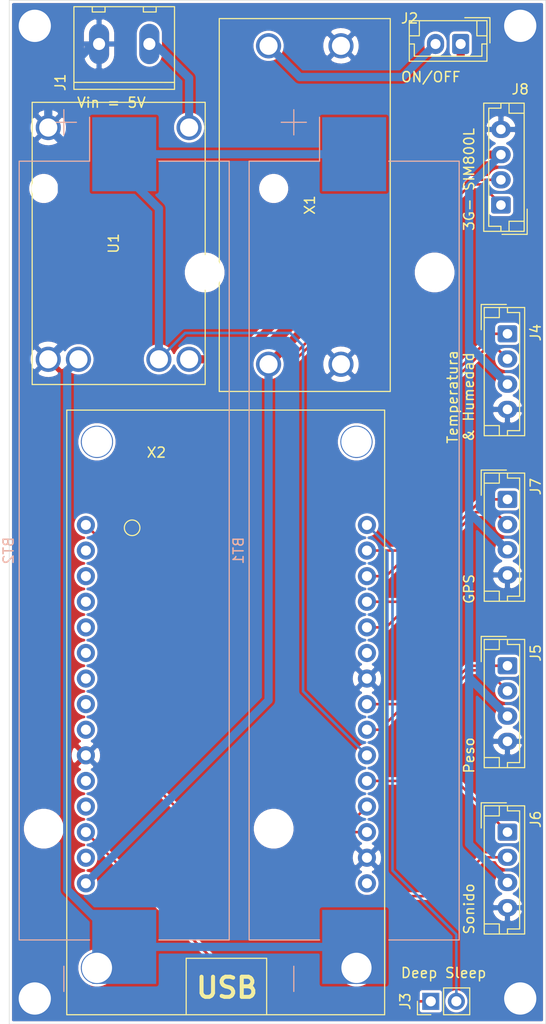
<source format=kicad_pcb>
(kicad_pcb (version 20171130) (host pcbnew "(5.1.10)-1")

  (general
    (thickness 1.6)
    (drawings 12)
    (tracks 120)
    (zones 0)
    (modules 13)
    (nets 33)
  )

  (page A4)
  (layers
    (0 F.Cu signal)
    (31 B.Cu signal)
    (32 B.Adhes user)
    (33 F.Adhes user)
    (34 B.Paste user)
    (35 F.Paste user)
    (36 B.SilkS user)
    (37 F.SilkS user)
    (38 B.Mask user)
    (39 F.Mask user)
    (40 Dwgs.User user)
    (41 Cmts.User user)
    (42 Eco1.User user)
    (43 Eco2.User user)
    (44 Edge.Cuts user)
    (45 Margin user)
    (46 B.CrtYd user)
    (47 F.CrtYd user)
    (48 B.Fab user)
    (49 F.Fab user)
  )

  (setup
    (last_trace_width 0.8128)
    (user_trace_width 0.254)
    (user_trace_width 0.6096)
    (user_trace_width 0.8128)
    (trace_clearance 0.2)
    (zone_clearance 0.254)
    (zone_45_only no)
    (trace_min 0.2)
    (via_size 0.8)
    (via_drill 0.4)
    (via_min_size 0.4)
    (via_min_drill 0.3)
    (uvia_size 0.3)
    (uvia_drill 0.1)
    (uvias_allowed no)
    (uvia_min_size 0.2)
    (uvia_min_drill 0.1)
    (edge_width 0.05)
    (segment_width 0.2)
    (pcb_text_width 0.3)
    (pcb_text_size 1.5 1.5)
    (mod_edge_width 0.12)
    (mod_text_size 1 1)
    (mod_text_width 0.15)
    (pad_size 1.7 1.7)
    (pad_drill 1)
    (pad_to_mask_clearance 0)
    (aux_axis_origin 0 0)
    (visible_elements 7FFFFFFF)
    (pcbplotparams
      (layerselection 0x010fc_ffffffff)
      (usegerberextensions false)
      (usegerberattributes true)
      (usegerberadvancedattributes true)
      (creategerberjobfile true)
      (excludeedgelayer true)
      (linewidth 0.100000)
      (plotframeref false)
      (viasonmask false)
      (mode 1)
      (useauxorigin false)
      (hpglpennumber 1)
      (hpglpenspeed 20)
      (hpglpendiameter 15.000000)
      (psnegative false)
      (psa4output false)
      (plotreference true)
      (plotvalue true)
      (plotinvisibletext false)
      (padsonsilk false)
      (subtractmaskfromsilk false)
      (outputformat 1)
      (mirror false)
      (drillshape 1)
      (scaleselection 1)
      (outputdirectory ""))
  )

  (net 0 "")
  (net 1 "Net-(J2-Pad2)")
  (net 2 "Net-(J2-Pad1)")
  (net 3 "Net-(BT1-Pad2)")
  (net 4 "Net-(BT1-Pad1)")
  (net 5 GND)
  (net 6 /5V)
  (net 7 "Net-(J3-Pad2)")
  (net 8 "Net-(J3-Pad1)")
  (net 9 "Net-(J4-Pad2)")
  (net 10 "Net-(J4-Pad1)")
  (net 11 "Net-(J5-Pad2)")
  (net 12 "Net-(J5-Pad1)")
  (net 13 /A0)
  (net 14 "Net-(J6-Pad1)")
  (net 15 "Net-(X2-Pad25)")
  (net 16 "Net-(X2-Pad16)")
  (net 17 "Net-(X2-Pad14)")
  (net 18 "Net-(X2-Pad12)")
  (net 19 "Net-(X2-Pad11)")
  (net 20 "Net-(X2-Pad9)")
  (net 21 "Net-(X2-Pad8)")
  (net 22 "Net-(X2-Pad7)")
  (net 23 "Net-(X2-Pad6)")
  (net 24 "Net-(X2-Pad5)")
  (net 25 "Net-(X2-Pad4)")
  (net 26 "Net-(X2-Pad3)")
  (net 27 "Net-(X2-Pad2)")
  (net 28 "Net-(J7-Pad2)")
  (net 29 "Net-(J7-Pad1)")
  (net 30 "Net-(J8-Pad2)")
  (net 31 "Net-(J8-Pad1)")
  (net 32 /PFV-5V)

  (net_class Default "This is the default net class."
    (clearance 0.2)
    (trace_width 0.25)
    (via_dia 0.8)
    (via_drill 0.4)
    (uvia_dia 0.3)
    (uvia_drill 0.1)
    (add_net /5V)
    (add_net /A0)
    (add_net /PFV-5V)
    (add_net GND)
    (add_net "Net-(BT1-Pad1)")
    (add_net "Net-(BT1-Pad2)")
    (add_net "Net-(J2-Pad1)")
    (add_net "Net-(J2-Pad2)")
    (add_net "Net-(J3-Pad1)")
    (add_net "Net-(J3-Pad2)")
    (add_net "Net-(J4-Pad1)")
    (add_net "Net-(J4-Pad2)")
    (add_net "Net-(J5-Pad1)")
    (add_net "Net-(J5-Pad2)")
    (add_net "Net-(J6-Pad1)")
    (add_net "Net-(J7-Pad1)")
    (add_net "Net-(J7-Pad2)")
    (add_net "Net-(J8-Pad1)")
    (add_net "Net-(J8-Pad2)")
    (add_net "Net-(X2-Pad11)")
    (add_net "Net-(X2-Pad12)")
    (add_net "Net-(X2-Pad14)")
    (add_net "Net-(X2-Pad16)")
    (add_net "Net-(X2-Pad2)")
    (add_net "Net-(X2-Pad25)")
    (add_net "Net-(X2-Pad3)")
    (add_net "Net-(X2-Pad4)")
    (add_net "Net-(X2-Pad5)")
    (add_net "Net-(X2-Pad6)")
    (add_net "Net-(X2-Pad7)")
    (add_net "Net-(X2-Pad8)")
    (add_net "Net-(X2-Pad9)")
  )

  (module Battery:BatteryHolder_Keystone_1042_1x18650 (layer B.Cu) (tedit 5A033499) (tstamp 61131F0F)
    (at 105.41 128.27 270)
    (descr "Battery holder for 18650 cylindrical cells http://www.keyelco.com/product.cfm/product_id/918")
    (tags "18650 Keystone 1042 Li-ion")
    (path /6103AFE2)
    (attr smd)
    (fp_text reference BT1 (at 0 11.5 90) (layer B.SilkS)
      (effects (font (size 1 1) (thickness 0.15)) (justify mirror))
    )
    (fp_text value Battery_Cell (at 0 -11.3 90) (layer B.Fab)
      (effects (font (size 1 1) (thickness 0.15)) (justify mirror))
    )
    (fp_text user %R (at 0 0 90) (layer B.Fab)
      (effects (font (size 1 1) (thickness 0.15)) (justify mirror))
    )
    (fp_line (start -33.3675 10.33) (end -38.53 5.1675) (layer B.Fab) (width 0.1))
    (fp_line (start -38.64 3.44) (end -43 3.44) (layer B.SilkS) (width 0.12))
    (fp_line (start 43.5 -3.68) (end 43.5 3.68) (layer B.CrtYd) (width 0.05))
    (fp_line (start 39.03 -10.83) (end 39.03 -3.68) (layer B.CrtYd) (width 0.05))
    (fp_line (start -38.64 -10.44) (end -38.64 -3.44) (layer B.SilkS) (width 0.12))
    (fp_line (start 38.64 -10.44) (end -38.64 -10.44) (layer B.SilkS) (width 0.12))
    (fp_line (start 38.64 -3.44) (end 38.64 -10.44) (layer B.SilkS) (width 0.12))
    (fp_line (start -38.64 10.44) (end -38.64 3.44) (layer B.SilkS) (width 0.12))
    (fp_line (start 38.64 10.44) (end -38.64 10.44) (layer B.SilkS) (width 0.12))
    (fp_line (start 38.64 3.44) (end 38.64 10.42) (layer B.SilkS) (width 0.12))
    (fp_line (start -38.53 -10.33) (end 38.53 -10.33) (layer B.Fab) (width 0.1))
    (fp_line (start -38.53 5.1675) (end -38.53 -10.33) (layer B.Fab) (width 0.1))
    (fp_line (start 43.75 6) (end 41.25 6) (layer B.SilkS) (width 0.12))
    (fp_line (start -33.3675 10.33) (end 38.53 10.33) (layer B.Fab) (width 0.1))
    (fp_line (start 38.53 10.33) (end 38.53 -10.33) (layer B.Fab) (width 0.1))
    (fp_line (start -39.03 -10.83) (end 39.03 -10.83) (layer B.CrtYd) (width 0.05))
    (fp_line (start -39.03 10.83) (end 39.03 10.83) (layer B.CrtYd) (width 0.05))
    (fp_line (start 39.03 10.83) (end 39.03 3.68) (layer B.CrtYd) (width 0.05))
    (fp_line (start -39.03 -10.83) (end -39.03 -3.68) (layer B.CrtYd) (width 0.05))
    (fp_line (start -39.03 10.83) (end -39.03 3.68) (layer B.CrtYd) (width 0.05))
    (fp_line (start 39.03 -3.68) (end 43.5 -3.68) (layer B.CrtYd) (width 0.05))
    (fp_line (start 43.5 3.68) (end 39.03 3.68) (layer B.CrtYd) (width 0.05))
    (fp_line (start -43.5 3.68) (end -39.03 3.68) (layer B.CrtYd) (width 0.05))
    (fp_line (start -43.5 -3.68) (end -43.5 3.68) (layer B.CrtYd) (width 0.05))
    (fp_line (start -39.03 -3.68) (end -43.5 -3.68) (layer B.CrtYd) (width 0.05))
    (fp_line (start -43.75 6) (end -41.25 6) (layer B.SilkS) (width 0.12))
    (fp_line (start -42.5 4.75) (end -42.5 7.25) (layer B.SilkS) (width 0.12))
    (pad 1 smd rect (at -39.33 0 270) (size 7.34 6.35) (layers B.Cu B.Paste B.Mask)
      (net 4 "Net-(BT1-Pad1)"))
    (pad 2 smd rect (at 39.33 0 270) (size 7.34 6.35) (layers B.Cu B.Paste B.Mask)
      (net 3 "Net-(BT1-Pad2)"))
    (pad "" np_thru_hole circle (at 27.6 8 270) (size 3.45 3.45) (drill 3.45) (layers *.Cu *.Mask))
    (pad "" np_thru_hole circle (at -27.6 -8 270) (size 3.45 3.45) (drill 3.45) (layers *.Cu *.Mask))
    (pad "" np_thru_hole circle (at -35.93 8 270) (size 2.39 2.39) (drill 2.39) (layers *.Cu *.Mask))
    (model ${KISYS3DMOD}/Battery.3dshapes/BatteryHolder_Keystone_1042_1x18650.wrl
      (at (xyz 0 0 0))
      (scale (xyz 1 1 1))
      (rotate (xyz 0 0 0))
    )
  )

  (module IoWLabsModules:ESP8266_lolin (layer F.Cu) (tedit 60FAE1A6) (tstamp 6113218D)
    (at 78.74 125.73)
    (path /6101E718)
    (fp_text reference X2 (at 7.0104 -7.1882) (layer F.SilkS)
      (effects (font (size 1 1) (thickness 0.15)))
    )
    (fp_text value NodeMCU (at 10.7696 -8.6788) (layer F.Fab)
      (effects (font (size 1 1) (thickness 0.15)))
    )
    (fp_text user USB (at 14.0208 45.9232) (layer F.SilkS)
      (effects (font (size 2 2) (thickness 0.4)))
    )
    (fp_line (start -1.9 -11.4) (end -1.9 48.6) (layer F.SilkS) (width 0.12))
    (fp_line (start -1.9 48.6) (end 29.7 48.6) (layer F.SilkS) (width 0.12))
    (fp_line (start 29.7 48.6) (end 29.7 -11.4) (layer F.SilkS) (width 0.12))
    (fp_line (start -1.9 -11.4) (end 29.7 -11.4) (layer F.SilkS) (width 0.12))
    (fp_circle (center 4.5974 0.2794) (end 4.0132 -0.2286) (layer F.SilkS) (width 0.12))
    (fp_line (start 9.97 48.6) (end 9.97 43) (layer F.SilkS) (width 0.12))
    (fp_line (start 9.97 43) (end 17.97 43) (layer F.SilkS) (width 0.12))
    (fp_line (start 17.97 43) (end 17.97 48.6) (layer F.SilkS) (width 0.12))
    (pad 1 thru_hole circle (at 0 0) (size 1.8 1.8) (drill 1) (layers *.Cu F.Mask)
      (net 13 /A0))
    (pad 2 thru_hole circle (at 0 2.54) (size 1.8 1.8) (drill 1) (layers *.Cu F.Mask)
      (net 27 "Net-(X2-Pad2)"))
    (pad 3 thru_hole circle (at 0 5.08) (size 1.8 1.8) (drill 1) (layers *.Cu F.Mask)
      (net 26 "Net-(X2-Pad3)"))
    (pad 4 thru_hole circle (at 0 7.62) (size 1.8 1.8) (drill 1) (layers *.Cu F.Mask)
      (net 25 "Net-(X2-Pad4)"))
    (pad 5 thru_hole circle (at 0 10.16) (size 1.8 1.8) (drill 1) (layers *.Cu F.Mask)
      (net 24 "Net-(X2-Pad5)"))
    (pad 6 thru_hole circle (at 0 12.7) (size 1.8 1.8) (drill 1) (layers *.Cu F.Mask)
      (net 23 "Net-(X2-Pad6)"))
    (pad 7 thru_hole circle (at 0 15.24) (size 1.8 1.8) (drill 1) (layers *.Cu F.Mask)
      (net 22 "Net-(X2-Pad7)"))
    (pad 8 thru_hole circle (at 0 17.78) (size 1.8 1.8) (drill 1) (layers *.Cu F.Mask)
      (net 21 "Net-(X2-Pad8)"))
    (pad 9 thru_hole circle (at 0 20.32) (size 1.8 1.8) (drill 1) (layers *.Cu F.Mask)
      (net 20 "Net-(X2-Pad9)"))
    (pad 10 thru_hole circle (at 0 22.86) (size 1.8 1.8) (drill 1) (layers *.Cu F.Mask)
      (net 5 GND))
    (pad 11 thru_hole circle (at 0 25.4) (size 1.8 1.8) (drill 1) (layers *.Cu F.Mask)
      (net 19 "Net-(X2-Pad11)"))
    (pad 12 thru_hole circle (at 0 27.94) (size 1.8 1.8) (drill 1) (layers *.Cu F.Mask)
      (net 18 "Net-(X2-Pad12)"))
    (pad 13 thru_hole circle (at 0 30.48) (size 1.8 1.8) (drill 1) (layers *.Cu F.Mask)
      (net 8 "Net-(J3-Pad1)"))
    (pad 14 thru_hole circle (at 0 33.02) (size 1.8 1.8) (drill 1) (layers *.Cu F.Mask)
      (net 17 "Net-(X2-Pad14)"))
    (pad 15 thru_hole circle (at 0 35.56) (size 1.8 1.8) (drill 1) (layers *.Cu F.Mask)
      (net 6 /5V))
    (pad 16 thru_hole circle (at 27.94 35.56) (size 1.8 1.8) (drill 1) (layers *.Cu F.Mask)
      (net 16 "Net-(X2-Pad16)"))
    (pad 17 thru_hole circle (at 27.94 33.02) (size 1.8 1.8) (drill 1) (layers *.Cu F.Mask)
      (net 5 GND))
    (pad 18 thru_hole circle (at 27.94 30.48) (size 1.8 1.8) (drill 1) (layers *.Cu F.Mask)
      (net 30 "Net-(J8-Pad2)"))
    (pad 19 thru_hole circle (at 27.94 27.94) (size 1.8 1.8) (drill 1) (layers *.Cu F.Mask)
      (net 31 "Net-(J8-Pad1)"))
    (pad 20 thru_hole circle (at 27.94 25.4) (size 1.8 1.8) (drill 1) (layers *.Cu F.Mask)
      (net 14 "Net-(J6-Pad1)"))
    (pad 21 thru_hole circle (at 27.94 22.86) (size 1.8 1.8) (drill 1) (layers *.Cu F.Mask)
      (net 4 "Net-(BT1-Pad1)"))
    (pad 22 thru_hole circle (at 27.94 20.32) (size 1.8 1.8) (drill 1) (layers *.Cu F.Mask)
      (net 11 "Net-(J5-Pad2)"))
    (pad 23 thru_hole circle (at 27.94 17.78) (size 1.8 1.8) (drill 1) (layers *.Cu F.Mask)
      (net 12 "Net-(J5-Pad1)"))
    (pad 24 thru_hole circle (at 27.94 15.24) (size 1.8 1.8) (drill 1) (layers *.Cu F.Mask)
      (net 5 GND))
    (pad 25 thru_hole circle (at 27.94 12.7) (size 1.8 1.8) (drill 1) (layers *.Cu F.Mask)
      (net 15 "Net-(X2-Pad25)"))
    (pad 26 thru_hole circle (at 27.94 10.16) (size 1.8 1.8) (drill 1) (layers *.Cu F.Mask)
      (net 28 "Net-(J7-Pad2)"))
    (pad 27 thru_hole circle (at 27.94 7.62) (size 1.8 1.8) (drill 1) (layers *.Cu F.Mask)
      (net 29 "Net-(J7-Pad1)"))
    (pad 28 thru_hole circle (at 27.94 5.08) (size 1.8 1.8) (drill 1) (layers *.Cu F.Mask)
      (net 9 "Net-(J4-Pad2)"))
    (pad 29 thru_hole circle (at 27.94 2.54) (size 1.8 1.8) (drill 1) (layers *.Cu F.Mask)
      (net 10 "Net-(J4-Pad1)"))
    (pad 30 thru_hole circle (at 27.94 0) (size 1.8 1.8) (drill 1) (layers *.Cu F.Mask)
      (net 7 "Net-(J3-Pad2)"))
    (pad 31 thru_hole circle (at 1.1 -8.25) (size 3.2 3.2) (drill 3) (layers *.Cu F.Mask))
    (pad 32 thru_hole circle (at 26.9 -8.25) (size 3.2 3.2) (drill 3) (layers *.Cu F.Mask))
    (pad 33 thru_hole circle (at 1.1 43.95) (size 3.2 3.2) (drill 3) (layers *.Cu F.Mask))
    (pad 34 thru_hole circle (at 26.9 43.95) (size 3.2 3.2) (drill 3) (layers *.Cu F.Mask))
    (model "C:/Users/Wac/Desktop/Trabajo/iow Labs/models/Lolin NodeMCU ESP8266 V3.STEP"
      (offset (xyz 14 -46.8 11))
      (scale (xyz 1 1 1))
      (rotate (xyz -90 0 0))
    )
    (model C:/Users/Wac/Desktop/repo_pega/iowlabs/IowLab_AltiumLib_files/rectangular/female/vertical/2.54mm/DS1023-1x10SF11.stp
      (offset (xyz 28 0 0))
      (scale (xyz 1 1 1))
      (rotate (xyz 0 0 90))
    )
    (model C:/Users/Wac/Desktop/repo_pega/iowlabs/IowLab_AltiumLib_files/rectangular/female/vertical/2.54mm/DS1023-1x10SF11.stp
      (at (xyz 0 0 0))
      (scale (xyz 1 1 1))
      (rotate (xyz 0 0 90))
    )
    (model C:/Users/Wac/Desktop/repo_pega/iowlabs/IowLab_AltiumLib_files/rectangular/female/vertical/2.54mm/DS1023-1x5SF11.stp
      (offset (xyz 0 -25.5 0))
      (scale (xyz 1 1 1))
      (rotate (xyz 0 0 90))
    )
    (model C:/Users/Wac/Desktop/repo_pega/iowlabs/IowLab_AltiumLib_files/rectangular/female/vertical/2.54mm/DS1023-1x5SF11.stp
      (offset (xyz 28 -25.5 0))
      (scale (xyz 1 1 1))
      (rotate (xyz 0 0 90))
    )
  )

  (module Connector_JST:JST_EH_B4B-EH-A_1x04_P2.50mm_Vertical (layer F.Cu) (tedit 5C28142C) (tstamp 611ED5BC)
    (at 120 93.98 90)
    (descr "JST EH series connector, B4B-EH-A (http://www.jst-mfg.com/product/pdf/eng/eEH.pdf), generated with kicad-footprint-generator")
    (tags "connector JST EH vertical")
    (path /61230D59)
    (fp_text reference J8 (at 11.48 1.92 180) (layer F.SilkS)
      (effects (font (size 1 1) (thickness 0.15)))
    )
    (fp_text value Conn_01x04 (at 0 1.92 90) (layer F.Fab)
      (effects (font (size 1 1) (thickness 0.15)))
    )
    (fp_text user %R (at 3.75 1.5 90) (layer F.Fab)
      (effects (font (size 1 1) (thickness 0.15)))
    )
    (fp_line (start -2.5 -1.6) (end -2.5 2.2) (layer F.Fab) (width 0.1))
    (fp_line (start -2.5 2.2) (end 10 2.2) (layer F.Fab) (width 0.1))
    (fp_line (start 10 2.2) (end 10 -1.6) (layer F.Fab) (width 0.1))
    (fp_line (start 10 -1.6) (end -2.5 -1.6) (layer F.Fab) (width 0.1))
    (fp_line (start -3 -2.1) (end -3 2.7) (layer F.CrtYd) (width 0.05))
    (fp_line (start -3 2.7) (end 10.5 2.7) (layer F.CrtYd) (width 0.05))
    (fp_line (start 10.5 2.7) (end 10.5 -2.1) (layer F.CrtYd) (width 0.05))
    (fp_line (start 10.5 -2.1) (end -3 -2.1) (layer F.CrtYd) (width 0.05))
    (fp_line (start -2.61 -1.71) (end -2.61 2.31) (layer F.SilkS) (width 0.12))
    (fp_line (start -2.61 2.31) (end 10.11 2.31) (layer F.SilkS) (width 0.12))
    (fp_line (start 10.11 2.31) (end 10.11 -1.71) (layer F.SilkS) (width 0.12))
    (fp_line (start 10.11 -1.71) (end -2.61 -1.71) (layer F.SilkS) (width 0.12))
    (fp_line (start -2.61 0) (end -2.11 0) (layer F.SilkS) (width 0.12))
    (fp_line (start -2.11 0) (end -2.11 -1.21) (layer F.SilkS) (width 0.12))
    (fp_line (start -2.11 -1.21) (end 9.61 -1.21) (layer F.SilkS) (width 0.12))
    (fp_line (start 9.61 -1.21) (end 9.61 0) (layer F.SilkS) (width 0.12))
    (fp_line (start 9.61 0) (end 10.11 0) (layer F.SilkS) (width 0.12))
    (fp_line (start -2.61 0.81) (end -1.61 0.81) (layer F.SilkS) (width 0.12))
    (fp_line (start -1.61 0.81) (end -1.61 2.31) (layer F.SilkS) (width 0.12))
    (fp_line (start 10.11 0.81) (end 9.11 0.81) (layer F.SilkS) (width 0.12))
    (fp_line (start 9.11 0.81) (end 9.11 2.31) (layer F.SilkS) (width 0.12))
    (fp_line (start -2.91 0.11) (end -2.91 2.61) (layer F.SilkS) (width 0.12))
    (fp_line (start -2.91 2.61) (end -0.41 2.61) (layer F.SilkS) (width 0.12))
    (fp_line (start -2.91 0.11) (end -2.91 2.61) (layer F.Fab) (width 0.1))
    (fp_line (start -2.91 2.61) (end -0.41 2.61) (layer F.Fab) (width 0.1))
    (pad 4 thru_hole oval (at 7.5 0 90) (size 1.7 1.95) (drill 0.95) (layers *.Cu *.Mask)
      (net 5 GND))
    (pad 3 thru_hole oval (at 5 0 90) (size 1.7 1.95) (drill 0.95) (layers *.Cu *.Mask)
      (net 6 /5V))
    (pad 2 thru_hole oval (at 2.5 0 90) (size 1.7 1.95) (drill 0.95) (layers *.Cu *.Mask)
      (net 30 "Net-(J8-Pad2)"))
    (pad 1 thru_hole roundrect (at 0 0 90) (size 1.7 1.95) (drill 0.95) (layers *.Cu *.Mask) (roundrect_rratio 0.147059)
      (net 31 "Net-(J8-Pad1)"))
    (model ${KISYS3DMOD}/Connector_JST.3dshapes/JST_EH_B4B-EH-A_1x04_P2.50mm_Vertical.wrl
      (at (xyz 0 0 0))
      (scale (xyz 1 1 1))
      (rotate (xyz 0 0 0))
    )
  )

  (module Connector_JST:JST_EH_B4B-EH-A_1x04_P2.50mm_Vertical (layer F.Cu) (tedit 5C28142C) (tstamp 611ED59A)
    (at 120.65 123.19 270)
    (descr "JST EH series connector, B4B-EH-A (http://www.jst-mfg.com/product/pdf/eng/eEH.pdf), generated with kicad-footprint-generator")
    (tags "connector JST EH vertical")
    (path /61226B55)
    (fp_text reference J7 (at -1.27 -2.8 90) (layer F.SilkS)
      (effects (font (size 1 1) (thickness 0.15)))
    )
    (fp_text value Conn_01x04 (at 6.35 -2.54 90) (layer F.Fab)
      (effects (font (size 1 1) (thickness 0.15)))
    )
    (fp_text user %R (at 3.75 1.5 90) (layer F.Fab)
      (effects (font (size 1 1) (thickness 0.15)))
    )
    (fp_line (start -2.5 -1.6) (end -2.5 2.2) (layer F.Fab) (width 0.1))
    (fp_line (start -2.5 2.2) (end 10 2.2) (layer F.Fab) (width 0.1))
    (fp_line (start 10 2.2) (end 10 -1.6) (layer F.Fab) (width 0.1))
    (fp_line (start 10 -1.6) (end -2.5 -1.6) (layer F.Fab) (width 0.1))
    (fp_line (start -3 -2.1) (end -3 2.7) (layer F.CrtYd) (width 0.05))
    (fp_line (start -3 2.7) (end 10.5 2.7) (layer F.CrtYd) (width 0.05))
    (fp_line (start 10.5 2.7) (end 10.5 -2.1) (layer F.CrtYd) (width 0.05))
    (fp_line (start 10.5 -2.1) (end -3 -2.1) (layer F.CrtYd) (width 0.05))
    (fp_line (start -2.61 -1.71) (end -2.61 2.31) (layer F.SilkS) (width 0.12))
    (fp_line (start -2.61 2.31) (end 10.11 2.31) (layer F.SilkS) (width 0.12))
    (fp_line (start 10.11 2.31) (end 10.11 -1.71) (layer F.SilkS) (width 0.12))
    (fp_line (start 10.11 -1.71) (end -2.61 -1.71) (layer F.SilkS) (width 0.12))
    (fp_line (start -2.61 0) (end -2.11 0) (layer F.SilkS) (width 0.12))
    (fp_line (start -2.11 0) (end -2.11 -1.21) (layer F.SilkS) (width 0.12))
    (fp_line (start -2.11 -1.21) (end 9.61 -1.21) (layer F.SilkS) (width 0.12))
    (fp_line (start 9.61 -1.21) (end 9.61 0) (layer F.SilkS) (width 0.12))
    (fp_line (start 9.61 0) (end 10.11 0) (layer F.SilkS) (width 0.12))
    (fp_line (start -2.61 0.81) (end -1.61 0.81) (layer F.SilkS) (width 0.12))
    (fp_line (start -1.61 0.81) (end -1.61 2.31) (layer F.SilkS) (width 0.12))
    (fp_line (start 10.11 0.81) (end 9.11 0.81) (layer F.SilkS) (width 0.12))
    (fp_line (start 9.11 0.81) (end 9.11 2.31) (layer F.SilkS) (width 0.12))
    (fp_line (start -2.91 0.11) (end -2.91 2.61) (layer F.SilkS) (width 0.12))
    (fp_line (start -2.91 2.61) (end -0.41 2.61) (layer F.SilkS) (width 0.12))
    (fp_line (start -2.91 0.11) (end -2.91 2.61) (layer F.Fab) (width 0.1))
    (fp_line (start -2.91 2.61) (end -0.41 2.61) (layer F.Fab) (width 0.1))
    (pad 4 thru_hole oval (at 7.5 0 270) (size 1.7 1.95) (drill 0.95) (layers *.Cu *.Mask)
      (net 5 GND))
    (pad 3 thru_hole oval (at 5 0 270) (size 1.7 1.95) (drill 0.95) (layers *.Cu *.Mask)
      (net 6 /5V))
    (pad 2 thru_hole oval (at 2.5 0 270) (size 1.7 1.95) (drill 0.95) (layers *.Cu *.Mask)
      (net 28 "Net-(J7-Pad2)"))
    (pad 1 thru_hole roundrect (at 0 0 270) (size 1.7 1.95) (drill 0.95) (layers *.Cu *.Mask) (roundrect_rratio 0.147059)
      (net 29 "Net-(J7-Pad1)"))
    (model ${KISYS3DMOD}/Connector_JST.3dshapes/JST_EH_B4B-EH-A_1x04_P2.50mm_Vertical.wrl
      (at (xyz 0 0 0))
      (scale (xyz 1 1 1))
      (rotate (xyz 0 0 0))
    )
  )

  (module IoWLabsModules:TP4056 (layer F.Cu) (tedit 6112F4E5) (tstamp 611440E0)
    (at 82 97.79 270)
    (path /6104C801)
    (fp_text reference U1 (at 0 0.5 90) (layer F.SilkS)
      (effects (font (size 1 1) (thickness 0.15)))
    )
    (fp_text value TP4056 (at 0 -0.5 90) (layer F.Fab)
      (effects (font (size 1 1) (thickness 0.15)))
    )
    (fp_line (start -14 -8.6) (end 14 -8.6) (layer F.SilkS) (width 0.12))
    (fp_line (start 14 -8.6) (end 14 8.6) (layer F.SilkS) (width 0.12))
    (fp_line (start 14 8.6) (end -14 8.6) (layer F.SilkS) (width 0.12))
    (fp_line (start -14 8.6) (end -14 -8.6) (layer F.SilkS) (width 0.12))
    (pad 4 thru_hole circle (at 11.5 7 270) (size 2.5 2.5) (drill 1.8) (layers *.Cu *.Mask)
      (net 5 GND))
    (pad 6 thru_hole circle (at 11.5 4 270) (size 2.5 2.5) (drill 1.8) (layers *.Cu *.Mask)
      (net 3 "Net-(BT1-Pad2)"))
    (pad 3 thru_hole circle (at 11.5 -7 270) (size 2.5 2.5) (drill 1.8) (layers *.Cu *.Mask)
      (net 2 "Net-(J2-Pad1)"))
    (pad 5 thru_hole circle (at 11.5 -4 270) (size 2.5 2.5) (drill 1.8) (layers *.Cu *.Mask)
      (net 4 "Net-(BT1-Pad1)"))
    (pad 2 thru_hole circle (at -11.5 7 270) (size 2.5 2.5) (drill 1.8) (layers *.Cu *.Mask)
      (net 5 GND))
    (pad 1 thru_hole circle (at -11.5 -7 270) (size 2.5 2.5) (drill 1.8) (layers *.Cu *.Mask)
      (net 32 /PFV-5V))
    (model "C:/Users/Asus/Documents/GitHub/BeeProyect/3D_modelos/03962A (HW107) Lithium Battery Charging Module.STEP"
      (offset (xyz -13.2 0 -1))
      (scale (xyz 1 1 1))
      (rotate (xyz -90 0 0))
    )
  )

  (module Connector_PinHeader_2.54mm:PinHeader_1x02_P2.54mm_Vertical (layer F.Cu) (tedit 611FC97B) (tstamp 6113CAA2)
    (at 113.03 173 90)
    (descr "Through hole straight pin header, 1x02, 2.54mm pitch, single row")
    (tags "Through hole pin header THT 1x02 2.54mm single row")
    (path /6102A931)
    (fp_text reference J3 (at 0 -2.54 270) (layer F.SilkS)
      (effects (font (size 1 1) (thickness 0.15)))
    )
    (fp_text value Conn_01x02 (at -1.27 1.27 180) (layer F.Fab)
      (effects (font (size 1 1) (thickness 0.15)))
    )
    (fp_line (start 1.8 -1.8) (end -1.8 -1.8) (layer F.CrtYd) (width 0.05))
    (fp_line (start 1.8 4.35) (end 1.8 -1.8) (layer F.CrtYd) (width 0.05))
    (fp_line (start -1.8 4.35) (end 1.8 4.35) (layer F.CrtYd) (width 0.05))
    (fp_line (start -1.8 -1.8) (end -1.8 4.35) (layer F.CrtYd) (width 0.05))
    (fp_line (start -1.33 -1.33) (end 0 -1.33) (layer F.SilkS) (width 0.12))
    (fp_line (start -1.33 0) (end -1.33 -1.33) (layer F.SilkS) (width 0.12))
    (fp_line (start -1.33 1.27) (end 1.33 1.27) (layer F.SilkS) (width 0.12))
    (fp_line (start 1.33 1.27) (end 1.33 3.87) (layer F.SilkS) (width 0.12))
    (fp_line (start -1.33 1.27) (end -1.33 3.87) (layer F.SilkS) (width 0.12))
    (fp_line (start -1.33 3.87) (end 1.33 3.87) (layer F.SilkS) (width 0.12))
    (fp_line (start -1.27 -0.635) (end -0.635 -1.27) (layer F.Fab) (width 0.1))
    (fp_line (start -1.27 3.81) (end -1.27 -0.635) (layer F.Fab) (width 0.1))
    (fp_line (start 1.27 3.81) (end -1.27 3.81) (layer F.Fab) (width 0.1))
    (fp_line (start 1.27 -1.27) (end 1.27 3.81) (layer F.Fab) (width 0.1))
    (fp_line (start -0.635 -1.27) (end 1.27 -1.27) (layer F.Fab) (width 0.1))
    (fp_text user %R (at 0 1.27) (layer F.Fab)
      (effects (font (size 1 1) (thickness 0.15)))
    )
    (pad 2 thru_hole oval (at 0 2.54 90) (size 1.7 1.7) (drill 1) (layers *.Cu *.Mask)
      (net 7 "Net-(J3-Pad2)"))
    (pad 1 thru_hole rect (at 0 0 90) (size 1.7 1.7) (drill 1) (layers *.Cu *.Mask)
      (net 8 "Net-(J3-Pad1)"))
    (model ${KISYS3DMOD}/Connector_PinHeader_2.54mm.3dshapes/PinHeader_1x02_P2.54mm_Vertical.wrl
      (at (xyz 0 0 0))
      (scale (xyz 1 1 1))
      (rotate (xyz 0 0 0))
    )
  )

  (module IoWLabsConnectors:Tb-2x1-5p-TH-V (layer F.Cu) (tedit 60D0342F) (tstamp 61137438)
    (at 82.55 78)
    (path /611A5610)
    (fp_text reference J1 (at -6.35 3.81 90) (layer F.SilkS)
      (effects (font (size 1 1) (thickness 0.15)))
    )
    (fp_text value Conn_01x02 (at 0 3.81) (layer F.Fab)
      (effects (font (size 1 1) (thickness 0.15)))
    )
    (fp_line (start -0.509646 3.808353) (end 5.0038 3.81) (layer F.SilkS) (width 0.12))
    (fp_line (start -5.0038 3.81) (end -0.509646 3.808353) (layer F.SilkS) (width 0.12))
    (fp_line (start 3.175 -3.175) (end 3.175 -3.683) (layer F.SilkS) (width 0.12))
    (fp_line (start 1.905 -3.175) (end 1.905 -3.683) (layer F.SilkS) (width 0.12))
    (fp_line (start -1.905 -3.175) (end -1.905 -3.683) (layer F.SilkS) (width 0.12))
    (fp_line (start -3.175 -3.175) (end -3.175 -3.683) (layer F.SilkS) (width 0.12))
    (fp_line (start 1.905 -3.175) (end 3.175 -3.175) (layer F.SilkS) (width 0.12))
    (fp_line (start -3.175 -3.175) (end -1.905 -3.175) (layer F.SilkS) (width 0.12))
    (fp_line (start -5 -3.7) (end -5 4.5) (layer F.SilkS) (width 0.12))
    (fp_line (start -5 4.5) (end 5 4.5) (layer F.SilkS) (width 0.12))
    (fp_line (start 5 4.5) (end 5 -3.7) (layer F.SilkS) (width 0.12))
    (fp_line (start -5 -3.7) (end 5 -3.7) (layer F.SilkS) (width 0.12))
    (pad 2 thru_hole oval (at 2.5 0) (size 2 4) (drill 1.2) (layers *.Cu *.Mask)
      (net 32 /PFV-5V))
    (pad 1 thru_hole oval (at -2.5 0) (size 2 4) (drill 1.2) (layers *.Cu *.Mask B.Paste)
      (net 5 GND))
    (model "C:/Users/Wac/Desktop/Trabajo/iow Labs/models/Terminal Blocks/DG301-5.0mm/STEP/DG301-5.0-xxP (pitch 5.0mm)/DG301-5.0-02P-12-00AH.STEP"
      (offset (xyz 5 -4.5 0))
      (scale (xyz 1 1 1))
      (rotate (xyz -90 0 180))
    )
  )

  (module IoWLabsModules:MT3608 (layer F.Cu) (tedit 6101AE73) (tstamp 6113215E)
    (at 100.5 93.98 90)
    (path /61166608)
    (fp_text reference X1 (at 0 0.5 90) (layer F.SilkS)
      (effects (font (size 1 1) (thickness 0.15)))
    )
    (fp_text value DC-DC (at 0 -0.5 90) (layer F.Fab)
      (effects (font (size 1 1) (thickness 0.15)))
    )
    (fp_line (start -18.5 8.5) (end -18.5 -8.5) (layer F.SilkS) (width 0.12))
    (fp_line (start -18.5 8.5) (end 18.5 8.5) (layer F.SilkS) (width 0.12))
    (fp_line (start 18.5 -8.5) (end 18.5 8.5) (layer F.SilkS) (width 0.12))
    (fp_line (start -18.5 -8.5) (end 18.5 -8.5) (layer F.SilkS) (width 0.12))
    (pad 2 thru_hole circle (at 15.8 3.6 90) (size 2.5 2.5) (drill 1.8) (layers *.Cu *.Mask)
      (net 5 GND))
    (pad 3 thru_hole circle (at -15.8 3.6 90) (size 2.5 2.5) (drill 1.8) (layers *.Cu *.Mask)
      (net 5 GND))
    (pad 1 thru_hole circle (at 15.8 -3.6 90) (size 2.5 2.5) (drill 1.8) (layers *.Cu *.Mask)
      (net 1 "Net-(J2-Pad2)"))
    (pad 4 thru_hole circle (at -15.8 -3.6 90) (size 2.5 2.5) (drill 1.8) (layers *.Cu *.Mask)
      (net 6 /5V))
    (model "C:/Users/Asus/Documents/GitHub/BeeProyect/3D_modelos/MT3608 Converter.STEP"
      (at (xyz 0 0 0))
      (scale (xyz 1 1 1))
      (rotate (xyz -90 0 0))
    )
  )

  (module Connector_JST:JST_EH_B4B-EH-A_1x04_P2.50mm_Vertical (layer F.Cu) (tedit 5C28142C) (tstamp 61132091)
    (at 120.65 156.21 270)
    (descr "JST EH series connector, B4B-EH-A (http://www.jst-mfg.com/product/pdf/eng/eEH.pdf), generated with kicad-footprint-generator")
    (tags "connector JST EH vertical")
    (path /61086EE0)
    (fp_text reference J6 (at -1.27 -2.8 90) (layer F.SilkS)
      (effects (font (size 1 1) (thickness 0.15)))
    )
    (fp_text value Conn_01x04 (at 6.35 -2.54 90) (layer F.Fab)
      (effects (font (size 1 1) (thickness 0.15)))
    )
    (fp_line (start -2.91 2.61) (end -0.41 2.61) (layer F.Fab) (width 0.1))
    (fp_line (start -2.91 0.11) (end -2.91 2.61) (layer F.Fab) (width 0.1))
    (fp_line (start -2.91 2.61) (end -0.41 2.61) (layer F.SilkS) (width 0.12))
    (fp_line (start -2.91 0.11) (end -2.91 2.61) (layer F.SilkS) (width 0.12))
    (fp_line (start 9.11 0.81) (end 9.11 2.31) (layer F.SilkS) (width 0.12))
    (fp_line (start 10.11 0.81) (end 9.11 0.81) (layer F.SilkS) (width 0.12))
    (fp_line (start -1.61 0.81) (end -1.61 2.31) (layer F.SilkS) (width 0.12))
    (fp_line (start -2.61 0.81) (end -1.61 0.81) (layer F.SilkS) (width 0.12))
    (fp_line (start 9.61 0) (end 10.11 0) (layer F.SilkS) (width 0.12))
    (fp_line (start 9.61 -1.21) (end 9.61 0) (layer F.SilkS) (width 0.12))
    (fp_line (start -2.11 -1.21) (end 9.61 -1.21) (layer F.SilkS) (width 0.12))
    (fp_line (start -2.11 0) (end -2.11 -1.21) (layer F.SilkS) (width 0.12))
    (fp_line (start -2.61 0) (end -2.11 0) (layer F.SilkS) (width 0.12))
    (fp_line (start 10.11 -1.71) (end -2.61 -1.71) (layer F.SilkS) (width 0.12))
    (fp_line (start 10.11 2.31) (end 10.11 -1.71) (layer F.SilkS) (width 0.12))
    (fp_line (start -2.61 2.31) (end 10.11 2.31) (layer F.SilkS) (width 0.12))
    (fp_line (start -2.61 -1.71) (end -2.61 2.31) (layer F.SilkS) (width 0.12))
    (fp_line (start 10.5 -2.1) (end -3 -2.1) (layer F.CrtYd) (width 0.05))
    (fp_line (start 10.5 2.7) (end 10.5 -2.1) (layer F.CrtYd) (width 0.05))
    (fp_line (start -3 2.7) (end 10.5 2.7) (layer F.CrtYd) (width 0.05))
    (fp_line (start -3 -2.1) (end -3 2.7) (layer F.CrtYd) (width 0.05))
    (fp_line (start 10 -1.6) (end -2.5 -1.6) (layer F.Fab) (width 0.1))
    (fp_line (start 10 2.2) (end 10 -1.6) (layer F.Fab) (width 0.1))
    (fp_line (start -2.5 2.2) (end 10 2.2) (layer F.Fab) (width 0.1))
    (fp_line (start -2.5 -1.6) (end -2.5 2.2) (layer F.Fab) (width 0.1))
    (fp_text user %R (at 2.54 -2.54 90) (layer F.Fab)
      (effects (font (size 1 1) (thickness 0.15)))
    )
    (pad 4 thru_hole oval (at 7.5 0 270) (size 1.7 1.95) (drill 0.95) (layers *.Cu *.Mask)
      (net 5 GND))
    (pad 3 thru_hole oval (at 5 0 270) (size 1.7 1.95) (drill 0.95) (layers *.Cu *.Mask)
      (net 6 /5V))
    (pad 2 thru_hole oval (at 2.5 0 270) (size 1.7 1.95) (drill 0.95) (layers *.Cu *.Mask)
      (net 13 /A0))
    (pad 1 thru_hole roundrect (at 0 0 270) (size 1.7 1.95) (drill 0.95) (layers *.Cu *.Mask) (roundrect_rratio 0.147059)
      (net 14 "Net-(J6-Pad1)"))
    (model ${KISYS3DMOD}/Connector_JST.3dshapes/JST_EH_B4B-EH-A_1x04_P2.50mm_Vertical.wrl
      (at (xyz 0 0 0))
      (scale (xyz 1 1 1))
      (rotate (xyz 0 0 0))
    )
  )

  (module Connector_JST:JST_EH_B4B-EH-A_1x04_P2.50mm_Vertical (layer F.Cu) (tedit 5C28142C) (tstamp 6113206F)
    (at 120.65 139.7 270)
    (descr "JST EH series connector, B4B-EH-A (http://www.jst-mfg.com/product/pdf/eng/eEH.pdf), generated with kicad-footprint-generator")
    (tags "connector JST EH vertical")
    (path /6102C03F)
    (fp_text reference J5 (at -1.27 -2.8 90) (layer F.SilkS)
      (effects (font (size 1 1) (thickness 0.15)))
    )
    (fp_text value Conn_01x04 (at 6.35 -2.54 90) (layer F.Fab)
      (effects (font (size 1 1) (thickness 0.15)))
    )
    (fp_line (start -2.91 2.61) (end -0.41 2.61) (layer F.Fab) (width 0.1))
    (fp_line (start -2.91 0.11) (end -2.91 2.61) (layer F.Fab) (width 0.1))
    (fp_line (start -2.91 2.61) (end -0.41 2.61) (layer F.SilkS) (width 0.12))
    (fp_line (start -2.91 0.11) (end -2.91 2.61) (layer F.SilkS) (width 0.12))
    (fp_line (start 9.11 0.81) (end 9.11 2.31) (layer F.SilkS) (width 0.12))
    (fp_line (start 10.11 0.81) (end 9.11 0.81) (layer F.SilkS) (width 0.12))
    (fp_line (start -1.61 0.81) (end -1.61 2.31) (layer F.SilkS) (width 0.12))
    (fp_line (start -2.61 0.81) (end -1.61 0.81) (layer F.SilkS) (width 0.12))
    (fp_line (start 9.61 0) (end 10.11 0) (layer F.SilkS) (width 0.12))
    (fp_line (start 9.61 -1.21) (end 9.61 0) (layer F.SilkS) (width 0.12))
    (fp_line (start -2.11 -1.21) (end 9.61 -1.21) (layer F.SilkS) (width 0.12))
    (fp_line (start -2.11 0) (end -2.11 -1.21) (layer F.SilkS) (width 0.12))
    (fp_line (start -2.61 0) (end -2.11 0) (layer F.SilkS) (width 0.12))
    (fp_line (start 10.11 -1.71) (end -2.61 -1.71) (layer F.SilkS) (width 0.12))
    (fp_line (start 10.11 2.31) (end 10.11 -1.71) (layer F.SilkS) (width 0.12))
    (fp_line (start -2.61 2.31) (end 10.11 2.31) (layer F.SilkS) (width 0.12))
    (fp_line (start -2.61 -1.71) (end -2.61 2.31) (layer F.SilkS) (width 0.12))
    (fp_line (start 10.5 -2.1) (end -3 -2.1) (layer F.CrtYd) (width 0.05))
    (fp_line (start 10.5 2.7) (end 10.5 -2.1) (layer F.CrtYd) (width 0.05))
    (fp_line (start -3 2.7) (end 10.5 2.7) (layer F.CrtYd) (width 0.05))
    (fp_line (start -3 -2.1) (end -3 2.7) (layer F.CrtYd) (width 0.05))
    (fp_line (start 10 -1.6) (end -2.5 -1.6) (layer F.Fab) (width 0.1))
    (fp_line (start 10 2.2) (end 10 -1.6) (layer F.Fab) (width 0.1))
    (fp_line (start -2.5 2.2) (end 10 2.2) (layer F.Fab) (width 0.1))
    (fp_line (start -2.5 -1.6) (end -2.5 2.2) (layer F.Fab) (width 0.1))
    (fp_text user %R (at 2.54 -2.54 90) (layer F.Fab)
      (effects (font (size 1 1) (thickness 0.15)))
    )
    (pad 4 thru_hole oval (at 7.5 0 270) (size 1.7 1.95) (drill 0.95) (layers *.Cu *.Mask)
      (net 5 GND))
    (pad 3 thru_hole oval (at 5 0 270) (size 1.7 1.95) (drill 0.95) (layers *.Cu *.Mask)
      (net 6 /5V))
    (pad 2 thru_hole oval (at 2.5 0 270) (size 1.7 1.95) (drill 0.95) (layers *.Cu *.Mask)
      (net 11 "Net-(J5-Pad2)"))
    (pad 1 thru_hole roundrect (at 0 0 270) (size 1.7 1.95) (drill 0.95) (layers *.Cu *.Mask) (roundrect_rratio 0.147059)
      (net 12 "Net-(J5-Pad1)"))
    (model ${KISYS3DMOD}/Connector_JST.3dshapes/JST_EH_B4B-EH-A_1x04_P2.50mm_Vertical.wrl
      (at (xyz 0 0 0))
      (scale (xyz 1 1 1))
      (rotate (xyz 0 0 0))
    )
  )

  (module Connector_JST:JST_EH_B2B-EH-A_1x02_P2.50mm_Vertical (layer F.Cu) (tedit 6112DA0F) (tstamp 6113201A)
    (at 116 78 180)
    (descr "JST EH series connector, B2B-EH-A (http://www.jst-mfg.com/product/pdf/eng/eEH.pdf), generated with kicad-footprint-generator")
    (tags "connector JST EH vertical")
    (path /61020A41)
    (fp_text reference J2 (at 5.08 2.54) (layer F.SilkS)
      (effects (font (size 1 1) (thickness 0.15)))
    )
    (fp_text value Conn_01x02 (at 2.54 2.54) (layer F.Fab)
      (effects (font (size 1 1) (thickness 0.15)))
    )
    (fp_line (start -2.91 2.61) (end -0.41 2.61) (layer F.Fab) (width 0.1))
    (fp_line (start -2.91 0.11) (end -2.91 2.61) (layer F.Fab) (width 0.1))
    (fp_line (start -2.91 2.61) (end -0.41 2.61) (layer F.SilkS) (width 0.12))
    (fp_line (start -2.91 0.11) (end -2.91 2.61) (layer F.SilkS) (width 0.12))
    (fp_line (start 4.11 0.81) (end 4.11 2.31) (layer F.SilkS) (width 0.12))
    (fp_line (start 5.11 0.81) (end 4.11 0.81) (layer F.SilkS) (width 0.12))
    (fp_line (start -1.61 0.81) (end -1.61 2.31) (layer F.SilkS) (width 0.12))
    (fp_line (start -2.61 0.81) (end -1.61 0.81) (layer F.SilkS) (width 0.12))
    (fp_line (start 4.61 0) (end 5.11 0) (layer F.SilkS) (width 0.12))
    (fp_line (start 4.61 -1.21) (end 4.61 0) (layer F.SilkS) (width 0.12))
    (fp_line (start -2.11 -1.21) (end 4.61 -1.21) (layer F.SilkS) (width 0.12))
    (fp_line (start -2.11 0) (end -2.11 -1.21) (layer F.SilkS) (width 0.12))
    (fp_line (start -2.61 0) (end -2.11 0) (layer F.SilkS) (width 0.12))
    (fp_line (start 5.11 -1.71) (end -2.61 -1.71) (layer F.SilkS) (width 0.12))
    (fp_line (start 5.11 2.31) (end 5.11 -1.71) (layer F.SilkS) (width 0.12))
    (fp_line (start -2.61 2.31) (end 5.11 2.31) (layer F.SilkS) (width 0.12))
    (fp_line (start -2.61 -1.71) (end -2.61 2.31) (layer F.SilkS) (width 0.12))
    (fp_line (start 5.5 -2.1) (end -3 -2.1) (layer F.CrtYd) (width 0.05))
    (fp_line (start 5.5 2.7) (end 5.5 -2.1) (layer F.CrtYd) (width 0.05))
    (fp_line (start -3 2.7) (end 5.5 2.7) (layer F.CrtYd) (width 0.05))
    (fp_line (start -3 -2.1) (end -3 2.7) (layer F.CrtYd) (width 0.05))
    (fp_line (start 5 -1.6) (end -2.5 -1.6) (layer F.Fab) (width 0.1))
    (fp_line (start 5 2.2) (end 5 -1.6) (layer F.Fab) (width 0.1))
    (fp_line (start -2.5 2.2) (end 5 2.2) (layer F.Fab) (width 0.1))
    (fp_line (start -2.5 -1.6) (end -2.5 2.2) (layer F.Fab) (width 0.1))
    (fp_text user %R (at -2.54 2.54) (layer F.Fab)
      (effects (font (size 1 1) (thickness 0.15)))
    )
    (pad 2 thru_hole oval (at 2.5 0 180) (size 1.7 2) (drill 1) (layers *.Cu *.Mask)
      (net 1 "Net-(J2-Pad2)"))
    (pad 1 thru_hole roundrect (at 0 0 180) (size 1.7 2) (drill 1) (layers *.Cu *.Mask) (roundrect_rratio 0.147059)
      (net 2 "Net-(J2-Pad1)"))
    (model ${KISYS3DMOD}/Connector_JST.3dshapes/JST_EH_B2B-EH-A_1x02_P2.50mm_Vertical.wrl
      (at (xyz 0 0 0))
      (scale (xyz 1 1 1))
      (rotate (xyz 0 0 0))
    )
  )

  (module Battery:BatteryHolder_Keystone_1042_1x18650 (layer B.Cu) (tedit 6112DD2A) (tstamp 61131F34)
    (at 82.55 128.27 270)
    (descr "Battery holder for 18650 cylindrical cells http://www.keyelco.com/product.cfm/product_id/918")
    (tags "18650 Keystone 1042 Li-ion")
    (path /61198C63)
    (attr smd)
    (fp_text reference BT2 (at 0 11.5 90) (layer B.SilkS)
      (effects (font (size 1 1) (thickness 0.15)) (justify mirror))
    )
    (fp_text value Battery_Cell (at 0 -11.3 90) (layer B.Fab)
      (effects (font (size 1 1) (thickness 0.15)) (justify mirror))
    )
    (fp_text user %R (at 0 0 90) (layer B.Fab)
      (effects (font (size 1 1) (thickness 0.15)) (justify mirror))
    )
    (fp_line (start -33.3675 10.33) (end -38.53 5.1675) (layer B.Fab) (width 0.1))
    (fp_line (start -38.64 3.44) (end -43 3.44) (layer B.SilkS) (width 0.12))
    (fp_line (start 43.5 -3.68) (end 43.5 3.68) (layer B.CrtYd) (width 0.05))
    (fp_line (start 39.03 -10.83) (end 39.03 -3.68) (layer B.CrtYd) (width 0.05))
    (fp_line (start -38.64 -10.44) (end -38.64 -3.44) (layer B.SilkS) (width 0.12))
    (fp_line (start 38.64 -10.44) (end -38.64 -10.44) (layer B.SilkS) (width 0.12))
    (fp_line (start 38.64 -3.44) (end 38.64 -10.44) (layer B.SilkS) (width 0.12))
    (fp_line (start -38.64 10.44) (end -38.64 3.44) (layer B.SilkS) (width 0.12))
    (fp_line (start 38.64 10.44) (end -38.64 10.44) (layer B.SilkS) (width 0.12))
    (fp_line (start 38.64 3.44) (end 38.64 10.42) (layer B.SilkS) (width 0.12))
    (fp_line (start -38.53 -10.33) (end 38.53 -10.33) (layer B.Fab) (width 0.1))
    (fp_line (start -38.53 5.1675) (end -38.53 -10.33) (layer B.Fab) (width 0.1))
    (fp_line (start 43.75 6) (end 41.25 6) (layer B.SilkS) (width 0.12))
    (fp_line (start -33.3675 10.33) (end 38.53 10.33) (layer B.Fab) (width 0.1))
    (fp_line (start 38.53 10.33) (end 38.53 -10.33) (layer B.Fab) (width 0.1))
    (fp_line (start -39.03 -10.83) (end 39.03 -10.83) (layer B.CrtYd) (width 0.05))
    (fp_line (start -39.03 10.83) (end 39.03 10.83) (layer B.CrtYd) (width 0.05))
    (fp_line (start 39.03 10.83) (end 39.03 3.68) (layer B.CrtYd) (width 0.05))
    (fp_line (start -39.03 -10.83) (end -39.03 -3.68) (layer B.CrtYd) (width 0.05))
    (fp_line (start -39.03 10.83) (end -39.03 3.68) (layer B.CrtYd) (width 0.05))
    (fp_line (start 39.03 -3.68) (end 43.5 -3.68) (layer B.CrtYd) (width 0.05))
    (fp_line (start 43.5 3.68) (end 39.03 3.68) (layer B.CrtYd) (width 0.05))
    (fp_line (start -43.5 3.68) (end -39.03 3.68) (layer B.CrtYd) (width 0.05))
    (fp_line (start -43.5 -3.68) (end -43.5 3.68) (layer B.CrtYd) (width 0.05))
    (fp_line (start -39.03 -3.68) (end -43.5 -3.68) (layer B.CrtYd) (width 0.05))
    (fp_line (start -43.75 6) (end -41.25 6) (layer B.SilkS) (width 0.12))
    (fp_line (start -42.5 4.75) (end -42.5 7.25) (layer B.SilkS) (width 0.12))
    (pad 1 smd rect (at -39.33 0 270) (size 7.34 6.35) (layers B.Cu B.Paste B.Mask)
      (net 4 "Net-(BT1-Pad1)"))
    (pad 2 smd rect (at 39.33 0 270) (size 7.34 6.35) (layers B.Cu B.Paste B.Mask)
      (net 3 "Net-(BT1-Pad2)"))
    (pad "" np_thru_hole circle (at 27.6 8 270) (size 3.45 3.45) (drill 3.45) (layers *.Cu *.Mask))
    (pad "" np_thru_hole circle (at -27.6 -8 270) (size 3.45 3.45) (drill 3.45) (layers *.Cu *.Mask))
    (pad "" np_thru_hole circle (at -35.93 8 270) (size 2.39 2.39) (drill 2.39) (layers *.Cu *.Mask))
    (model ${KISYS3DMOD}/Battery.3dshapes/BatteryHolder_Keystone_1042_1x18650.wrl
      (at (xyz 0 0 0))
      (scale (xyz 1 1 1))
      (rotate (xyz 0 0 0))
    )
  )

  (module Connector_JST:JST_EH_B4B-EH-A_1x04_P2.50mm_Vertical (layer F.Cu) (tedit 5C28142C) (tstamp 6101EA15)
    (at 120.65 106.76 270)
    (descr "JST EH series connector, B4B-EH-A (http://www.jst-mfg.com/product/pdf/eng/eEH.pdf), generated with kicad-footprint-generator")
    (tags "connector JST EH vertical")
    (path /61023953)
    (fp_text reference J4 (at -0.12 -2.8 90) (layer F.SilkS)
      (effects (font (size 1 1) (thickness 0.15)))
    )
    (fp_text value Conn_01x04 (at 7.5 -2.54 90) (layer F.Fab)
      (effects (font (size 1 1) (thickness 0.15)))
    )
    (fp_line (start -2.5 -1.6) (end -2.5 2.2) (layer F.Fab) (width 0.1))
    (fp_line (start -2.5 2.2) (end 10 2.2) (layer F.Fab) (width 0.1))
    (fp_line (start 10 2.2) (end 10 -1.6) (layer F.Fab) (width 0.1))
    (fp_line (start 10 -1.6) (end -2.5 -1.6) (layer F.Fab) (width 0.1))
    (fp_line (start -3 -2.1) (end -3 2.7) (layer F.CrtYd) (width 0.05))
    (fp_line (start -3 2.7) (end 10.5 2.7) (layer F.CrtYd) (width 0.05))
    (fp_line (start 10.5 2.7) (end 10.5 -2.1) (layer F.CrtYd) (width 0.05))
    (fp_line (start 10.5 -2.1) (end -3 -2.1) (layer F.CrtYd) (width 0.05))
    (fp_line (start -2.61 -1.71) (end -2.61 2.31) (layer F.SilkS) (width 0.12))
    (fp_line (start -2.61 2.31) (end 10.11 2.31) (layer F.SilkS) (width 0.12))
    (fp_line (start 10.11 2.31) (end 10.11 -1.71) (layer F.SilkS) (width 0.12))
    (fp_line (start 10.11 -1.71) (end -2.61 -1.71) (layer F.SilkS) (width 0.12))
    (fp_line (start -2.61 0) (end -2.11 0) (layer F.SilkS) (width 0.12))
    (fp_line (start -2.11 0) (end -2.11 -1.21) (layer F.SilkS) (width 0.12))
    (fp_line (start -2.11 -1.21) (end 9.61 -1.21) (layer F.SilkS) (width 0.12))
    (fp_line (start 9.61 -1.21) (end 9.61 0) (layer F.SilkS) (width 0.12))
    (fp_line (start 9.61 0) (end 10.11 0) (layer F.SilkS) (width 0.12))
    (fp_line (start -2.61 0.81) (end -1.61 0.81) (layer F.SilkS) (width 0.12))
    (fp_line (start -1.61 0.81) (end -1.61 2.31) (layer F.SilkS) (width 0.12))
    (fp_line (start 10.11 0.81) (end 9.11 0.81) (layer F.SilkS) (width 0.12))
    (fp_line (start 9.11 0.81) (end 9.11 2.31) (layer F.SilkS) (width 0.12))
    (fp_line (start -2.91 0.11) (end -2.91 2.61) (layer F.SilkS) (width 0.12))
    (fp_line (start -2.91 2.61) (end -0.41 2.61) (layer F.SilkS) (width 0.12))
    (fp_line (start -2.91 0.11) (end -2.91 2.61) (layer F.Fab) (width 0.1))
    (fp_line (start -2.91 2.61) (end -0.41 2.61) (layer F.Fab) (width 0.1))
    (fp_text user %R (at -0.12 -2.54 90) (layer F.Fab)
      (effects (font (size 1 1) (thickness 0.15)))
    )
    (pad 4 thru_hole oval (at 7.5 0 270) (size 1.7 1.95) (drill 0.95) (layers *.Cu *.Mask)
      (net 5 GND))
    (pad 3 thru_hole oval (at 5 0 270) (size 1.7 1.95) (drill 0.95) (layers *.Cu *.Mask)
      (net 6 /5V))
    (pad 2 thru_hole oval (at 2.5 0 270) (size 1.7 1.95) (drill 0.95) (layers *.Cu *.Mask)
      (net 9 "Net-(J4-Pad2)"))
    (pad 1 thru_hole roundrect (at 0 0 270) (size 1.7 1.95) (drill 0.95) (layers *.Cu *.Mask) (roundrect_rratio 0.147059)
      (net 10 "Net-(J4-Pad1)"))
    (model ${KISYS3DMOD}/Connector_JST.3dshapes/JST_EH_B4B-EH-A_1x04_P2.50mm_Vertical.wrl
      (at (xyz 0 0 0))
      (scale (xyz 1 1 1))
      (rotate (xyz 0 0 0))
    )
  )

  (gr_text "Deep Sleep" (at 114.3 170.18) (layer F.SilkS)
    (effects (font (size 1 1) (thickness 0.15)))
  )
  (gr_text "GPS\n" (at 116.84 132.08 90) (layer F.SilkS)
    (effects (font (size 1 1) (thickness 0.15)))
  )
  (gr_text "3G- SIM800L" (at 116.84 91.44 90) (layer F.SilkS)
    (effects (font (size 1 1) (thickness 0.15)))
  )
  (gr_text ON/OFF (at 113.03 81.28) (layer F.SilkS)
    (effects (font (size 1 1) (thickness 0.15)))
  )
  (gr_text "Temperatura\n& Humedad" (at 116 113.03 90) (layer F.SilkS)
    (effects (font (size 1 1) (thickness 0.15)))
  )
  (gr_text Sonido (at 116.84 163.83 90) (layer F.SilkS)
    (effects (font (size 1 1) (thickness 0.15)))
  )
  (gr_text Peso (at 116.84 148.59 90) (layer F.SilkS)
    (effects (font (size 1 1) (thickness 0.15)))
  )
  (gr_text "Vin = 5V" (at 81.28 83.82) (layer F.SilkS)
    (effects (font (size 1 1) (thickness 0.15)))
  )
  (gr_line (start 124.46 175.26) (end 71.12 175.26) (layer Edge.Cuts) (width 0.05))
  (gr_line (start 71.12 175.26) (end 71.12 73.66) (layer Edge.Cuts) (width 0.05) (tstamp 61136261))
  (gr_line (start 124.46 73.66) (end 124.46 175.26) (layer Edge.Cuts) (width 0.05))
  (gr_line (start 71.12 73.66) (end 124.46 73.66) (layer Edge.Cuts) (width 0.05))

  (segment (start 96.9 78.18) (end 100 81.28) (width 0.8128) (layer B.Cu) (net 1))
  (segment (start 110.22 81.28) (end 113.5 78) (width 0.8128) (layer B.Cu) (net 1))
  (segment (start 100 81.28) (end 110.22 81.28) (width 0.8128) (layer B.Cu) (net 1))
  (segment (start 89 109.29) (end 93.91 109.29) (width 0.8128) (layer F.Cu) (net 2))
  (segment (start 116 87.2) (end 116 78) (width 0.8128) (layer F.Cu) (net 2))
  (segment (start 93.91 109.29) (end 116 87.2) (width 0.8128) (layer F.Cu) (net 2))
  (segment (start 104.580927 167.473599) (end 105.41 167.473599) (width 0.8128) (layer B.Cu) (net 3))
  (segment (start 104.454526 167.6) (end 104.580927 167.473599) (width 0.8128) (layer B.Cu) (net 3))
  (segment (start 82.55 167.6) (end 104.454526 167.6) (width 0.8128) (layer B.Cu) (net 3))
  (segment (start 76.881401 161.931401) (end 82.55 167.6) (width 0.8128) (layer B.Cu) (net 3))
  (segment (start 76.881401 110.408599) (end 76.881401 161.931401) (width 0.8128) (layer B.Cu) (net 3))
  (segment (start 78 109.29) (end 76.881401 110.408599) (width 0.8128) (layer B.Cu) (net 3))
  (segment (start 89.097474 88.94) (end 105.41 88.94) (width 0.8128) (layer B.Cu) (net 4))
  (segment (start 82.55 88.94) (end 89.097474 88.94) (width 0.8128) (layer B.Cu) (net 4))
  (segment (start 86 109.29) (end 86 94.34) (width 0.8128) (layer B.Cu) (net 4))
  (segment (start 82.55 90.89) (end 82.55 88.94) (width 0.8128) (layer B.Cu) (net 4))
  (segment (start 86 94.34) (end 82.55 90.89) (width 0.8128) (layer B.Cu) (net 4))
  (segment (start 86 109.29) (end 88.61 106.68) (width 0.254) (layer B.Cu) (net 4))
  (segment (start 88.61 106.68) (end 99.06 106.68) (width 0.254) (layer B.Cu) (net 4))
  (segment (start 106.68 148.59) (end 100.33 142.24) (width 0.254) (layer B.Cu) (net 4))
  (segment (start 100.33 142.24) (end 100.33 107.95) (width 0.254) (layer B.Cu) (net 4))
  (segment (start 100.33 107.95) (end 99.06 106.68) (width 0.254) (layer B.Cu) (net 4))
  (via (at 121.92 76.2) (size 3.3) (drill 3.2) (layers F.Cu B.Cu) (net 5))
  (via (at 121.92 172.72) (size 3.3) (drill 3.2) (layers F.Cu B.Cu) (net 5))
  (via (at 73.66 172.72) (size 3.3) (drill 3.2) (layers F.Cu B.Cu) (net 5))
  (via (at 73.66 76.2) (size 3.3) (drill 3.2) (layers F.Cu B.Cu) (net 5))
  (segment (start 80.05 78) (end 79.48 78) (width 0.8128) (layer B.Cu) (net 5))
  (segment (start 75 82.48) (end 75 86.29) (width 0.8128) (layer B.Cu) (net 5))
  (segment (start 79.48 78) (end 75 82.48) (width 0.8128) (layer B.Cu) (net 5))
  (segment (start 76.351401 107.938599) (end 75 109.29) (width 0.8128) (layer B.Cu) (net 5))
  (segment (start 76.351401 87.641401) (end 76.351401 107.938599) (width 0.8128) (layer B.Cu) (net 5))
  (segment (start 75 86.29) (end 76.351401 87.641401) (width 0.8128) (layer B.Cu) (net 5))
  (segment (start 85.05 78) (end 85.62 78) (width 0.8128) (layer B.Cu) (net 32))
  (segment (start 116.84 157.4) (end 120.65 161.21) (width 0.8128) (layer B.Cu) (net 6))
  (segment (start 120.65 144.7) (end 116.84 140.89) (width 0.8128) (layer B.Cu) (net 6))
  (segment (start 116.84 140.89) (end 116.84 139.7) (width 0.8128) (layer B.Cu) (net 6))
  (segment (start 116.84 139.7) (end 116.84 157.4) (width 0.8128) (layer B.Cu) (net 6))
  (segment (start 120.57 128.19) (end 116.84 124.46) (width 0.8128) (layer B.Cu) (net 6))
  (segment (start 116.84 124.46) (end 116.84 139.7) (width 0.8128) (layer B.Cu) (net 6))
  (segment (start 120.65 128.19) (end 120.57 128.19) (width 0.8128) (layer B.Cu) (net 6))
  (segment (start 120.65 111.76) (end 116.84 107.95) (width 0.8128) (layer B.Cu) (net 6))
  (segment (start 116.84 107.95) (end 116.84 106.68) (width 0.8128) (layer B.Cu) (net 6))
  (segment (start 116.84 106.68) (end 116.84 124.46) (width 0.8128) (layer B.Cu) (net 6))
  (segment (start 115.57 173) (end 115.57 166.37) (width 0.254) (layer B.Cu) (net 7))
  (segment (start 115.57 166.37) (end 109.22 160.02) (width 0.254) (layer B.Cu) (net 7))
  (segment (start 109.22 128.27) (end 106.68 125.73) (width 0.254) (layer B.Cu) (net 7))
  (segment (start 109.22 160.02) (end 109.22 128.27) (width 0.254) (layer B.Cu) (net 7))
  (segment (start 95.53 173) (end 113.03 173) (width 0.254) (layer F.Cu) (net 8))
  (segment (start 78.74 156.21) (end 95.53 173) (width 0.254) (layer F.Cu) (net 8))
  (segment (start 108.592067 130.81) (end 107.95 130.81) (width 0.254) (layer F.Cu) (net 9))
  (segment (start 117.442066 109.26) (end 114.75401 111.948056) (width 0.254) (layer F.Cu) (net 9))
  (segment (start 114.75401 124.648057) (end 108.592067 130.81) (width 0.254) (layer F.Cu) (net 9))
  (segment (start 114.75401 111.948056) (end 114.75401 124.648057) (width 0.254) (layer F.Cu) (net 9))
  (segment (start 106.68 130.81) (end 107.95 130.81) (width 0.254) (layer F.Cu) (net 9))
  (segment (start 120.65 109.26) (end 119.34799 107.95799) (width 0.254) (layer F.Cu) (net 9))
  (segment (start 119.34799 107.95799) (end 118.744076 107.95799) (width 0.254) (layer F.Cu) (net 9))
  (segment (start 118.744076 107.95799) (end 117.161033 109.541033) (width 0.254) (layer F.Cu) (net 9))
  (segment (start 110.49 128.27) (end 106.68 128.27) (width 0.254) (layer F.Cu) (net 10))
  (segment (start 114.3 124.46) (end 110.49 128.27) (width 0.254) (layer F.Cu) (net 10))
  (segment (start 114.3 111.76) (end 114.3 124.46) (width 0.254) (layer F.Cu) (net 10))
  (segment (start 119.3 106.76) (end 114.3 111.76) (width 0.254) (layer F.Cu) (net 10))
  (segment (start 120.65 106.76) (end 119.3 106.76) (width 0.254) (layer F.Cu) (net 10))
  (segment (start 110.03599 143.96401) (end 107.95 146.05) (width 0.254) (layer F.Cu) (net 11))
  (segment (start 107.95 146.05) (end 106.68 146.05) (width 0.254) (layer F.Cu) (net 11))
  (segment (start 113.218057 143.96401) (end 110.03599 143.96401) (width 0.254) (layer F.Cu) (net 11))
  (segment (start 117.028056 140.15401) (end 113.218057 143.96401) (width 0.254) (layer F.Cu) (net 11))
  (segment (start 117.29401 140.15401) (end 117.028056 140.15401) (width 0.254) (layer F.Cu) (net 11))
  (segment (start 119.38 140.89799) (end 118.63602 140.15401) (width 0.254) (layer F.Cu) (net 11))
  (segment (start 120.65 142.2) (end 119.34799 140.89799) (width 0.254) (layer F.Cu) (net 11))
  (segment (start 118.63602 140.15401) (end 117.028056 140.15401) (width 0.254) (layer F.Cu) (net 11))
  (segment (start 116.84 139.7) (end 120.65 139.7) (width 0.254) (layer F.Cu) (net 12))
  (segment (start 113.03 143.51) (end 116.84 139.7) (width 0.254) (layer F.Cu) (net 12))
  (segment (start 106.68 143.51) (end 113.03 143.51) (width 0.254) (layer F.Cu) (net 12))
  (segment (start 78.74 126.454038) (end 78.74 125.73) (width 0.254) (layer F.Cu) (net 13))
  (segment (start 96.52 162.56) (end 81.28 147.32) (width 0.254) (layer F.Cu) (net 13))
  (segment (start 114.3 162.56) (end 96.52 162.56) (width 0.254) (layer F.Cu) (net 13))
  (segment (start 118.15 158.71) (end 114.3 162.56) (width 0.254) (layer F.Cu) (net 13))
  (segment (start 120.65 158.71) (end 118.15 158.71) (width 0.254) (layer F.Cu) (net 13))
  (segment (start 81.28 128.27) (end 81.28 129.54) (width 0.254) (layer F.Cu) (net 13))
  (segment (start 78.74 125.73) (end 81.28 128.27) (width 0.254) (layer F.Cu) (net 13))
  (segment (start 81.28 129.54) (end 81.28 128.994038) (width 0.254) (layer F.Cu) (net 13))
  (segment (start 81.28 147.32) (end 81.28 129.54) (width 0.254) (layer F.Cu) (net 13))
  (segment (start 106.68 151.13) (end 115.57 151.13) (width 0.254) (layer F.Cu) (net 14))
  (segment (start 115.57 151.13) (end 120.65 156.21) (width 0.254) (layer F.Cu) (net 14))
  (segment (start 119.42 124.46) (end 120.65 125.69) (width 0.254) (layer F.Cu) (net 28))
  (segment (start 114.75401 127.188056) (end 117.482066 124.46) (width 0.254) (layer F.Cu) (net 28))
  (segment (start 114.75401 129.728057) (end 114.75401 127.188056) (width 0.254) (layer F.Cu) (net 28))
  (segment (start 108.592066 135.89) (end 114.75401 129.728057) (width 0.254) (layer F.Cu) (net 28))
  (segment (start 106.68 135.89) (end 108.592066 135.89) (width 0.254) (layer F.Cu) (net 28))
  (segment (start 119.42 124.46) (end 119.38 124.46) (width 0.254) (layer F.Cu) (net 28))
  (segment (start 117.482066 124.46) (end 119.38 124.46) (width 0.254) (layer F.Cu) (net 28))
  (segment (start 106.68 133.35) (end 110.49 133.35) (width 0.254) (layer F.Cu) (net 29))
  (segment (start 120.65 123.19) (end 118.11 123.19) (width 0.254) (layer F.Cu) (net 29))
  (segment (start 118.11 123.19) (end 114.3 127) (width 0.254) (layer F.Cu) (net 29))
  (segment (start 114.3 127) (end 114.3 129.54) (width 0.254) (layer F.Cu) (net 29))
  (segment (start 114.3 129.54) (end 110.49 133.35) (width 0.254) (layer F.Cu) (net 29))
  (segment (start 116.8 91.48) (end 120 91.48) (width 0.254) (layer F.Cu) (net 30))
  (segment (start 99.06 109.22) (end 116.8 91.48) (width 0.254) (layer F.Cu) (net 30))
  (segment (start 99.06 152.4) (end 99.06 109.22) (width 0.254) (layer F.Cu) (net 30))
  (segment (start 102.87 156.21) (end 99.06 152.4) (width 0.254) (layer F.Cu) (net 30))
  (segment (start 106.68 156.21) (end 102.87 156.21) (width 0.254) (layer F.Cu) (net 30))
  (segment (start 106.68 152.945962) (end 106.68 153.67) (width 0.254) (layer F.Cu) (net 31))
  (segment (start 105.41 154.94) (end 106.68 153.67) (width 0.254) (layer F.Cu) (net 31))
  (segment (start 102.242066 154.94) (end 105.41 154.94) (width 0.254) (layer F.Cu) (net 31))
  (segment (start 99.51401 152.211944) (end 102.242066 154.94) (width 0.254) (layer F.Cu) (net 31))
  (segment (start 99.51401 109.408056) (end 99.51401 152.211944) (width 0.254) (layer F.Cu) (net 31))
  (segment (start 116.988056 91.93401) (end 99.51401 109.408056) (width 0.254) (layer F.Cu) (net 31))
  (segment (start 119.38 93.29799) (end 118.01602 91.93401) (width 0.254) (layer F.Cu) (net 31))
  (segment (start 119.31799 93.29799) (end 120 93.98) (width 0.254) (layer F.Cu) (net 31))
  (segment (start 116.988056 91.93401) (end 117.33401 91.93401) (width 0.254) (layer F.Cu) (net 31))
  (segment (start 118.01602 91.93401) (end 116.988056 91.93401) (width 0.254) (layer F.Cu) (net 31))
  (segment (start 96.9 143.13) (end 96.9 109.78) (width 0.8128) (layer B.Cu) (net 6))
  (segment (start 78.74 161.29) (end 96.9 143.13) (width 0.8128) (layer B.Cu) (net 6))
  (segment (start 117.7 88.98) (end 120 88.98) (width 0.8128) (layer F.Cu) (net 6))
  (segment (start 96.9 109.78) (end 117.7 88.98) (width 0.8128) (layer F.Cu) (net 6))
  (segment (start 120 88.98) (end 116.84 92.14) (width 0.8128) (layer B.Cu) (net 6))
  (segment (start 116.84 92.14) (end 116.84 101.6) (width 0.8128) (layer B.Cu) (net 6))
  (segment (start 116.84 101.6) (end 116.84 106.68) (width 0.8128) (layer B.Cu) (net 6))
  (segment (start 89 81.38) (end 89 86.29) (width 0.8128) (layer B.Cu) (net 32))
  (segment (start 85.62 78) (end 89 81.38) (width 0.8128) (layer B.Cu) (net 32))

  (zone (net 5) (net_name GND) (layer F.Cu) (tstamp 0) (hatch edge 0.508)
    (connect_pads (clearance 0.254))
    (min_thickness 0.254)
    (fill yes (arc_segments 32) (thermal_gap 0.508) (thermal_bridge_width 0.508))
    (polygon
      (pts
        (xy 124.46 175.26) (xy 71.12 175.26) (xy 71.12 73.66) (xy 124.46 73.66)
      )
    )
    (filled_polygon
      (pts
        (xy 124.054001 174.854) (xy 71.526 174.854) (xy 71.526 169.484889) (xy 77.859 169.484889) (xy 77.859 169.875111)
        (xy 77.935129 170.257836) (xy 78.084461 170.618355) (xy 78.301257 170.942814) (xy 78.577186 171.218743) (xy 78.901645 171.435539)
        (xy 79.262164 171.584871) (xy 79.644889 171.661) (xy 80.035111 171.661) (xy 80.417836 171.584871) (xy 80.778355 171.435539)
        (xy 81.102814 171.218743) (xy 81.378743 170.942814) (xy 81.595539 170.618355) (xy 81.744871 170.257836) (xy 81.821 169.875111)
        (xy 81.821 169.484889) (xy 81.744871 169.102164) (xy 81.595539 168.741645) (xy 81.378743 168.417186) (xy 81.102814 168.141257)
        (xy 80.778355 167.924461) (xy 80.417836 167.775129) (xy 80.035111 167.699) (xy 79.644889 167.699) (xy 79.262164 167.775129)
        (xy 78.901645 167.924461) (xy 78.577186 168.141257) (xy 78.301257 168.417186) (xy 78.084461 168.741645) (xy 77.935129 169.102164)
        (xy 77.859 169.484889) (xy 71.526 169.484889) (xy 71.526 155.662577) (xy 72.444 155.662577) (xy 72.444 156.077423)
        (xy 72.524932 156.484298) (xy 72.683687 156.867565) (xy 72.914163 157.212497) (xy 73.207503 157.505837) (xy 73.552435 157.736313)
        (xy 73.935702 157.895068) (xy 74.342577 157.976) (xy 74.757423 157.976) (xy 75.164298 157.895068) (xy 75.547565 157.736313)
        (xy 75.892497 157.505837) (xy 76.185837 157.212497) (xy 76.416313 156.867565) (xy 76.575068 156.484298) (xy 76.656 156.077423)
        (xy 76.656 155.662577) (xy 76.575068 155.255702) (xy 76.416313 154.872435) (xy 76.185837 154.527503) (xy 75.892497 154.234163)
        (xy 75.547565 154.003687) (xy 75.164298 153.844932) (xy 74.757423 153.764) (xy 74.342577 153.764) (xy 73.935702 153.844932)
        (xy 73.552435 154.003687) (xy 73.207503 154.234163) (xy 72.914163 154.527503) (xy 72.683687 154.872435) (xy 72.524932 155.255702)
        (xy 72.444 155.662577) (xy 71.526 155.662577) (xy 71.526 151.003833) (xy 77.459 151.003833) (xy 77.459 151.256167)
        (xy 77.508228 151.503654) (xy 77.604793 151.736781) (xy 77.744982 151.94659) (xy 77.92341 152.125018) (xy 78.133219 152.265207)
        (xy 78.366346 152.361772) (xy 78.558532 152.4) (xy 78.366346 152.438228) (xy 78.133219 152.534793) (xy 77.92341 152.674982)
        (xy 77.744982 152.85341) (xy 77.604793 153.063219) (xy 77.508228 153.296346) (xy 77.459 153.543833) (xy 77.459 153.796167)
        (xy 77.508228 154.043654) (xy 77.604793 154.276781) (xy 77.744982 154.48659) (xy 77.92341 154.665018) (xy 78.133219 154.805207)
        (xy 78.366346 154.901772) (xy 78.558532 154.94) (xy 78.366346 154.978228) (xy 78.133219 155.074793) (xy 77.92341 155.214982)
        (xy 77.744982 155.39341) (xy 77.604793 155.603219) (xy 77.508228 155.836346) (xy 77.459 156.083833) (xy 77.459 156.336167)
        (xy 77.508228 156.583654) (xy 77.604793 156.816781) (xy 77.744982 157.02659) (xy 77.92341 157.205018) (xy 78.133219 157.345207)
        (xy 78.366346 157.441772) (xy 78.558532 157.48) (xy 78.366346 157.518228) (xy 78.133219 157.614793) (xy 77.92341 157.754982)
        (xy 77.744982 157.93341) (xy 77.604793 158.143219) (xy 77.508228 158.376346) (xy 77.459 158.623833) (xy 77.459 158.876167)
        (xy 77.508228 159.123654) (xy 77.604793 159.356781) (xy 77.744982 159.56659) (xy 77.92341 159.745018) (xy 78.133219 159.885207)
        (xy 78.366346 159.981772) (xy 78.558532 160.02) (xy 78.366346 160.058228) (xy 78.133219 160.154793) (xy 77.92341 160.294982)
        (xy 77.744982 160.47341) (xy 77.604793 160.683219) (xy 77.508228 160.916346) (xy 77.459 161.163833) (xy 77.459 161.416167)
        (xy 77.508228 161.663654) (xy 77.604793 161.896781) (xy 77.744982 162.10659) (xy 77.92341 162.285018) (xy 78.133219 162.425207)
        (xy 78.366346 162.521772) (xy 78.613833 162.571) (xy 78.866167 162.571) (xy 79.113654 162.521772) (xy 79.346781 162.425207)
        (xy 79.55659 162.285018) (xy 79.735018 162.10659) (xy 79.875207 161.896781) (xy 79.971772 161.663654) (xy 80.021 161.416167)
        (xy 80.021 161.163833) (xy 79.971772 160.916346) (xy 79.875207 160.683219) (xy 79.735018 160.47341) (xy 79.55659 160.294982)
        (xy 79.346781 160.154793) (xy 79.113654 160.058228) (xy 78.921468 160.02) (xy 79.113654 159.981772) (xy 79.346781 159.885207)
        (xy 79.55659 159.745018) (xy 79.735018 159.56659) (xy 79.875207 159.356781) (xy 79.971772 159.123654) (xy 80.021 158.876167)
        (xy 80.021 158.623833) (xy 79.971772 158.376346) (xy 79.875207 158.143219) (xy 79.735018 157.93341) (xy 79.55659 157.754982)
        (xy 79.346781 157.614793) (xy 79.113654 157.518228) (xy 78.921468 157.48) (xy 79.113654 157.441772) (xy 79.212435 157.400855)
        (xy 95.153145 173.341565) (xy 95.169052 173.360948) (xy 95.246405 173.424429) (xy 95.334657 173.471601) (xy 95.430415 173.500649)
        (xy 95.505053 173.508) (xy 95.505056 173.508) (xy 95.53 173.510457) (xy 95.554944 173.508) (xy 111.797157 173.508)
        (xy 111.797157 173.85) (xy 111.804513 173.924689) (xy 111.826299 173.996508) (xy 111.861678 174.062696) (xy 111.909289 174.120711)
        (xy 111.967304 174.168322) (xy 112.033492 174.203701) (xy 112.105311 174.225487) (xy 112.18 174.232843) (xy 113.88 174.232843)
        (xy 113.954689 174.225487) (xy 114.026508 174.203701) (xy 114.092696 174.168322) (xy 114.150711 174.120711) (xy 114.198322 174.062696)
        (xy 114.233701 173.996508) (xy 114.255487 173.924689) (xy 114.262843 173.85) (xy 114.262843 172.878757) (xy 114.339 172.878757)
        (xy 114.339 173.121243) (xy 114.386307 173.359069) (xy 114.479102 173.583097) (xy 114.61382 173.784717) (xy 114.785283 173.95618)
        (xy 114.986903 174.090898) (xy 115.210931 174.183693) (xy 115.448757 174.231) (xy 115.691243 174.231) (xy 115.929069 174.183693)
        (xy 116.153097 174.090898) (xy 116.354717 173.95618) (xy 116.52618 173.784717) (xy 116.660898 173.583097) (xy 116.753693 173.359069)
        (xy 116.801 173.121243) (xy 116.801 172.878757) (xy 116.753693 172.640931) (xy 116.660898 172.416903) (xy 116.52618 172.215283)
        (xy 116.354717 172.04382) (xy 116.153097 171.909102) (xy 115.929069 171.816307) (xy 115.691243 171.769) (xy 115.448757 171.769)
        (xy 115.210931 171.816307) (xy 114.986903 171.909102) (xy 114.785283 172.04382) (xy 114.61382 172.215283) (xy 114.479102 172.416903)
        (xy 114.386307 172.640931) (xy 114.339 172.878757) (xy 114.262843 172.878757) (xy 114.262843 172.15) (xy 114.255487 172.075311)
        (xy 114.233701 172.003492) (xy 114.198322 171.937304) (xy 114.150711 171.879289) (xy 114.092696 171.831678) (xy 114.026508 171.796299)
        (xy 113.954689 171.774513) (xy 113.88 171.767157) (xy 112.18 171.767157) (xy 112.105311 171.774513) (xy 112.033492 171.796299)
        (xy 111.967304 171.831678) (xy 111.909289 171.879289) (xy 111.861678 171.937304) (xy 111.826299 172.003492) (xy 111.804513 172.075311)
        (xy 111.797157 172.15) (xy 111.797157 172.492) (xy 95.74042 172.492) (xy 92.733309 169.484889) (xy 103.659 169.484889)
        (xy 103.659 169.875111) (xy 103.735129 170.257836) (xy 103.884461 170.618355) (xy 104.101257 170.942814) (xy 104.377186 171.218743)
        (xy 104.701645 171.435539) (xy 105.062164 171.584871) (xy 105.444889 171.661) (xy 105.835111 171.661) (xy 106.217836 171.584871)
        (xy 106.578355 171.435539) (xy 106.902814 171.218743) (xy 107.178743 170.942814) (xy 107.395539 170.618355) (xy 107.544871 170.257836)
        (xy 107.621 169.875111) (xy 107.621 169.484889) (xy 107.544871 169.102164) (xy 107.395539 168.741645) (xy 107.178743 168.417186)
        (xy 106.902814 168.141257) (xy 106.578355 167.924461) (xy 106.217836 167.775129) (xy 105.835111 167.699) (xy 105.444889 167.699)
        (xy 105.062164 167.775129) (xy 104.701645 167.924461) (xy 104.377186 168.141257) (xy 104.101257 168.417186) (xy 103.884461 168.741645)
        (xy 103.735129 169.102164) (xy 103.659 169.484889) (xy 92.733309 169.484889) (xy 87.31531 164.06689) (xy 119.083524 164.06689)
        (xy 119.175648 164.329858) (xy 119.322504 164.581193) (xy 119.515571 164.799049) (xy 119.74743 164.975053) (xy 120.00917 165.102442)
        (xy 120.290733 165.17632) (xy 120.523 165.036165) (xy 120.523 163.837) (xy 120.777 163.837) (xy 120.777 165.036165)
        (xy 121.009267 165.17632) (xy 121.29083 165.102442) (xy 121.55257 164.975053) (xy 121.784429 164.799049) (xy 121.977496 164.581193)
        (xy 122.124352 164.329858) (xy 122.216476 164.06689) (xy 122.095155 163.837) (xy 120.777 163.837) (xy 120.523 163.837)
        (xy 119.204845 163.837) (xy 119.083524 164.06689) (xy 87.31531 164.06689) (xy 86.60153 163.35311) (xy 119.083524 163.35311)
        (xy 119.204845 163.583) (xy 120.523 163.583) (xy 120.523 163.563) (xy 120.777 163.563) (xy 120.777 163.583)
        (xy 122.095155 163.583) (xy 122.216476 163.35311) (xy 122.124352 163.090142) (xy 121.977496 162.838807) (xy 121.784429 162.620951)
        (xy 121.55257 162.444947) (xy 121.30311 162.323535) (xy 121.462216 162.238491) (xy 121.64966 162.08466) (xy 121.803491 161.897216)
        (xy 121.917798 161.683363) (xy 121.988188 161.451318) (xy 122.011956 161.21) (xy 121.988188 160.968682) (xy 121.917798 160.736637)
        (xy 121.803491 160.522784) (xy 121.64966 160.33534) (xy 121.462216 160.181509) (xy 121.248363 160.067202) (xy 121.016318 159.996812)
        (xy 120.835472 159.979) (xy 120.464528 159.979) (xy 120.283682 159.996812) (xy 120.051637 160.067202) (xy 119.837784 160.181509)
        (xy 119.65034 160.33534) (xy 119.496509 160.522784) (xy 119.382202 160.736637) (xy 119.311812 160.968682) (xy 119.288044 161.21)
        (xy 119.311812 161.451318) (xy 119.382202 161.683363) (xy 119.496509 161.897216) (xy 119.65034 162.08466) (xy 119.837784 162.238491)
        (xy 119.99689 162.323535) (xy 119.74743 162.444947) (xy 119.515571 162.620951) (xy 119.322504 162.838807) (xy 119.175648 163.090142)
        (xy 119.083524 163.35311) (xy 86.60153 163.35311) (xy 79.930855 156.682435) (xy 79.971772 156.583654) (xy 80.021 156.336167)
        (xy 80.021 156.083833) (xy 79.971772 155.836346) (xy 79.875207 155.603219) (xy 79.735018 155.39341) (xy 79.55659 155.214982)
        (xy 79.346781 155.074793) (xy 79.113654 154.978228) (xy 78.921468 154.94) (xy 79.113654 154.901772) (xy 79.346781 154.805207)
        (xy 79.55659 154.665018) (xy 79.735018 154.48659) (xy 79.875207 154.276781) (xy 79.971772 154.043654) (xy 80.021 153.796167)
        (xy 80.021 153.543833) (xy 79.971772 153.296346) (xy 79.875207 153.063219) (xy 79.735018 152.85341) (xy 79.55659 152.674982)
        (xy 79.346781 152.534793) (xy 79.113654 152.438228) (xy 78.921468 152.4) (xy 79.113654 152.361772) (xy 79.346781 152.265207)
        (xy 79.55659 152.125018) (xy 79.735018 151.94659) (xy 79.875207 151.736781) (xy 79.971772 151.503654) (xy 80.021 151.256167)
        (xy 80.021 151.003833) (xy 79.971772 150.756346) (xy 79.875207 150.523219) (xy 79.735018 150.31341) (xy 79.55659 150.134982)
        (xy 79.355636 150.000709) (xy 79.391199 149.988222) (xy 79.540792 149.908261) (xy 79.624475 149.65408) (xy 78.74 148.769605)
        (xy 77.855525 149.65408) (xy 77.939208 149.908261) (xy 78.127438 149.998656) (xy 77.92341 150.134982) (xy 77.744982 150.31341)
        (xy 77.604793 150.523219) (xy 77.508228 150.756346) (xy 77.459 151.003833) (xy 71.526 151.003833) (xy 71.526 148.656553)
        (xy 77.199009 148.656553) (xy 77.241603 148.955907) (xy 77.341778 149.241199) (xy 77.421739 149.390792) (xy 77.67592 149.474475)
        (xy 78.560395 148.59) (xy 78.919605 148.59) (xy 79.80408 149.474475) (xy 80.058261 149.390792) (xy 80.189158 149.118225)
        (xy 80.264365 148.825358) (xy 80.280991 148.523447) (xy 80.238397 148.224093) (xy 80.138222 147.938801) (xy 80.058261 147.789208)
        (xy 79.80408 147.705525) (xy 78.919605 148.59) (xy 78.560395 148.59) (xy 77.67592 147.705525) (xy 77.421739 147.789208)
        (xy 77.290842 148.061775) (xy 77.215635 148.354642) (xy 77.199009 148.656553) (xy 71.526 148.656553) (xy 71.526 125.603833)
        (xy 77.459 125.603833) (xy 77.459 125.856167) (xy 77.508228 126.103654) (xy 77.604793 126.336781) (xy 77.744982 126.54659)
        (xy 77.92341 126.725018) (xy 78.133219 126.865207) (xy 78.366346 126.961772) (xy 78.558532 127) (xy 78.366346 127.038228)
        (xy 78.133219 127.134793) (xy 77.92341 127.274982) (xy 77.744982 127.45341) (xy 77.604793 127.663219) (xy 77.508228 127.896346)
        (xy 77.459 128.143833) (xy 77.459 128.396167) (xy 77.508228 128.643654) (xy 77.604793 128.876781) (xy 77.744982 129.08659)
        (xy 77.92341 129.265018) (xy 78.133219 129.405207) (xy 78.366346 129.501772) (xy 78.558532 129.54) (xy 78.366346 129.578228)
        (xy 78.133219 129.674793) (xy 77.92341 129.814982) (xy 77.744982 129.99341) (xy 77.604793 130.203219) (xy 77.508228 130.436346)
        (xy 77.459 130.683833) (xy 77.459 130.936167) (xy 77.508228 131.183654) (xy 77.604793 131.416781) (xy 77.744982 131.62659)
        (xy 77.92341 131.805018) (xy 78.133219 131.945207) (xy 78.366346 132.041772) (xy 78.558532 132.08) (xy 78.366346 132.118228)
        (xy 78.133219 132.214793) (xy 77.92341 132.354982) (xy 77.744982 132.53341) (xy 77.604793 132.743219) (xy 77.508228 132.976346)
        (xy 77.459 133.223833) (xy 77.459 133.476167) (xy 77.508228 133.723654) (xy 77.604793 133.956781) (xy 77.744982 134.16659)
        (xy 77.92341 134.345018) (xy 78.133219 134.485207) (xy 78.366346 134.581772) (xy 78.558532 134.62) (xy 78.366346 134.658228)
        (xy 78.133219 134.754793) (xy 77.92341 134.894982) (xy 77.744982 135.07341) (xy 77.604793 135.283219) (xy 77.508228 135.516346)
        (xy 77.459 135.763833) (xy 77.459 136.016167) (xy 77.508228 136.263654) (xy 77.604793 136.496781) (xy 77.744982 136.70659)
        (xy 77.92341 136.885018) (xy 78.133219 137.025207) (xy 78.366346 137.121772) (xy 78.558532 137.16) (xy 78.366346 137.198228)
        (xy 78.133219 137.294793) (xy 77.92341 137.434982) (xy 77.744982 137.61341) (xy 77.604793 137.823219) (xy 77.508228 138.056346)
        (xy 77.459 138.303833) (xy 77.459 138.556167) (xy 77.508228 138.803654) (xy 77.604793 139.036781) (xy 77.744982 139.24659)
        (xy 77.92341 139.425018) (xy 78.133219 139.565207) (xy 78.366346 139.661772) (xy 78.558532 139.7) (xy 78.366346 139.738228)
        (xy 78.133219 139.834793) (xy 77.92341 139.974982) (xy 77.744982 140.15341) (xy 77.604793 140.363219) (xy 77.508228 140.596346)
        (xy 77.459 140.843833) (xy 77.459 141.096167) (xy 77.508228 141.343654) (xy 77.604793 141.576781) (xy 77.744982 141.78659)
        (xy 77.92341 141.965018) (xy 78.133219 142.105207) (xy 78.366346 142.201772) (xy 78.558532 142.24) (xy 78.366346 142.278228)
        (xy 78.133219 142.374793) (xy 77.92341 142.514982) (xy 77.744982 142.69341) (xy 77.604793 142.903219) (xy 77.508228 143.136346)
        (xy 77.459 143.383833) (xy 77.459 143.636167) (xy 77.508228 143.883654) (xy 77.604793 144.116781) (xy 77.744982 144.32659)
        (xy 77.92341 144.505018) (xy 78.133219 144.645207) (xy 78.366346 144.741772) (xy 78.558532 144.78) (xy 78.366346 144.818228)
        (xy 78.133219 144.914793) (xy 77.92341 145.054982) (xy 77.744982 145.23341) (xy 77.604793 145.443219) (xy 77.508228 145.676346)
        (xy 77.459 145.923833) (xy 77.459 146.176167) (xy 77.508228 146.423654) (xy 77.604793 146.656781) (xy 77.744982 146.86659)
        (xy 77.92341 147.045018) (xy 78.124364 147.179291) (xy 78.088801 147.191778) (xy 77.939208 147.271739) (xy 77.855525 147.52592)
        (xy 78.74 148.410395) (xy 79.624475 147.52592) (xy 79.540792 147.271739) (xy 79.352562 147.181344) (xy 79.55659 147.045018)
        (xy 79.735018 146.86659) (xy 79.875207 146.656781) (xy 79.971772 146.423654) (xy 80.021 146.176167) (xy 80.021 145.923833)
        (xy 79.971772 145.676346) (xy 79.875207 145.443219) (xy 79.735018 145.23341) (xy 79.55659 145.054982) (xy 79.346781 144.914793)
        (xy 79.113654 144.818228) (xy 78.921468 144.78) (xy 79.113654 144.741772) (xy 79.346781 144.645207) (xy 79.55659 144.505018)
        (xy 79.735018 144.32659) (xy 79.875207 144.116781) (xy 79.971772 143.883654) (xy 80.021 143.636167) (xy 80.021 143.383833)
        (xy 79.971772 143.136346) (xy 79.875207 142.903219) (xy 79.735018 142.69341) (xy 79.55659 142.514982) (xy 79.346781 142.374793)
        (xy 79.113654 142.278228) (xy 78.921468 142.24) (xy 79.113654 142.201772) (xy 79.346781 142.105207) (xy 79.55659 141.965018)
        (xy 79.735018 141.78659) (xy 79.875207 141.576781) (xy 79.971772 141.343654) (xy 80.021 141.096167) (xy 80.021 140.843833)
        (xy 79.971772 140.596346) (xy 79.875207 140.363219) (xy 79.735018 140.15341) (xy 79.55659 139.974982) (xy 79.346781 139.834793)
        (xy 79.113654 139.738228) (xy 78.921468 139.7) (xy 79.113654 139.661772) (xy 79.346781 139.565207) (xy 79.55659 139.425018)
        (xy 79.735018 139.24659) (xy 79.875207 139.036781) (xy 79.971772 138.803654) (xy 80.021 138.556167) (xy 80.021 138.303833)
        (xy 79.971772 138.056346) (xy 79.875207 137.823219) (xy 79.735018 137.61341) (xy 79.55659 137.434982) (xy 79.346781 137.294793)
        (xy 79.113654 137.198228) (xy 78.921468 137.16) (xy 79.113654 137.121772) (xy 79.346781 137.025207) (xy 79.55659 136.885018)
        (xy 79.735018 136.70659) (xy 79.875207 136.496781) (xy 79.971772 136.263654) (xy 80.021 136.016167) (xy 80.021 135.763833)
        (xy 79.971772 135.516346) (xy 79.875207 135.283219) (xy 79.735018 135.07341) (xy 79.55659 134.894982) (xy 79.346781 134.754793)
        (xy 79.113654 134.658228) (xy 78.921468 134.62) (xy 79.113654 134.581772) (xy 79.346781 134.485207) (xy 79.55659 134.345018)
        (xy 79.735018 134.16659) (xy 79.875207 133.956781) (xy 79.971772 133.723654) (xy 80.021 133.476167) (xy 80.021 133.223833)
        (xy 79.971772 132.976346) (xy 79.875207 132.743219) (xy 79.735018 132.53341) (xy 79.55659 132.354982) (xy 79.346781 132.214793)
        (xy 79.113654 132.118228) (xy 78.921468 132.08) (xy 79.113654 132.041772) (xy 79.346781 131.945207) (xy 79.55659 131.805018)
        (xy 79.735018 131.62659) (xy 79.875207 131.416781) (xy 79.971772 131.183654) (xy 80.021 130.936167) (xy 80.021 130.683833)
        (xy 79.971772 130.436346) (xy 79.875207 130.203219) (xy 79.735018 129.99341) (xy 79.55659 129.814982) (xy 79.346781 129.674793)
        (xy 79.113654 129.578228) (xy 78.921468 129.54) (xy 79.113654 129.501772) (xy 79.346781 129.405207) (xy 79.55659 129.265018)
        (xy 79.735018 129.08659) (xy 79.875207 128.876781) (xy 79.971772 128.643654) (xy 80.021 128.396167) (xy 80.021 128.143833)
        (xy 79.971772 127.896346) (xy 79.875207 127.663219) (xy 79.735018 127.45341) (xy 79.55659 127.274982) (xy 79.346781 127.134793)
        (xy 79.113654 127.038228) (xy 78.921468 127) (xy 79.113654 126.961772) (xy 79.212435 126.920855) (xy 80.772 128.480421)
        (xy 80.772001 128.969091) (xy 80.772 129.564946) (xy 80.772001 129.564956) (xy 80.772 147.295056) (xy 80.769543 147.32)
        (xy 80.772 147.344944) (xy 80.772 147.344946) (xy 80.779351 147.419584) (xy 80.808399 147.515342) (xy 80.855571 147.603595)
        (xy 80.919052 147.680948) (xy 80.938435 147.696855) (xy 96.143145 162.901565) (xy 96.159052 162.920948) (xy 96.236405 162.984429)
        (xy 96.324657 163.031601) (xy 96.420415 163.060649) (xy 96.495053 163.068) (xy 96.495056 163.068) (xy 96.52 163.070457)
        (xy 96.544944 163.068) (xy 114.275056 163.068) (xy 114.3 163.070457) (xy 114.324944 163.068) (xy 114.324947 163.068)
        (xy 114.399585 163.060649) (xy 114.495343 163.031601) (xy 114.583595 162.984429) (xy 114.660948 162.920948) (xy 114.676855 162.901565)
        (xy 118.360421 159.218) (xy 119.400716 159.218) (xy 119.496509 159.397216) (xy 119.65034 159.58466) (xy 119.837784 159.738491)
        (xy 120.051637 159.852798) (xy 120.283682 159.923188) (xy 120.464528 159.941) (xy 120.835472 159.941) (xy 121.016318 159.923188)
        (xy 121.248363 159.852798) (xy 121.462216 159.738491) (xy 121.64966 159.58466) (xy 121.803491 159.397216) (xy 121.917798 159.183363)
        (xy 121.988188 158.951318) (xy 122.011956 158.71) (xy 121.988188 158.468682) (xy 121.917798 158.236637) (xy 121.803491 158.022784)
        (xy 121.64966 157.83534) (xy 121.462216 157.681509) (xy 121.248363 157.567202) (xy 121.016318 157.496812) (xy 120.835472 157.479)
        (xy 120.464528 157.479) (xy 120.283682 157.496812) (xy 120.051637 157.567202) (xy 119.837784 157.681509) (xy 119.65034 157.83534)
        (xy 119.496509 158.022784) (xy 119.400716 158.202) (xy 118.174943 158.202) (xy 118.149999 158.199543) (xy 118.125055 158.202)
        (xy 118.125053 158.202) (xy 118.050415 158.209351) (xy 117.954657 158.238399) (xy 117.954655 158.2384) (xy 117.866404 158.285571)
        (xy 117.81181 158.330376) (xy 117.789052 158.349052) (xy 117.77315 158.368429) (xy 114.08958 162.052) (xy 107.711494 162.052)
        (xy 107.815207 161.896781) (xy 107.911772 161.663654) (xy 107.961 161.416167) (xy 107.961 161.163833) (xy 107.911772 160.916346)
        (xy 107.815207 160.683219) (xy 107.675018 160.47341) (xy 107.49659 160.294982) (xy 107.295636 160.160709) (xy 107.331199 160.148222)
        (xy 107.480792 160.068261) (xy 107.564475 159.81408) (xy 106.68 158.929605) (xy 105.795525 159.81408) (xy 105.879208 160.068261)
        (xy 106.067438 160.158656) (xy 105.86341 160.294982) (xy 105.684982 160.47341) (xy 105.544793 160.683219) (xy 105.448228 160.916346)
        (xy 105.399 161.163833) (xy 105.399 161.416167) (xy 105.448228 161.663654) (xy 105.544793 161.896781) (xy 105.648506 162.052)
        (xy 96.73042 162.052) (xy 93.494973 158.816553) (xy 105.139009 158.816553) (xy 105.181603 159.115907) (xy 105.281778 159.401199)
        (xy 105.361739 159.550792) (xy 105.61592 159.634475) (xy 106.500395 158.75) (xy 106.859605 158.75) (xy 107.74408 159.634475)
        (xy 107.998261 159.550792) (xy 108.129158 159.278225) (xy 108.204365 158.985358) (xy 108.220991 158.683447) (xy 108.178397 158.384093)
        (xy 108.078222 158.098801) (xy 107.998261 157.949208) (xy 107.74408 157.865525) (xy 106.859605 158.75) (xy 106.500395 158.75)
        (xy 105.61592 157.865525) (xy 105.361739 157.949208) (xy 105.230842 158.221775) (xy 105.155635 158.514642) (xy 105.139009 158.816553)
        (xy 93.494973 158.816553) (xy 90.340997 155.662577) (xy 95.304 155.662577) (xy 95.304 156.077423) (xy 95.384932 156.484298)
        (xy 95.543687 156.867565) (xy 95.774163 157.212497) (xy 96.067503 157.505837) (xy 96.412435 157.736313) (xy 96.795702 157.895068)
        (xy 97.202577 157.976) (xy 97.617423 157.976) (xy 98.024298 157.895068) (xy 98.407565 157.736313) (xy 98.752497 157.505837)
        (xy 99.045837 157.212497) (xy 99.276313 156.867565) (xy 99.435068 156.484298) (xy 99.516 156.077423) (xy 99.516 155.662577)
        (xy 99.435068 155.255702) (xy 99.276313 154.872435) (xy 99.045837 154.527503) (xy 98.752497 154.234163) (xy 98.407565 154.003687)
        (xy 98.024298 153.844932) (xy 97.617423 153.764) (xy 97.202577 153.764) (xy 96.795702 153.844932) (xy 96.412435 154.003687)
        (xy 96.067503 154.234163) (xy 95.774163 154.527503) (xy 95.543687 154.872435) (xy 95.384932 155.255702) (xy 95.304 155.662577)
        (xy 90.340997 155.662577) (xy 81.788 147.10958) (xy 81.788 128.294943) (xy 81.790457 128.269999) (xy 81.788 128.245053)
        (xy 81.780649 128.170415) (xy 81.751601 128.074657) (xy 81.7516 128.074655) (xy 81.704429 127.986404) (xy 81.65685 127.928429)
        (xy 81.640948 127.909052) (xy 81.621571 127.89315) (xy 79.930855 126.202435) (xy 79.971772 126.103654) (xy 80.021 125.856167)
        (xy 80.021 125.603833) (xy 79.971772 125.356346) (xy 79.875207 125.123219) (xy 79.735018 124.91341) (xy 79.55659 124.734982)
        (xy 79.346781 124.594793) (xy 79.113654 124.498228) (xy 78.866167 124.449) (xy 78.613833 124.449) (xy 78.366346 124.498228)
        (xy 78.133219 124.594793) (xy 77.92341 124.734982) (xy 77.744982 124.91341) (xy 77.604793 125.123219) (xy 77.508228 125.356346)
        (xy 77.459 125.603833) (xy 71.526 125.603833) (xy 71.526 117.284889) (xy 77.859 117.284889) (xy 77.859 117.675111)
        (xy 77.935129 118.057836) (xy 78.084461 118.418355) (xy 78.301257 118.742814) (xy 78.577186 119.018743) (xy 78.901645 119.235539)
        (xy 79.262164 119.384871) (xy 79.644889 119.461) (xy 80.035111 119.461) (xy 80.417836 119.384871) (xy 80.778355 119.235539)
        (xy 81.102814 119.018743) (xy 81.378743 118.742814) (xy 81.595539 118.418355) (xy 81.744871 118.057836) (xy 81.821 117.675111)
        (xy 81.821 117.284889) (xy 81.744871 116.902164) (xy 81.595539 116.541645) (xy 81.378743 116.217186) (xy 81.102814 115.941257)
        (xy 80.778355 115.724461) (xy 80.417836 115.575129) (xy 80.035111 115.499) (xy 79.644889 115.499) (xy 79.262164 115.575129)
        (xy 78.901645 115.724461) (xy 78.577186 115.941257) (xy 78.301257 116.217186) (xy 78.084461 116.541645) (xy 77.935129 116.902164)
        (xy 77.859 117.284889) (xy 71.526 117.284889) (xy 71.526 110.603605) (xy 73.866 110.603605) (xy 73.991914 110.893577)
        (xy 74.324126 111.059433) (xy 74.682312 111.15729) (xy 75.052706 111.183389) (xy 75.421075 111.136725) (xy 75.773262 111.019094)
        (xy 76.008086 110.893577) (xy 76.134 110.603605) (xy 75 109.469605) (xy 73.866 110.603605) (xy 71.526 110.603605)
        (xy 71.526 109.342706) (xy 73.106611 109.342706) (xy 73.153275 109.711075) (xy 73.270906 110.063262) (xy 73.396423 110.298086)
        (xy 73.686395 110.424) (xy 74.820395 109.29) (xy 75.179605 109.29) (xy 76.313605 110.424) (xy 76.603577 110.298086)
        (xy 76.649941 110.205218) (xy 76.733119 110.329702) (xy 76.960298 110.556881) (xy 77.227432 110.735374) (xy 77.524255 110.858322)
        (xy 77.83936 110.921) (xy 78.16064 110.921) (xy 78.475745 110.858322) (xy 78.772568 110.735374) (xy 79.039702 110.556881)
        (xy 79.266881 110.329702) (xy 79.445374 110.062568) (xy 79.568322 109.765745) (xy 79.631 109.45064) (xy 79.631 109.12936)
        (xy 84.369 109.12936) (xy 84.369 109.45064) (xy 84.431678 109.765745) (xy 84.554626 110.062568) (xy 84.733119 110.329702)
        (xy 84.960298 110.556881) (xy 85.227432 110.735374) (xy 85.524255 110.858322) (xy 85.83936 110.921) (xy 86.16064 110.921)
        (xy 86.475745 110.858322) (xy 86.772568 110.735374) (xy 87.039702 110.556881) (xy 87.266881 110.329702) (xy 87.445374 110.062568)
        (xy 87.5 109.930689) (xy 87.554626 110.062568) (xy 87.733119 110.329702) (xy 87.960298 110.556881) (xy 88.227432 110.735374)
        (xy 88.524255 110.858322) (xy 88.83936 110.921) (xy 89.16064 110.921) (xy 89.475745 110.858322) (xy 89.772568 110.735374)
        (xy 90.039702 110.556881) (xy 90.266881 110.329702) (xy 90.435464 110.0774) (xy 93.871337 110.0774) (xy 93.91 110.081208)
        (xy 93.948663 110.0774) (xy 93.948673 110.0774) (xy 94.064357 110.066006) (xy 94.212783 110.020982) (xy 94.349572 109.947866)
        (xy 94.469469 109.849469) (xy 94.494128 109.819422) (xy 94.69419 109.61936) (xy 95.269 109.61936) (xy 95.269 109.94064)
        (xy 95.331678 110.255745) (xy 95.454626 110.552568) (xy 95.633119 110.819702) (xy 95.860298 111.046881) (xy 96.127432 111.225374)
        (xy 96.424255 111.348322) (xy 96.73936 111.411) (xy 97.06064 111.411) (xy 97.375745 111.348322) (xy 97.672568 111.225374)
        (xy 97.939702 111.046881) (xy 98.166881 110.819702) (xy 98.345374 110.552568) (xy 98.468322 110.255745) (xy 98.531 109.94064)
        (xy 98.531 109.61936) (xy 98.471802 109.321748) (xy 98.551696 109.241854) (xy 98.552001 109.244954) (xy 98.552 152.375056)
        (xy 98.549543 152.4) (xy 98.552 152.424944) (xy 98.552 152.424946) (xy 98.559351 152.499584) (xy 98.588399 152.595342)
        (xy 98.635571 152.683595) (xy 98.699052 152.760948) (xy 98.718435 152.776855) (xy 102.493145 156.551565) (xy 102.509052 156.570948)
        (xy 102.586405 156.634429) (xy 102.674657 156.681601) (xy 102.770415 156.710649) (xy 102.845053 156.718) (xy 102.845056 156.718)
        (xy 102.87 156.720457) (xy 102.894944 156.718) (xy 105.503876 156.718) (xy 105.544793 156.816781) (xy 105.684982 157.02659)
        (xy 105.86341 157.205018) (xy 106.064364 157.339291) (xy 106.028801 157.351778) (xy 105.879208 157.431739) (xy 105.795525 157.68592)
        (xy 106.68 158.570395) (xy 107.564475 157.68592) (xy 107.480792 157.431739) (xy 107.292562 157.341344) (xy 107.49659 157.205018)
        (xy 107.675018 157.02659) (xy 107.815207 156.816781) (xy 107.911772 156.583654) (xy 107.961 156.336167) (xy 107.961 156.083833)
        (xy 107.911772 155.836346) (xy 107.815207 155.603219) (xy 107.675018 155.39341) (xy 107.49659 155.214982) (xy 107.286781 155.074793)
        (xy 107.053654 154.978228) (xy 106.861468 154.94) (xy 107.053654 154.901772) (xy 107.286781 154.805207) (xy 107.49659 154.665018)
        (xy 107.675018 154.48659) (xy 107.815207 154.276781) (xy 107.911772 154.043654) (xy 107.961 153.796167) (xy 107.961 153.543833)
        (xy 107.911772 153.296346) (xy 107.815207 153.063219) (xy 107.675018 152.85341) (xy 107.49659 152.674982) (xy 107.286781 152.534793)
        (xy 107.053654 152.438228) (xy 106.861468 152.4) (xy 107.053654 152.361772) (xy 107.286781 152.265207) (xy 107.49659 152.125018)
        (xy 107.675018 151.94659) (xy 107.815207 151.736781) (xy 107.856124 151.638) (xy 115.35958 151.638) (xy 119.295692 155.574112)
        (xy 119.292157 155.61) (xy 119.292157 156.81) (xy 119.304317 156.933462) (xy 119.340329 157.052179) (xy 119.39881 157.161589)
        (xy 119.477512 157.257488) (xy 119.573411 157.33619) (xy 119.682821 157.394671) (xy 119.801538 157.430683) (xy 119.925 157.442843)
        (xy 121.375 157.442843) (xy 121.498462 157.430683) (xy 121.617179 157.394671) (xy 121.726589 157.33619) (xy 121.822488 157.257488)
        (xy 121.90119 157.161589) (xy 121.959671 157.052179) (xy 121.995683 156.933462) (xy 122.007843 156.81) (xy 122.007843 155.61)
        (xy 121.995683 155.486538) (xy 121.959671 155.367821) (xy 121.90119 155.258411) (xy 121.822488 155.162512) (xy 121.726589 155.08381)
        (xy 121.617179 155.025329) (xy 121.498462 154.989317) (xy 121.375 154.977157) (xy 120.135577 154.977157) (xy 115.946855 150.788435)
        (xy 115.930948 150.769052) (xy 115.853595 150.705571) (xy 115.765343 150.658399) (xy 115.669585 150.629351) (xy 115.594947 150.622)
        (xy 115.594944 150.622) (xy 115.57 150.619543) (xy 115.545056 150.622) (xy 107.856124 150.622) (xy 107.815207 150.523219)
        (xy 107.675018 150.31341) (xy 107.49659 150.134982) (xy 107.286781 149.994793) (xy 107.053654 149.898228) (xy 106.861468 149.86)
        (xy 107.053654 149.821772) (xy 107.286781 149.725207) (xy 107.49659 149.585018) (xy 107.675018 149.40659) (xy 107.815207 149.196781)
        (xy 107.911772 148.963654) (xy 107.961 148.716167) (xy 107.961 148.463833) (xy 107.911772 148.216346) (xy 107.815207 147.983219)
        (xy 107.675018 147.77341) (xy 107.49659 147.594982) (xy 107.439581 147.55689) (xy 119.083524 147.55689) (xy 119.175648 147.819858)
        (xy 119.322504 148.071193) (xy 119.515571 148.289049) (xy 119.74743 148.465053) (xy 120.00917 148.592442) (xy 120.290733 148.66632)
        (xy 120.523 148.526165) (xy 120.523 147.327) (xy 120.777 147.327) (xy 120.777 148.526165) (xy 121.009267 148.66632)
        (xy 121.29083 148.592442) (xy 121.55257 148.465053) (xy 121.784429 148.289049) (xy 121.977496 148.071193) (xy 122.124352 147.819858)
        (xy 122.216476 147.55689) (xy 122.095155 147.327) (xy 120.777 147.327) (xy 120.523 147.327) (xy 119.204845 147.327)
        (xy 119.083524 147.55689) (xy 107.439581 147.55689) (xy 107.286781 147.454793) (xy 107.053654 147.358228) (xy 106.861468 147.32)
        (xy 107.053654 147.281772) (xy 107.286781 147.185207) (xy 107.49659 147.045018) (xy 107.675018 146.86659) (xy 107.690706 146.84311)
        (xy 119.083524 146.84311) (xy 119.204845 147.073) (xy 120.523 147.073) (xy 120.523 147.053) (xy 120.777 147.053)
        (xy 120.777 147.073) (xy 122.095155 147.073) (xy 122.216476 146.84311) (xy 122.124352 146.580142) (xy 121.977496 146.328807)
        (xy 121.784429 146.110951) (xy 121.55257 145.934947) (xy 121.30311 145.813535) (xy 121.462216 145.728491) (xy 121.64966 145.57466)
        (xy 121.803491 145.387216) (xy 121.917798 145.173363) (xy 121.988188 144.941318) (xy 122.011956 144.7) (xy 121.988188 144.458682)
        (xy 121.917798 144.226637) (xy 121.803491 144.012784) (xy 121.64966 143.82534) (xy 121.462216 143.671509) (xy 121.248363 143.557202)
        (xy 121.016318 143.486812) (xy 120.835472 143.469) (xy 120.464528 143.469) (xy 120.283682 143.486812) (xy 120.051637 143.557202)
        (xy 119.837784 143.671509) (xy 119.65034 143.82534) (xy 119.496509 144.012784) (xy 119.382202 144.226637) (xy 119.311812 144.458682)
        (xy 119.288044 144.7) (xy 119.311812 144.941318) (xy 119.382202 145.173363) (xy 119.496509 145.387216) (xy 119.65034 145.57466)
        (xy 119.837784 145.728491) (xy 119.99689 145.813535) (xy 119.74743 145.934947) (xy 119.515571 146.110951) (xy 119.322504 146.328807)
        (xy 119.175648 146.580142) (xy 119.083524 146.84311) (xy 107.690706 146.84311) (xy 107.815207 146.656781) (xy 107.856124 146.558)
        (xy 107.925056 146.558) (xy 107.95 146.560457) (xy 107.974944 146.558) (xy 107.974947 146.558) (xy 108.049585 146.550649)
        (xy 108.145343 146.521601) (xy 108.233595 146.474429) (xy 108.310948 146.410948) (xy 108.326855 146.391565) (xy 110.246411 144.47201)
        (xy 113.193113 144.47201) (xy 113.218057 144.474467) (xy 113.243001 144.47201) (xy 113.243004 144.47201) (xy 113.317642 144.464659)
        (xy 113.4134 144.435611) (xy 113.501652 144.388439) (xy 113.579005 144.324958) (xy 113.594912 144.305575) (xy 117.238476 140.66201)
        (xy 118.4256 140.66201) (xy 118.898743 141.135153) (xy 118.923561 141.181585) (xy 118.97114 141.23956) (xy 119.40868 141.6771)
        (xy 119.382202 141.726637) (xy 119.311812 141.958682) (xy 119.288044 142.2) (xy 119.311812 142.441318) (xy 119.382202 142.673363)
        (xy 119.496509 142.887216) (xy 119.65034 143.07466) (xy 119.837784 143.228491) (xy 120.051637 143.342798) (xy 120.283682 143.413188)
        (xy 120.464528 143.431) (xy 120.835472 143.431) (xy 121.016318 143.413188) (xy 121.248363 143.342798) (xy 121.462216 143.228491)
        (xy 121.64966 143.07466) (xy 121.803491 142.887216) (xy 121.917798 142.673363) (xy 121.988188 142.441318) (xy 122.011956 142.2)
        (xy 121.988188 141.958682) (xy 121.917798 141.726637) (xy 121.803491 141.512784) (xy 121.64966 141.32534) (xy 121.462216 141.171509)
        (xy 121.248363 141.057202) (xy 121.016318 140.986812) (xy 120.835472 140.969) (xy 120.464528 140.969) (xy 120.283682 140.986812)
        (xy 120.185128 141.016708) (xy 120.101263 140.932843) (xy 121.375 140.932843) (xy 121.498462 140.920683) (xy 121.617179 140.884671)
        (xy 121.726589 140.82619) (xy 121.822488 140.747488) (xy 121.90119 140.651589) (xy 121.959671 140.542179) (xy 121.995683 140.423462)
        (xy 122.007843 140.3) (xy 122.007843 139.1) (xy 121.995683 138.976538) (xy 121.959671 138.857821) (xy 121.90119 138.748411)
        (xy 121.822488 138.652512) (xy 121.726589 138.57381) (xy 121.617179 138.515329) (xy 121.498462 138.479317) (xy 121.375 138.467157)
        (xy 119.925 138.467157) (xy 119.801538 138.479317) (xy 119.682821 138.515329) (xy 119.573411 138.57381) (xy 119.477512 138.652512)
        (xy 119.39881 138.748411) (xy 119.340329 138.857821) (xy 119.304317 138.976538) (xy 119.292157 139.1) (xy 119.292157 139.192)
        (xy 116.864944 139.192) (xy 116.84 139.189543) (xy 116.815056 139.192) (xy 116.815053 139.192) (xy 116.740415 139.199351)
        (xy 116.644657 139.228399) (xy 116.556405 139.275571) (xy 116.479052 139.339052) (xy 116.463145 139.358435) (xy 112.81958 143.002)
        (xy 107.856124 143.002) (xy 107.815207 142.903219) (xy 107.675018 142.69341) (xy 107.49659 142.514982) (xy 107.295636 142.380709)
        (xy 107.331199 142.368222) (xy 107.480792 142.288261) (xy 107.564475 142.03408) (xy 106.68 141.149605) (xy 105.795525 142.03408)
        (xy 105.879208 142.288261) (xy 106.067438 142.378656) (xy 105.86341 142.514982) (xy 105.684982 142.69341) (xy 105.544793 142.903219)
        (xy 105.448228 143.136346) (xy 105.399 143.383833) (xy 105.399 143.636167) (xy 105.448228 143.883654) (xy 105.544793 144.116781)
        (xy 105.684982 144.32659) (xy 105.86341 144.505018) (xy 106.073219 144.645207) (xy 106.306346 144.741772) (xy 106.498532 144.78)
        (xy 106.306346 144.818228) (xy 106.073219 144.914793) (xy 105.86341 145.054982) (xy 105.684982 145.23341) (xy 105.544793 145.443219)
        (xy 105.448228 145.676346) (xy 105.399 145.923833) (xy 105.399 146.176167) (xy 105.448228 146.423654) (xy 105.544793 146.656781)
        (xy 105.684982 146.86659) (xy 105.86341 147.045018) (xy 106.073219 147.185207) (xy 106.306346 147.281772) (xy 106.498532 147.32)
        (xy 106.306346 147.358228) (xy 106.073219 147.454793) (xy 105.86341 147.594982) (xy 105.684982 147.77341) (xy 105.544793 147.983219)
        (xy 105.448228 148.216346) (xy 105.399 148.463833) (xy 105.399 148.716167) (xy 105.448228 148.963654) (xy 105.544793 149.196781)
        (xy 105.684982 149.40659) (xy 105.86341 149.585018) (xy 106.073219 149.725207) (xy 106.306346 149.821772) (xy 106.498532 149.86)
        (xy 106.306346 149.898228) (xy 106.073219 149.994793) (xy 105.86341 150.134982) (xy 105.684982 150.31341) (xy 105.544793 150.523219)
        (xy 105.448228 150.756346) (xy 105.399 151.003833) (xy 105.399 151.256167) (xy 105.448228 151.503654) (xy 105.544793 151.736781)
        (xy 105.684982 151.94659) (xy 105.86341 152.125018) (xy 106.073219 152.265207) (xy 106.306346 152.361772) (xy 106.498532 152.4)
        (xy 106.306346 152.438228) (xy 106.073219 152.534793) (xy 105.86341 152.674982) (xy 105.684982 152.85341) (xy 105.544793 153.063219)
        (xy 105.448228 153.296346) (xy 105.399 153.543833) (xy 105.399 153.796167) (xy 105.448228 154.043654) (xy 105.489145 154.142435)
        (xy 105.19958 154.432) (xy 102.452486 154.432) (xy 100.02201 152.001524) (xy 100.02201 141.036553) (xy 105.139009 141.036553)
        (xy 105.181603 141.335907) (xy 105.281778 141.621199) (xy 105.361739 141.770792) (xy 105.61592 141.854475) (xy 106.500395 140.97)
        (xy 106.859605 140.97) (xy 107.74408 141.854475) (xy 107.998261 141.770792) (xy 108.129158 141.498225) (xy 108.204365 141.205358)
        (xy 108.220991 140.903447) (xy 108.178397 140.604093) (xy 108.078222 140.318801) (xy 107.998261 140.169208) (xy 107.74408 140.085525)
        (xy 106.859605 140.97) (xy 106.500395 140.97) (xy 105.61592 140.085525) (xy 105.361739 140.169208) (xy 105.230842 140.441775)
        (xy 105.155635 140.734642) (xy 105.139009 141.036553) (xy 100.02201 141.036553) (xy 100.02201 125.603833) (xy 105.399 125.603833)
        (xy 105.399 125.856167) (xy 105.448228 126.103654) (xy 105.544793 126.336781) (xy 105.684982 126.54659) (xy 105.86341 126.725018)
        (xy 106.073219 126.865207) (xy 106.306346 126.961772) (xy 106.498532 127) (xy 106.306346 127.038228) (xy 106.073219 127.134793)
        (xy 105.86341 127.274982) (xy 105.684982 127.45341) (xy 105.544793 127.663219) (xy 105.448228 127.896346) (xy 105.399 128.143833)
        (xy 105.399 128.396167) (xy 105.448228 128.643654) (xy 105.544793 128.876781) (xy 105.684982 129.08659) (xy 105.86341 129.265018)
        (xy 106.073219 129.405207) (xy 106.306346 129.501772) (xy 106.498532 129.54) (xy 106.306346 129.578228) (xy 106.073219 129.674793)
        (xy 105.86341 129.814982) (xy 105.684982 129.99341) (xy 105.544793 130.203219) (xy 105.448228 130.436346) (xy 105.399 130.683833)
        (xy 105.399 130.936167) (xy 105.448228 131.183654) (xy 105.544793 131.416781) (xy 105.684982 131.62659) (xy 105.86341 131.805018)
        (xy 106.073219 131.945207) (xy 106.306346 132.041772) (xy 106.498532 132.08) (xy 106.306346 132.118228) (xy 106.073219 132.214793)
        (xy 105.86341 132.354982) (xy 105.684982 132.53341) (xy 105.544793 132.743219) (xy 105.448228 132.976346) (xy 105.399 133.223833)
        (xy 105.399 133.476167) (xy 105.448228 133.723654) (xy 105.544793 133.956781) (xy 105.684982 134.16659) (xy 105.86341 134.345018)
        (xy 106.073219 134.485207) (xy 106.306346 134.581772) (xy 106.498532 134.62) (xy 106.306346 134.658228) (xy 106.073219 134.754793)
        (xy 105.86341 134.894982) (xy 105.684982 135.07341) (xy 105.544793 135.283219) (xy 105.448228 135.516346) (xy 105.399 135.763833)
        (xy 105.399 136.016167) (xy 105.448228 136.263654) (xy 105.544793 136.496781) (xy 105.684982 136.70659) (xy 105.86341 136.885018)
        (xy 106.073219 137.025207) (xy 106.306346 137.121772) (xy 106.498532 137.16) (xy 106.306346 137.198228) (xy 106.073219 137.294793)
        (xy 105.86341 137.434982) (xy 105.684982 137.61341) (xy 105.544793 137.823219) (xy 105.448228 138.056346) (xy 105.399 138.303833)
        (xy 105.399 138.556167) (xy 105.448228 138.803654) (xy 105.544793 139.036781) (xy 105.684982 139.24659) (xy 105.86341 139.425018)
        (xy 106.064364 139.559291) (xy 106.028801 139.571778) (xy 105.879208 139.651739) (xy 105.795525 139.90592) (xy 106.68 140.790395)
        (xy 107.564475 139.90592) (xy 107.480792 139.651739) (xy 107.292562 139.561344) (xy 107.49659 139.425018) (xy 107.675018 139.24659)
        (xy 107.815207 139.036781) (xy 107.911772 138.803654) (xy 107.961 138.556167) (xy 107.961 138.303833) (xy 107.911772 138.056346)
        (xy 107.815207 137.823219) (xy 107.675018 137.61341) (xy 107.49659 137.434982) (xy 107.286781 137.294793) (xy 107.053654 137.198228)
        (xy 106.861468 137.16) (xy 107.053654 137.121772) (xy 107.286781 137.025207) (xy 107.49659 136.885018) (xy 107.675018 136.70659)
        (xy 107.815207 136.496781) (xy 107.856124 136.398) (xy 108.567122 136.398) (xy 108.592066 136.400457) (xy 108.61701 136.398)
        (xy 108.617013 136.398) (xy 108.691651 136.390649) (xy 108.787409 136.361601) (xy 108.875661 136.314429) (xy 108.953014 136.250948)
        (xy 108.968921 136.231565) (xy 114.153597 131.04689) (xy 119.083524 131.04689) (xy 119.175648 131.309858) (xy 119.322504 131.561193)
        (xy 119.515571 131.779049) (xy 119.74743 131.955053) (xy 120.00917 132.082442) (xy 120.290733 132.15632) (xy 120.523 132.016165)
        (xy 120.523 130.817) (xy 120.777 130.817) (xy 120.777 132.016165) (xy 121.009267 132.15632) (xy 121.29083 132.082442)
        (xy 121.55257 131.955053) (xy 121.784429 131.779049) (xy 121.977496 131.561193) (xy 122.124352 131.309858) (xy 122.216476 131.04689)
        (xy 122.095155 130.817) (xy 120.777 130.817) (xy 120.523 130.817) (xy 119.204845 130.817) (xy 119.083524 131.04689)
        (xy 114.153597 131.04689) (xy 114.867377 130.33311) (xy 119.083524 130.33311) (xy 119.204845 130.563) (xy 120.523 130.563)
        (xy 120.523 130.543) (xy 120.777 130.543) (xy 120.777 130.563) (xy 122.095155 130.563) (xy 122.216476 130.33311)
        (xy 122.124352 130.070142) (xy 121.977496 129.818807) (xy 121.784429 129.600951) (xy 121.55257 129.424947) (xy 121.30311 129.303535)
        (xy 121.462216 129.218491) (xy 121.64966 129.06466) (xy 121.803491 128.877216) (xy 121.917798 128.663363) (xy 121.988188 128.431318)
        (xy 122.011956 128.19) (xy 121.988188 127.948682) (xy 121.917798 127.716637) (xy 121.803491 127.502784) (xy 121.64966 127.31534)
        (xy 121.462216 127.161509) (xy 121.248363 127.047202) (xy 121.016318 126.976812) (xy 120.835472 126.959) (xy 120.464528 126.959)
        (xy 120.283682 126.976812) (xy 120.051637 127.047202) (xy 119.837784 127.161509) (xy 119.65034 127.31534) (xy 119.496509 127.502784)
        (xy 119.382202 127.716637) (xy 119.311812 127.948682) (xy 119.288044 128.19) (xy 119.311812 128.431318) (xy 119.382202 128.663363)
        (xy 119.496509 128.877216) (xy 119.65034 129.06466) (xy 119.837784 129.218491) (xy 119.99689 129.303535) (xy 119.74743 129.424947)
        (xy 119.515571 129.600951) (xy 119.322504 129.818807) (xy 119.175648 130.070142) (xy 119.083524 130.33311) (xy 114.867377 130.33311)
        (xy 115.095581 130.104907) (xy 115.114958 130.089005) (xy 115.146593 130.050457) (xy 115.178439 130.011653) (xy 115.22561 129.923401)
        (xy 115.225611 129.9234) (xy 115.254659 129.827642) (xy 115.26201 129.753004) (xy 115.26201 129.753002) (xy 115.264467 129.728058)
        (xy 115.26201 129.703114) (xy 115.26201 127.398476) (xy 117.692486 124.968) (xy 119.20958 124.968) (xy 119.40868 125.1671)
        (xy 119.382202 125.216637) (xy 119.311812 125.448682) (xy 119.288044 125.69) (xy 119.311812 125.931318) (xy 119.382202 126.163363)
        (xy 119.496509 126.377216) (xy 119.65034 126.56466) (xy 119.837784 126.718491) (xy 120.051637 126.832798) (xy 120.283682 126.903188)
        (xy 120.464528 126.921) (xy 120.835472 126.921) (xy 121.016318 126.903188) (xy 121.248363 126.832798) (xy 121.462216 126.718491)
        (xy 121.64966 126.56466) (xy 121.803491 126.377216) (xy 121.917798 126.163363) (xy 121.988188 125.931318) (xy 122.011956 125.69)
        (xy 121.988188 125.448682) (xy 121.917798 125.216637) (xy 121.803491 125.002784) (xy 121.64966 124.81534) (xy 121.462216 124.661509)
        (xy 121.248363 124.547202) (xy 121.016318 124.476812) (xy 120.835472 124.459) (xy 120.464528 124.459) (xy 120.283682 124.476812)
        (xy 120.185128 124.506708) (xy 120.101263 124.422843) (xy 121.375 124.422843) (xy 121.498462 124.410683) (xy 121.617179 124.374671)
        (xy 121.726589 124.31619) (xy 121.822488 124.237488) (xy 121.90119 124.141589) (xy 121.959671 124.032179) (xy 121.995683 123.913462)
        (xy 122.007843 123.79) (xy 122.007843 122.59) (xy 121.995683 122.466538) (xy 121.959671 122.347821) (xy 121.90119 122.238411)
        (xy 121.822488 122.142512) (xy 121.726589 122.06381) (xy 121.617179 122.005329) (xy 121.498462 121.969317) (xy 121.375 121.957157)
        (xy 119.925 121.957157) (xy 119.801538 121.969317) (xy 119.682821 122.005329) (xy 119.573411 122.06381) (xy 119.477512 122.142512)
        (xy 119.39881 122.238411) (xy 119.340329 122.347821) (xy 119.304317 122.466538) (xy 119.292157 122.59) (xy 119.292157 122.682)
        (xy 118.134944 122.682) (xy 118.11 122.679543) (xy 118.085056 122.682) (xy 118.085053 122.682) (xy 118.010415 122.689351)
        (xy 117.914657 122.718399) (xy 117.826405 122.765571) (xy 117.749052 122.829052) (xy 117.733145 122.848435) (xy 113.958435 126.623145)
        (xy 113.939052 126.639052) (xy 113.875571 126.716405) (xy 113.828399 126.804658) (xy 113.799351 126.900416) (xy 113.794006 126.954687)
        (xy 113.789543 127) (xy 113.792 127.024944) (xy 113.792001 129.329579) (xy 110.27958 132.842) (xy 107.856124 132.842)
        (xy 107.815207 132.743219) (xy 107.675018 132.53341) (xy 107.49659 132.354982) (xy 107.286781 132.214793) (xy 107.053654 132.118228)
        (xy 106.861468 132.08) (xy 107.053654 132.041772) (xy 107.286781 131.945207) (xy 107.49659 131.805018) (xy 107.675018 131.62659)
        (xy 107.815207 131.416781) (xy 107.856124 131.318) (xy 108.567123 131.318) (xy 108.592067 131.320457) (xy 108.617011 131.318)
        (xy 108.617014 131.318) (xy 108.691652 131.310649) (xy 108.78741 131.281601) (xy 108.875662 131.234429) (xy 108.953015 131.170948)
        (xy 108.968922 131.151565) (xy 115.095581 125.024907) (xy 115.114958 125.009005) (xy 115.146593 124.970457) (xy 115.178439 124.931653)
        (xy 115.22561 124.843402) (xy 115.225611 124.8434) (xy 115.254659 124.747642) (xy 115.26201 124.673004) (xy 115.26201 124.673002)
        (xy 115.264467 124.648058) (xy 115.26201 124.623114) (xy 115.26201 114.61689) (xy 119.083524 114.61689) (xy 119.175648 114.879858)
        (xy 119.322504 115.131193) (xy 119.515571 115.349049) (xy 119.74743 115.525053) (xy 120.00917 115.652442) (xy 120.290733 115.72632)
        (xy 120.523 115.586165) (xy 120.523 114.387) (xy 120.777 114.387) (xy 120.777 115.586165) (xy 121.009267 115.72632)
        (xy 121.29083 115.652442) (xy 121.55257 115.525053) (xy 121.784429 115.349049) (xy 121.977496 115.131193) (xy 122.124352 114.879858)
        (xy 122.216476 114.61689) (xy 122.095155 114.387) (xy 120.777 114.387) (xy 120.523 114.387) (xy 119.204845 114.387)
        (xy 119.083524 114.61689) (xy 115.26201 114.61689) (xy 115.26201 113.90311) (xy 119.083524 113.90311) (xy 119.204845 114.133)
        (xy 120.523 114.133) (xy 120.523 114.113) (xy 120.777 114.113) (xy 120.777 114.133) (xy 122.095155 114.133)
        (xy 122.216476 113.90311) (xy 122.124352 113.640142) (xy 121.977496 113.388807) (xy 121.784429 113.170951) (xy 121.55257 112.994947)
        (xy 121.30311 112.873535) (xy 121.462216 112.788491) (xy 121.64966 112.63466) (xy 121.803491 112.447216) (xy 121.917798 112.233363)
        (xy 121.988188 112.001318) (xy 122.011956 111.76) (xy 121.988188 111.518682) (xy 121.917798 111.286637) (xy 121.803491 111.072784)
        (xy 121.64966 110.88534) (xy 121.462216 110.731509) (xy 121.248363 110.617202) (xy 121.016318 110.546812) (xy 120.835472 110.529)
        (xy 120.464528 110.529) (xy 120.283682 110.546812) (xy 120.051637 110.617202) (xy 119.837784 110.731509) (xy 119.65034 110.88534)
        (xy 119.496509 111.072784) (xy 119.382202 111.286637) (xy 119.311812 111.518682) (xy 119.288044 111.76) (xy 119.311812 112.001318)
        (xy 119.382202 112.233363) (xy 119.496509 112.447216) (xy 119.65034 112.63466) (xy 119.837784 112.788491) (xy 119.99689 112.873535)
        (xy 119.74743 112.994947) (xy 119.515571 113.170951) (xy 119.322504 113.388807) (xy 119.175648 113.640142) (xy 119.083524 113.90311)
        (xy 115.26201 113.90311) (xy 115.26201 112.158476) (xy 117.818916 109.601571) (xy 117.818921 109.601565) (xy 118.954496 108.46599)
        (xy 119.13757 108.46599) (xy 119.40868 108.7371) (xy 119.382202 108.786637) (xy 119.311812 109.018682) (xy 119.288044 109.26)
        (xy 119.311812 109.501318) (xy 119.382202 109.733363) (xy 119.496509 109.947216) (xy 119.65034 110.13466) (xy 119.837784 110.288491)
        (xy 120.051637 110.402798) (xy 120.283682 110.473188) (xy 120.464528 110.491) (xy 120.835472 110.491) (xy 121.016318 110.473188)
        (xy 121.248363 110.402798) (xy 121.462216 110.288491) (xy 121.64966 110.13466) (xy 121.803491 109.947216) (xy 121.917798 109.733363)
        (xy 121.988188 109.501318) (xy 122.011956 109.26) (xy 121.988188 109.018682) (xy 121.917798 108.786637) (xy 121.803491 108.572784)
        (xy 121.64966 108.38534) (xy 121.462216 108.231509) (xy 121.248363 108.117202) (xy 121.016318 108.046812) (xy 120.835472 108.029)
        (xy 120.464528 108.029) (xy 120.283682 108.046812) (xy 120.185128 108.076708) (xy 120.101263 107.992843) (xy 121.375 107.992843)
        (xy 121.498462 107.980683) (xy 121.617179 107.944671) (xy 121.726589 107.88619) (xy 121.822488 107.807488) (xy 121.90119 107.711589)
        (xy 121.959671 107.602179) (xy 121.995683 107.483462) (xy 122.007843 107.36) (xy 122.007843 106.16) (xy 121.995683 106.036538)
        (xy 121.959671 105.917821) (xy 121.90119 105.808411) (xy 121.822488 105.712512) (xy 121.726589 105.63381) (xy 121.617179 105.575329)
        (xy 121.498462 105.539317) (xy 121.375 105.527157) (xy 119.925 105.527157) (xy 119.801538 105.539317) (xy 119.682821 105.575329)
        (xy 119.573411 105.63381) (xy 119.477512 105.712512) (xy 119.39881 105.808411) (xy 119.340329 105.917821) (xy 119.304317 106.036538)
        (xy 119.292157 106.16) (xy 119.292157 106.250316) (xy 119.275056 106.252) (xy 119.275053 106.252) (xy 119.200415 106.259351)
        (xy 119.104657 106.288399) (xy 119.016405 106.335571) (xy 118.939052 106.399052) (xy 118.923145 106.418435) (xy 113.958435 111.383145)
        (xy 113.939052 111.399052) (xy 113.875571 111.476405) (xy 113.828399 111.564658) (xy 113.799351 111.660416) (xy 113.792 111.735053)
        (xy 113.789543 111.76) (xy 113.792 111.784944) (xy 113.792001 124.249579) (xy 110.27958 127.762) (xy 107.856124 127.762)
        (xy 107.815207 127.663219) (xy 107.675018 127.45341) (xy 107.49659 127.274982) (xy 107.286781 127.134793) (xy 107.053654 127.038228)
        (xy 106.861468 127) (xy 107.053654 126.961772) (xy 107.286781 126.865207) (xy 107.49659 126.725018) (xy 107.675018 126.54659)
        (xy 107.815207 126.336781) (xy 107.911772 126.103654) (xy 107.961 125.856167) (xy 107.961 125.603833) (xy 107.911772 125.356346)
        (xy 107.815207 125.123219) (xy 107.675018 124.91341) (xy 107.49659 124.734982) (xy 107.286781 124.594793) (xy 107.053654 124.498228)
        (xy 106.806167 124.449) (xy 106.553833 124.449) (xy 106.306346 124.498228) (xy 106.073219 124.594793) (xy 105.86341 124.734982)
        (xy 105.684982 124.91341) (xy 105.544793 125.123219) (xy 105.448228 125.356346) (xy 105.399 125.603833) (xy 100.02201 125.603833)
        (xy 100.02201 117.284889) (xy 103.659 117.284889) (xy 103.659 117.675111) (xy 103.735129 118.057836) (xy 103.884461 118.418355)
        (xy 104.101257 118.742814) (xy 104.377186 119.018743) (xy 104.701645 119.235539) (xy 105.062164 119.384871) (xy 105.444889 119.461)
        (xy 105.835111 119.461) (xy 106.217836 119.384871) (xy 106.578355 119.235539) (xy 106.902814 119.018743) (xy 107.178743 118.742814)
        (xy 107.395539 118.418355) (xy 107.544871 118.057836) (xy 107.621 117.675111) (xy 107.621 117.284889) (xy 107.544871 116.902164)
        (xy 107.395539 116.541645) (xy 107.178743 116.217186) (xy 106.902814 115.941257) (xy 106.578355 115.724461) (xy 106.217836 115.575129)
        (xy 105.835111 115.499) (xy 105.444889 115.499) (xy 105.062164 115.575129) (xy 104.701645 115.724461) (xy 104.377186 115.941257)
        (xy 104.101257 116.217186) (xy 103.884461 116.541645) (xy 103.735129 116.902164) (xy 103.659 117.284889) (xy 100.02201 117.284889)
        (xy 100.02201 111.093605) (xy 102.966 111.093605) (xy 103.091914 111.383577) (xy 103.424126 111.549433) (xy 103.782312 111.64729)
        (xy 104.152706 111.673389) (xy 104.521075 111.626725) (xy 104.873262 111.509094) (xy 105.108086 111.383577) (xy 105.234 111.093605)
        (xy 104.1 109.959605) (xy 102.966 111.093605) (xy 100.02201 111.093605) (xy 100.02201 109.832706) (xy 102.206611 109.832706)
        (xy 102.253275 110.201075) (xy 102.370906 110.553262) (xy 102.496423 110.788086) (xy 102.786395 110.914) (xy 103.920395 109.78)
        (xy 104.279605 109.78) (xy 105.413605 110.914) (xy 105.703577 110.788086) (xy 105.869433 110.455874) (xy 105.96729 110.097688)
        (xy 105.993389 109.727294) (xy 105.946725 109.358925) (xy 105.829094 109.006738) (xy 105.703577 108.771914) (xy 105.413605 108.646)
        (xy 104.279605 109.78) (xy 103.920395 109.78) (xy 102.786395 108.646) (xy 102.496423 108.771914) (xy 102.330567 109.104126)
        (xy 102.23271 109.462312) (xy 102.206611 109.832706) (xy 100.02201 109.832706) (xy 100.02201 109.618476) (xy 101.174091 108.466395)
        (xy 102.966 108.466395) (xy 104.1 109.600395) (xy 105.234 108.466395) (xy 105.108086 108.176423) (xy 104.775874 108.010567)
        (xy 104.417688 107.91271) (xy 104.047294 107.886611) (xy 103.678925 107.933275) (xy 103.326738 108.050906) (xy 103.091914 108.176423)
        (xy 102.966 108.466395) (xy 101.174091 108.466395) (xy 109.177909 100.462577) (xy 111.304 100.462577) (xy 111.304 100.877423)
        (xy 111.384932 101.284298) (xy 111.543687 101.667565) (xy 111.774163 102.012497) (xy 112.067503 102.305837) (xy 112.412435 102.536313)
        (xy 112.795702 102.695068) (xy 113.202577 102.776) (xy 113.617423 102.776) (xy 114.024298 102.695068) (xy 114.407565 102.536313)
        (xy 114.752497 102.305837) (xy 115.045837 102.012497) (xy 115.276313 101.667565) (xy 115.435068 101.284298) (xy 115.516 100.877423)
        (xy 115.516 100.462577) (xy 115.435068 100.055702) (xy 115.276313 99.672435) (xy 115.045837 99.327503) (xy 114.752497 99.034163)
        (xy 114.407565 98.803687) (xy 114.024298 98.644932) (xy 113.617423 98.564) (xy 113.202577 98.564) (xy 112.795702 98.644932)
        (xy 112.412435 98.803687) (xy 112.067503 99.034163) (xy 111.774163 99.327503) (xy 111.543687 99.672435) (xy 111.384932 100.055702)
        (xy 111.304 100.462577) (xy 109.177909 100.462577) (xy 117.198476 92.44201) (xy 117.8056 92.44201) (xy 118.651252 93.287662)
        (xy 118.642157 93.38) (xy 118.642157 94.58) (xy 118.654317 94.703462) (xy 118.690329 94.822179) (xy 118.74881 94.931589)
        (xy 118.827512 95.027488) (xy 118.923411 95.10619) (xy 119.032821 95.164671) (xy 119.151538 95.200683) (xy 119.275 95.212843)
        (xy 120.725 95.212843) (xy 120.848462 95.200683) (xy 120.967179 95.164671) (xy 121.076589 95.10619) (xy 121.172488 95.027488)
        (xy 121.25119 94.931589) (xy 121.309671 94.822179) (xy 121.345683 94.703462) (xy 121.357843 94.58) (xy 121.357843 93.38)
        (xy 121.345683 93.256538) (xy 121.309671 93.137821) (xy 121.25119 93.028411) (xy 121.172488 92.932512) (xy 121.076589 92.85381)
        (xy 120.967179 92.795329) (xy 120.848462 92.759317) (xy 120.725 92.747157) (xy 119.547588 92.747157) (xy 119.432631 92.6322)
        (xy 119.633682 92.693188) (xy 119.814528 92.711) (xy 120.185472 92.711) (xy 120.366318 92.693188) (xy 120.598363 92.622798)
        (xy 120.812216 92.508491) (xy 120.99966 92.35466) (xy 121.153491 92.167216) (xy 121.267798 91.953363) (xy 121.338188 91.721318)
        (xy 121.361956 91.48) (xy 121.338188 91.238682) (xy 121.267798 91.006637) (xy 121.153491 90.792784) (xy 120.99966 90.60534)
        (xy 120.812216 90.451509) (xy 120.598363 90.337202) (xy 120.366318 90.266812) (xy 120.185472 90.249) (xy 119.814528 90.249)
        (xy 119.633682 90.266812) (xy 119.401637 90.337202) (xy 119.187784 90.451509) (xy 119.00034 90.60534) (xy 118.846509 90.792784)
        (xy 118.750716 90.972) (xy 116.824944 90.972) (xy 116.821856 90.971696) (xy 118.026152 89.7674) (xy 118.928728 89.7674)
        (xy 119.00034 89.85466) (xy 119.187784 90.008491) (xy 119.401637 90.122798) (xy 119.633682 90.193188) (xy 119.814528 90.211)
        (xy 120.185472 90.211) (xy 120.366318 90.193188) (xy 120.598363 90.122798) (xy 120.812216 90.008491) (xy 120.99966 89.85466)
        (xy 121.153491 89.667216) (xy 121.267798 89.453363) (xy 121.338188 89.221318) (xy 121.361956 88.98) (xy 121.338188 88.738682)
        (xy 121.267798 88.506637) (xy 121.153491 88.292784) (xy 120.99966 88.10534) (xy 120.812216 87.951509) (xy 120.65311 87.866465)
        (xy 120.90257 87.745053) (xy 121.134429 87.569049) (xy 121.327496 87.351193) (xy 121.474352 87.099858) (xy 121.566476 86.83689)
        (xy 121.445155 86.607) (xy 120.127 86.607) (xy 120.127 86.627) (xy 119.873 86.627) (xy 119.873 86.607)
        (xy 118.554845 86.607) (xy 118.433524 86.83689) (xy 118.525648 87.099858) (xy 118.672504 87.351193) (xy 118.865571 87.569049)
        (xy 119.09743 87.745053) (xy 119.34689 87.866465) (xy 119.187784 87.951509) (xy 119.00034 88.10534) (xy 118.928728 88.1926)
        (xy 117.738662 88.1926) (xy 117.699999 88.188792) (xy 117.661336 88.1926) (xy 117.661327 88.1926) (xy 117.545643 88.203994)
        (xy 117.397217 88.249018) (xy 117.260428 88.322134) (xy 117.260426 88.322135) (xy 117.260427 88.322135) (xy 117.170569 88.395879)
        (xy 117.170567 88.395881) (xy 117.140531 88.420531) (xy 117.115881 88.450567) (xy 97.358252 108.208198) (xy 97.06064 108.149)
        (xy 96.73936 108.149) (xy 96.424255 108.211678) (xy 96.127432 108.334626) (xy 95.860298 108.513119) (xy 95.633119 108.740298)
        (xy 95.454626 109.007432) (xy 95.331678 109.304255) (xy 95.269 109.61936) (xy 94.69419 109.61936) (xy 116.529435 87.784117)
        (xy 116.559469 87.759469) (xy 116.584119 87.729433) (xy 116.584122 87.72943) (xy 116.657866 87.639572) (xy 116.730982 87.502783)
        (xy 116.776006 87.354357) (xy 116.781548 87.298086) (xy 116.7874 87.238673) (xy 116.7874 87.238665) (xy 116.791208 87.2)
        (xy 116.7874 87.161335) (xy 116.7874 86.12311) (xy 118.433524 86.12311) (xy 118.554845 86.353) (xy 119.873 86.353)
        (xy 119.873 85.153835) (xy 120.127 85.153835) (xy 120.127 86.353) (xy 121.445155 86.353) (xy 121.566476 86.12311)
        (xy 121.474352 85.860142) (xy 121.327496 85.608807) (xy 121.134429 85.390951) (xy 120.90257 85.214947) (xy 120.64083 85.087558)
        (xy 120.359267 85.01368) (xy 120.127 85.153835) (xy 119.873 85.153835) (xy 119.640733 85.01368) (xy 119.35917 85.087558)
        (xy 119.09743 85.214947) (xy 118.865571 85.390951) (xy 118.672504 85.608807) (xy 118.525648 85.860142) (xy 118.433524 86.12311)
        (xy 116.7874 86.12311) (xy 116.7874 79.351288) (xy 116.842179 79.334671) (xy 116.951589 79.27619) (xy 117.047488 79.197488)
        (xy 117.12619 79.101589) (xy 117.184671 78.992179) (xy 117.220683 78.873462) (xy 117.232843 78.75) (xy 117.232843 77.25)
        (xy 117.220683 77.126538) (xy 117.184671 77.007821) (xy 117.12619 76.898411) (xy 117.047488 76.802512) (xy 116.951589 76.72381)
        (xy 116.842179 76.665329) (xy 116.723462 76.629317) (xy 116.6 76.617157) (xy 115.4 76.617157) (xy 115.276538 76.629317)
        (xy 115.157821 76.665329) (xy 115.048411 76.72381) (xy 114.952512 76.802512) (xy 114.87381 76.898411) (xy 114.815329 77.007821)
        (xy 114.779317 77.126538) (xy 114.767157 77.25) (xy 114.767157 78.75) (xy 114.779317 78.873462) (xy 114.815329 78.992179)
        (xy 114.87381 79.101589) (xy 114.952512 79.197488) (xy 115.048411 79.27619) (xy 115.157821 79.334671) (xy 115.212601 79.351288)
        (xy 115.2126 86.873848) (xy 93.58385 108.5026) (xy 90.435464 108.5026) (xy 90.266881 108.250298) (xy 90.039702 108.023119)
        (xy 89.772568 107.844626) (xy 89.475745 107.721678) (xy 89.16064 107.659) (xy 88.83936 107.659) (xy 88.524255 107.721678)
        (xy 88.227432 107.844626) (xy 87.960298 108.023119) (xy 87.733119 108.250298) (xy 87.554626 108.517432) (xy 87.5 108.649311)
        (xy 87.445374 108.517432) (xy 87.266881 108.250298) (xy 87.039702 108.023119) (xy 86.772568 107.844626) (xy 86.475745 107.721678)
        (xy 86.16064 107.659) (xy 85.83936 107.659) (xy 85.524255 107.721678) (xy 85.227432 107.844626) (xy 84.960298 108.023119)
        (xy 84.733119 108.250298) (xy 84.554626 108.517432) (xy 84.431678 108.814255) (xy 84.369 109.12936) (xy 79.631 109.12936)
        (xy 79.568322 108.814255) (xy 79.445374 108.517432) (xy 79.266881 108.250298) (xy 79.039702 108.023119) (xy 78.772568 107.844626)
        (xy 78.475745 107.721678) (xy 78.16064 107.659) (xy 77.83936 107.659) (xy 77.524255 107.721678) (xy 77.227432 107.844626)
        (xy 76.960298 108.023119) (xy 76.733119 108.250298) (xy 76.651761 108.372059) (xy 76.603577 108.281914) (xy 76.313605 108.156)
        (xy 75.179605 109.29) (xy 74.820395 109.29) (xy 73.686395 108.156) (xy 73.396423 108.281914) (xy 73.230567 108.614126)
        (xy 73.13271 108.972312) (xy 73.106611 109.342706) (xy 71.526 109.342706) (xy 71.526 107.976395) (xy 73.866 107.976395)
        (xy 75 109.110395) (xy 76.134 107.976395) (xy 76.008086 107.686423) (xy 75.675874 107.520567) (xy 75.317688 107.42271)
        (xy 74.947294 107.396611) (xy 74.578925 107.443275) (xy 74.226738 107.560906) (xy 73.991914 107.686423) (xy 73.866 107.976395)
        (xy 71.526 107.976395) (xy 71.526 100.462577) (xy 88.444 100.462577) (xy 88.444 100.877423) (xy 88.524932 101.284298)
        (xy 88.683687 101.667565) (xy 88.914163 102.012497) (xy 89.207503 102.305837) (xy 89.552435 102.536313) (xy 89.935702 102.695068)
        (xy 90.342577 102.776) (xy 90.757423 102.776) (xy 91.164298 102.695068) (xy 91.547565 102.536313) (xy 91.892497 102.305837)
        (xy 92.185837 102.012497) (xy 92.416313 101.667565) (xy 92.575068 101.284298) (xy 92.656 100.877423) (xy 92.656 100.462577)
        (xy 92.575068 100.055702) (xy 92.416313 99.672435) (xy 92.185837 99.327503) (xy 91.892497 99.034163) (xy 91.547565 98.803687)
        (xy 91.164298 98.644932) (xy 90.757423 98.564) (xy 90.342577 98.564) (xy 89.935702 98.644932) (xy 89.552435 98.803687)
        (xy 89.207503 99.034163) (xy 88.914163 99.327503) (xy 88.683687 99.672435) (xy 88.524932 100.055702) (xy 88.444 100.462577)
        (xy 71.526 100.462577) (xy 71.526 92.184778) (xy 72.974 92.184778) (xy 72.974 92.495222) (xy 73.034564 92.799702)
        (xy 73.153367 93.086516) (xy 73.325841 93.344642) (xy 73.545358 93.564159) (xy 73.803484 93.736633) (xy 74.090298 93.855436)
        (xy 74.394778 93.916) (xy 74.705222 93.916) (xy 75.009702 93.855436) (xy 75.296516 93.736633) (xy 75.554642 93.564159)
        (xy 75.774159 93.344642) (xy 75.946633 93.086516) (xy 76.065436 92.799702) (xy 76.126 92.495222) (xy 76.126 92.184778)
        (xy 95.834 92.184778) (xy 95.834 92.495222) (xy 95.894564 92.799702) (xy 96.013367 93.086516) (xy 96.185841 93.344642)
        (xy 96.405358 93.564159) (xy 96.663484 93.736633) (xy 96.950298 93.855436) (xy 97.254778 93.916) (xy 97.565222 93.916)
        (xy 97.869702 93.855436) (xy 98.156516 93.736633) (xy 98.414642 93.564159) (xy 98.634159 93.344642) (xy 98.806633 93.086516)
        (xy 98.925436 92.799702) (xy 98.986 92.495222) (xy 98.986 92.184778) (xy 98.925436 91.880298) (xy 98.806633 91.593484)
        (xy 98.634159 91.335358) (xy 98.414642 91.115841) (xy 98.156516 90.943367) (xy 97.869702 90.824564) (xy 97.565222 90.764)
        (xy 97.254778 90.764) (xy 96.950298 90.824564) (xy 96.663484 90.943367) (xy 96.405358 91.115841) (xy 96.185841 91.335358)
        (xy 96.013367 91.593484) (xy 95.894564 91.880298) (xy 95.834 92.184778) (xy 76.126 92.184778) (xy 76.065436 91.880298)
        (xy 75.946633 91.593484) (xy 75.774159 91.335358) (xy 75.554642 91.115841) (xy 75.296516 90.943367) (xy 75.009702 90.824564)
        (xy 74.705222 90.764) (xy 74.394778 90.764) (xy 74.090298 90.824564) (xy 73.803484 90.943367) (xy 73.545358 91.115841)
        (xy 73.325841 91.335358) (xy 73.153367 91.593484) (xy 73.034564 91.880298) (xy 72.974 92.184778) (xy 71.526 92.184778)
        (xy 71.526 87.603605) (xy 73.866 87.603605) (xy 73.991914 87.893577) (xy 74.324126 88.059433) (xy 74.682312 88.15729)
        (xy 75.052706 88.183389) (xy 75.421075 88.136725) (xy 75.773262 88.019094) (xy 76.008086 87.893577) (xy 76.134 87.603605)
        (xy 75 86.469605) (xy 73.866 87.603605) (xy 71.526 87.603605) (xy 71.526 86.342706) (xy 73.106611 86.342706)
        (xy 73.153275 86.711075) (xy 73.270906 87.063262) (xy 73.396423 87.298086) (xy 73.686395 87.424) (xy 74.820395 86.29)
        (xy 75.179605 86.29) (xy 76.313605 87.424) (xy 76.603577 87.298086) (xy 76.769433 86.965874) (xy 76.86729 86.607688)
        (xy 76.893389 86.237294) (xy 76.879717 86.12936) (xy 87.369 86.12936) (xy 87.369 86.45064) (xy 87.431678 86.765745)
        (xy 87.554626 87.062568) (xy 87.733119 87.329702) (xy 87.960298 87.556881) (xy 88.227432 87.735374) (xy 88.524255 87.858322)
        (xy 88.83936 87.921) (xy 89.16064 87.921) (xy 89.475745 87.858322) (xy 89.772568 87.735374) (xy 90.039702 87.556881)
        (xy 90.266881 87.329702) (xy 90.445374 87.062568) (xy 90.568322 86.765745) (xy 90.631 86.45064) (xy 90.631 86.12936)
        (xy 90.568322 85.814255) (xy 90.445374 85.517432) (xy 90.266881 85.250298) (xy 90.039702 85.023119) (xy 89.772568 84.844626)
        (xy 89.475745 84.721678) (xy 89.16064 84.659) (xy 88.83936 84.659) (xy 88.524255 84.721678) (xy 88.227432 84.844626)
        (xy 87.960298 85.023119) (xy 87.733119 85.250298) (xy 87.554626 85.517432) (xy 87.431678 85.814255) (xy 87.369 86.12936)
        (xy 76.879717 86.12936) (xy 76.846725 85.868925) (xy 76.729094 85.516738) (xy 76.603577 85.281914) (xy 76.313605 85.156)
        (xy 75.179605 86.29) (xy 74.820395 86.29) (xy 73.686395 85.156) (xy 73.396423 85.281914) (xy 73.230567 85.614126)
        (xy 73.13271 85.972312) (xy 73.106611 86.342706) (xy 71.526 86.342706) (xy 71.526 84.976395) (xy 73.866 84.976395)
        (xy 75 86.110395) (xy 76.134 84.976395) (xy 76.008086 84.686423) (xy 75.675874 84.520567) (xy 75.317688 84.42271)
        (xy 74.947294 84.396611) (xy 74.578925 84.443275) (xy 74.226738 84.560906) (xy 73.991914 84.686423) (xy 73.866 84.976395)
        (xy 71.526 84.976395) (xy 71.526 78.127) (xy 78.415 78.127) (xy 78.415 79.127) (xy 78.471193 79.443532)
        (xy 78.588058 79.74302) (xy 78.761105 80.013954) (xy 78.983683 80.245922) (xy 79.247239 80.43001) (xy 79.541645 80.559144)
        (xy 79.669566 80.590124) (xy 79.923 80.470777) (xy 79.923 78.127) (xy 80.177 78.127) (xy 80.177 80.470777)
        (xy 80.430434 80.590124) (xy 80.558355 80.559144) (xy 80.852761 80.43001) (xy 81.116317 80.245922) (xy 81.338895 80.013954)
        (xy 81.511942 79.74302) (xy 81.628807 79.443532) (xy 81.685 79.127) (xy 81.685 78.127) (xy 80.177 78.127)
        (xy 79.923 78.127) (xy 78.415 78.127) (xy 71.526 78.127) (xy 71.526 76.873) (xy 78.415 76.873)
        (xy 78.415 77.873) (xy 79.923 77.873) (xy 79.923 75.529223) (xy 80.177 75.529223) (xy 80.177 77.873)
        (xy 81.685 77.873) (xy 81.685 76.932158) (xy 83.669 76.932158) (xy 83.669001 79.067843) (xy 83.688983 79.270723)
        (xy 83.76795 79.531043) (xy 83.896186 79.770955) (xy 84.068762 79.981239) (xy 84.279046 80.153815) (xy 84.518958 80.282051)
        (xy 84.779278 80.361018) (xy 85.05 80.387682) (xy 85.320723 80.361018) (xy 85.581043 80.282051) (xy 85.820955 80.153815)
        (xy 86.031239 79.981239) (xy 86.203815 79.770955) (xy 86.332051 79.531043) (xy 86.411018 79.270723) (xy 86.431 79.067843)
        (xy 86.431 78.01936) (xy 95.269 78.01936) (xy 95.269 78.34064) (xy 95.331678 78.655745) (xy 95.454626 78.952568)
        (xy 95.633119 79.219702) (xy 95.860298 79.446881) (xy 96.127432 79.625374) (xy 96.424255 79.748322) (xy 96.73936 79.811)
        (xy 97.06064 79.811) (xy 97.375745 79.748322) (xy 97.672568 79.625374) (xy 97.869774 79.493605) (xy 102.966 79.493605)
        (xy 103.091914 79.783577) (xy 103.424126 79.949433) (xy 103.782312 80.04729) (xy 104.152706 80.073389) (xy 104.521075 80.026725)
        (xy 104.873262 79.909094) (xy 105.108086 79.783577) (xy 105.234 79.493605) (xy 104.1 78.359605) (xy 102.966 79.493605)
        (xy 97.869774 79.493605) (xy 97.939702 79.446881) (xy 98.166881 79.219702) (xy 98.345374 78.952568) (xy 98.468322 78.655745)
        (xy 98.531 78.34064) (xy 98.531 78.232706) (xy 102.206611 78.232706) (xy 102.253275 78.601075) (xy 102.370906 78.953262)
        (xy 102.496423 79.188086) (xy 102.786395 79.314) (xy 103.920395 78.18) (xy 104.279605 78.18) (xy 105.413605 79.314)
        (xy 105.703577 79.188086) (xy 105.869433 78.855874) (xy 105.96729 78.497688) (xy 105.993389 78.127294) (xy 105.950602 77.789528)
        (xy 112.269 77.789528) (xy 112.269 78.210471) (xy 112.286812 78.391317) (xy 112.357202 78.623362) (xy 112.471509 78.837215)
        (xy 112.62534 79.02466) (xy 112.812784 79.178491) (xy 113.026637 79.292798) (xy 113.258682 79.363188) (xy 113.5 79.386956)
        (xy 113.741317 79.363188) (xy 113.973362 79.292798) (xy 114.187215 79.178491) (xy 114.37466 79.02466) (xy 114.528491 78.837216)
        (xy 114.642798 78.623363) (xy 114.713188 78.391318) (xy 114.731 78.210472) (xy 114.731 77.789529) (xy 114.713188 77.608683)
        (xy 114.642798 77.376638) (xy 114.528491 77.162785) (xy 114.37466 76.97534) (xy 114.187216 76.821509) (xy 113.973363 76.707202)
        (xy 113.741318 76.636812) (xy 113.5 76.613044) (xy 113.258683 76.636812) (xy 113.026638 76.707202) (xy 112.812785 76.821509)
        (xy 112.625341 76.97534) (xy 112.47151 77.162784) (xy 112.357202 77.376637) (xy 112.286812 77.608682) (xy 112.269 77.789528)
        (xy 105.950602 77.789528) (xy 105.946725 77.758925) (xy 105.829094 77.406738) (xy 105.703577 77.171914) (xy 105.413605 77.046)
        (xy 104.279605 78.18) (xy 103.920395 78.18) (xy 102.786395 77.046) (xy 102.496423 77.171914) (xy 102.330567 77.504126)
        (xy 102.23271 77.862312) (xy 102.206611 78.232706) (xy 98.531 78.232706) (xy 98.531 78.01936) (xy 98.468322 77.704255)
        (xy 98.345374 77.407432) (xy 98.166881 77.140298) (xy 97.939702 76.913119) (xy 97.869775 76.866395) (xy 102.966 76.866395)
        (xy 104.1 78.000395) (xy 105.234 76.866395) (xy 105.108086 76.576423) (xy 104.775874 76.410567) (xy 104.417688 76.31271)
        (xy 104.047294 76.286611) (xy 103.678925 76.333275) (xy 103.326738 76.450906) (xy 103.091914 76.576423) (xy 102.966 76.866395)
        (xy 97.869775 76.866395) (xy 97.672568 76.734626) (xy 97.375745 76.611678) (xy 97.06064 76.549) (xy 96.73936 76.549)
        (xy 96.424255 76.611678) (xy 96.127432 76.734626) (xy 95.860298 76.913119) (xy 95.633119 77.140298) (xy 95.454626 77.407432)
        (xy 95.331678 77.704255) (xy 95.269 78.01936) (xy 86.431 78.01936) (xy 86.431 76.932157) (xy 86.411018 76.729277)
        (xy 86.332051 76.468957) (xy 86.203815 76.229045) (xy 86.031238 76.018761) (xy 85.820954 75.846185) (xy 85.581042 75.717949)
        (xy 85.320722 75.638982) (xy 85.05 75.612318) (xy 84.779277 75.638982) (xy 84.518957 75.717949) (xy 84.279045 75.846185)
        (xy 84.068761 76.018762) (xy 83.896185 76.229046) (xy 83.767949 76.468958) (xy 83.688982 76.729278) (xy 83.669 76.932158)
        (xy 81.685 76.932158) (xy 81.685 76.873) (xy 81.628807 76.556468) (xy 81.511942 76.25698) (xy 81.338895 75.986046)
        (xy 81.116317 75.754078) (xy 80.852761 75.56999) (xy 80.558355 75.440856) (xy 80.430434 75.409876) (xy 80.177 75.529223)
        (xy 79.923 75.529223) (xy 79.669566 75.409876) (xy 79.541645 75.440856) (xy 79.247239 75.56999) (xy 78.983683 75.754078)
        (xy 78.761105 75.986046) (xy 78.588058 76.25698) (xy 78.471193 76.556468) (xy 78.415 76.873) (xy 71.526 76.873)
        (xy 71.526 74.066) (xy 124.054 74.066)
      )
    )
  )
  (zone (net 5) (net_name GND) (layer B.Cu) (tstamp 0) (hatch edge 0.508)
    (connect_pads (clearance 0.254))
    (min_thickness 0.254)
    (fill yes (arc_segments 32) (thermal_gap 0.508) (thermal_bridge_width 0.508))
    (polygon
      (pts
        (xy 124.46 175.26) (xy 71.12 175.26) (xy 71.12 73.66) (xy 124.46 73.66)
      )
    )
    (filled_polygon
      (pts
        (xy 124.054001 174.854) (xy 71.526 174.854) (xy 71.526 172.15) (xy 111.797157 172.15) (xy 111.797157 173.85)
        (xy 111.804513 173.924689) (xy 111.826299 173.996508) (xy 111.861678 174.062696) (xy 111.909289 174.120711) (xy 111.967304 174.168322)
        (xy 112.033492 174.203701) (xy 112.105311 174.225487) (xy 112.18 174.232843) (xy 113.88 174.232843) (xy 113.954689 174.225487)
        (xy 114.026508 174.203701) (xy 114.092696 174.168322) (xy 114.150711 174.120711) (xy 114.198322 174.062696) (xy 114.233701 173.996508)
        (xy 114.255487 173.924689) (xy 114.262843 173.85) (xy 114.262843 172.15) (xy 114.255487 172.075311) (xy 114.233701 172.003492)
        (xy 114.198322 171.937304) (xy 114.150711 171.879289) (xy 114.092696 171.831678) (xy 114.026508 171.796299) (xy 113.954689 171.774513)
        (xy 113.88 171.767157) (xy 112.18 171.767157) (xy 112.105311 171.774513) (xy 112.033492 171.796299) (xy 111.967304 171.831678)
        (xy 111.909289 171.879289) (xy 111.861678 171.937304) (xy 111.826299 172.003492) (xy 111.804513 172.075311) (xy 111.797157 172.15)
        (xy 71.526 172.15) (xy 71.526 155.662577) (xy 72.444 155.662577) (xy 72.444 156.077423) (xy 72.524932 156.484298)
        (xy 72.683687 156.867565) (xy 72.914163 157.212497) (xy 73.207503 157.505837) (xy 73.552435 157.736313) (xy 73.935702 157.895068)
        (xy 74.342577 157.976) (xy 74.757423 157.976) (xy 75.164298 157.895068) (xy 75.547565 157.736313) (xy 75.892497 157.505837)
        (xy 76.094002 157.304332) (xy 76.094002 161.892728) (xy 76.090193 161.931401) (xy 76.105396 162.085758) (xy 76.150419 162.234183)
        (xy 76.194985 162.317558) (xy 76.223536 162.370973) (xy 76.321933 162.49087) (xy 76.351974 162.515524) (xy 78.992157 165.155708)
        (xy 78.992157 167.88697) (xy 78.901645 167.924461) (xy 78.577186 168.141257) (xy 78.301257 168.417186) (xy 78.084461 168.741645)
        (xy 77.935129 169.102164) (xy 77.859 169.484889) (xy 77.859 169.875111) (xy 77.935129 170.257836) (xy 78.084461 170.618355)
        (xy 78.301257 170.942814) (xy 78.577186 171.218743) (xy 78.901645 171.435539) (xy 79.077889 171.508542) (xy 79.104289 171.540711)
        (xy 79.162304 171.588322) (xy 79.228492 171.623701) (xy 79.300311 171.645487) (xy 79.375 171.652843) (xy 79.603881 171.652843)
        (xy 79.644889 171.661) (xy 80.035111 171.661) (xy 80.076119 171.652843) (xy 85.725 171.652843) (xy 85.799689 171.645487)
        (xy 85.871508 171.623701) (xy 85.937696 171.588322) (xy 85.995711 171.540711) (xy 86.043322 171.482696) (xy 86.078701 171.416508)
        (xy 86.100487 171.344689) (xy 86.107843 171.27) (xy 86.107843 168.3874) (xy 101.852157 168.3874) (xy 101.852157 171.27)
        (xy 101.859513 171.344689) (xy 101.881299 171.416508) (xy 101.916678 171.482696) (xy 101.964289 171.540711) (xy 102.022304 171.588322)
        (xy 102.088492 171.623701) (xy 102.160311 171.645487) (xy 102.235 171.652843) (xy 105.403881 171.652843) (xy 105.444889 171.661)
        (xy 105.835111 171.661) (xy 105.876119 171.652843) (xy 108.585 171.652843) (xy 108.659689 171.645487) (xy 108.731508 171.623701)
        (xy 108.797696 171.588322) (xy 108.855711 171.540711) (xy 108.903322 171.482696) (xy 108.938701 171.416508) (xy 108.960487 171.344689)
        (xy 108.967843 171.27) (xy 108.967843 163.93) (xy 108.960487 163.855311) (xy 108.938701 163.783492) (xy 108.903322 163.717304)
        (xy 108.855711 163.659289) (xy 108.797696 163.611678) (xy 108.731508 163.576299) (xy 108.659689 163.554513) (xy 108.585 163.547157)
        (xy 102.235 163.547157) (xy 102.160311 163.554513) (xy 102.088492 163.576299) (xy 102.022304 163.611678) (xy 101.964289 163.659289)
        (xy 101.916678 163.717304) (xy 101.881299 163.783492) (xy 101.859513 163.855311) (xy 101.852157 163.93) (xy 101.852157 166.8126)
        (xy 86.107843 166.8126) (xy 86.107843 163.93) (xy 86.100487 163.855311) (xy 86.078701 163.783492) (xy 86.043322 163.717304)
        (xy 85.995711 163.659289) (xy 85.937696 163.611678) (xy 85.871508 163.576299) (xy 85.799689 163.554513) (xy 85.725 163.547157)
        (xy 79.610708 163.547157) (xy 78.63455 162.571) (xy 78.866167 162.571) (xy 79.113654 162.521772) (xy 79.346781 162.425207)
        (xy 79.55659 162.285018) (xy 79.735018 162.10659) (xy 79.875207 161.896781) (xy 79.971772 161.663654) (xy 80.021 161.416167)
        (xy 80.021 161.163833) (xy 105.399 161.163833) (xy 105.399 161.416167) (xy 105.448228 161.663654) (xy 105.544793 161.896781)
        (xy 105.684982 162.10659) (xy 105.86341 162.285018) (xy 106.073219 162.425207) (xy 106.306346 162.521772) (xy 106.553833 162.571)
        (xy 106.806167 162.571) (xy 107.053654 162.521772) (xy 107.286781 162.425207) (xy 107.49659 162.285018) (xy 107.675018 162.10659)
        (xy 107.815207 161.896781) (xy 107.911772 161.663654) (xy 107.961 161.416167) (xy 107.961 161.163833) (xy 107.911772 160.916346)
        (xy 107.815207 160.683219) (xy 107.675018 160.47341) (xy 107.49659 160.294982) (xy 107.295636 160.160709) (xy 107.331199 160.148222)
        (xy 107.480792 160.068261) (xy 107.564475 159.81408) (xy 106.68 158.929605) (xy 105.795525 159.81408) (xy 105.879208 160.068261)
        (xy 106.067438 160.158656) (xy 105.86341 160.294982) (xy 105.684982 160.47341) (xy 105.544793 160.683219) (xy 105.448228 160.916346)
        (xy 105.399 161.163833) (xy 80.021 161.163833) (xy 80.014151 161.129399) (xy 82.326997 158.816553) (xy 105.139009 158.816553)
        (xy 105.181603 159.115907) (xy 105.281778 159.401199) (xy 105.361739 159.550792) (xy 105.61592 159.634475) (xy 106.500395 158.75)
        (xy 106.859605 158.75) (xy 107.74408 159.634475) (xy 107.998261 159.550792) (xy 108.129158 159.278225) (xy 108.204365 158.985358)
        (xy 108.220991 158.683447) (xy 108.178397 158.384093) (xy 108.078222 158.098801) (xy 107.998261 157.949208) (xy 107.74408 157.865525)
        (xy 106.859605 158.75) (xy 106.500395 158.75) (xy 105.61592 157.865525) (xy 105.361739 157.949208) (xy 105.230842 158.221775)
        (xy 105.155635 158.514642) (xy 105.139009 158.816553) (xy 82.326997 158.816553) (xy 85.480973 155.662577) (xy 95.304 155.662577)
        (xy 95.304 156.077423) (xy 95.384932 156.484298) (xy 95.543687 156.867565) (xy 95.774163 157.212497) (xy 96.067503 157.505837)
        (xy 96.412435 157.736313) (xy 96.795702 157.895068) (xy 97.202577 157.976) (xy 97.617423 157.976) (xy 98.024298 157.895068)
        (xy 98.407565 157.736313) (xy 98.752497 157.505837) (xy 99.045837 157.212497) (xy 99.276313 156.867565) (xy 99.435068 156.484298)
        (xy 99.516 156.077423) (xy 99.516 155.662577) (xy 99.435068 155.255702) (xy 99.276313 154.872435) (xy 99.045837 154.527503)
        (xy 98.752497 154.234163) (xy 98.407565 154.003687) (xy 98.024298 153.844932) (xy 97.617423 153.764) (xy 97.202577 153.764)
        (xy 96.795702 153.844932) (xy 96.412435 154.003687) (xy 96.067503 154.234163) (xy 95.774163 154.527503) (xy 95.543687 154.872435)
        (xy 95.384932 155.255702) (xy 95.304 155.662577) (xy 85.480973 155.662577) (xy 97.429435 143.714117) (xy 97.459469 143.689469)
        (xy 97.557866 143.569572) (xy 97.630982 143.432783) (xy 97.676006 143.284357) (xy 97.6874 143.168673) (xy 97.6874 143.168664)
        (xy 97.691208 143.130001) (xy 97.6874 143.091338) (xy 97.6874 111.215464) (xy 97.939702 111.046881) (xy 98.166881 110.819702)
        (xy 98.345374 110.552568) (xy 98.468322 110.255745) (xy 98.531 109.94064) (xy 98.531 109.61936) (xy 98.468322 109.304255)
        (xy 98.345374 109.007432) (xy 98.166881 108.740298) (xy 97.939702 108.513119) (xy 97.672568 108.334626) (xy 97.375745 108.211678)
        (xy 97.06064 108.149) (xy 96.73936 108.149) (xy 96.424255 108.211678) (xy 96.127432 108.334626) (xy 95.860298 108.513119)
        (xy 95.633119 108.740298) (xy 95.454626 109.007432) (xy 95.331678 109.304255) (xy 95.269 109.61936) (xy 95.269 109.94064)
        (xy 95.331678 110.255745) (xy 95.454626 110.552568) (xy 95.633119 110.819702) (xy 95.860298 111.046881) (xy 96.112601 111.215464)
        (xy 96.1126 142.803848) (xy 80.016212 158.900238) (xy 80.021 158.876167) (xy 80.021 158.623833) (xy 79.971772 158.376346)
        (xy 79.875207 158.143219) (xy 79.735018 157.93341) (xy 79.55659 157.754982) (xy 79.346781 157.614793) (xy 79.113654 157.518228)
        (xy 78.921468 157.48) (xy 79.113654 157.441772) (xy 79.346781 157.345207) (xy 79.55659 157.205018) (xy 79.735018 157.02659)
        (xy 79.875207 156.816781) (xy 79.971772 156.583654) (xy 80.021 156.336167) (xy 80.021 156.083833) (xy 79.971772 155.836346)
        (xy 79.875207 155.603219) (xy 79.735018 155.39341) (xy 79.55659 155.214982) (xy 79.346781 155.074793) (xy 79.113654 154.978228)
        (xy 78.921468 154.94) (xy 79.113654 154.901772) (xy 79.346781 154.805207) (xy 79.55659 154.665018) (xy 79.735018 154.48659)
        (xy 79.875207 154.276781) (xy 79.971772 154.043654) (xy 80.021 153.796167) (xy 80.021 153.543833) (xy 79.971772 153.296346)
        (xy 79.875207 153.063219) (xy 79.735018 152.85341) (xy 79.55659 152.674982) (xy 79.346781 152.534793) (xy 79.113654 152.438228)
        (xy 78.921468 152.4) (xy 79.113654 152.361772) (xy 79.346781 152.265207) (xy 79.55659 152.125018) (xy 79.735018 151.94659)
        (xy 79.875207 151.736781) (xy 79.971772 151.503654) (xy 80.021 151.256167) (xy 80.021 151.003833) (xy 79.971772 150.756346)
        (xy 79.875207 150.523219) (xy 79.735018 150.31341) (xy 79.55659 150.134982) (xy 79.355636 150.000709) (xy 79.391199 149.988222)
        (xy 79.540792 149.908261) (xy 79.624475 149.65408) (xy 78.74 148.769605) (xy 78.725858 148.783748) (xy 78.546253 148.604143)
        (xy 78.560395 148.59) (xy 78.919605 148.59) (xy 79.80408 149.474475) (xy 80.058261 149.390792) (xy 80.189158 149.118225)
        (xy 80.264365 148.825358) (xy 80.280991 148.523447) (xy 80.238397 148.224093) (xy 80.138222 147.938801) (xy 80.058261 147.789208)
        (xy 79.80408 147.705525) (xy 78.919605 148.59) (xy 78.560395 148.59) (xy 78.546253 148.575858) (xy 78.725858 148.396253)
        (xy 78.74 148.410395) (xy 79.624475 147.52592) (xy 79.540792 147.271739) (xy 79.352562 147.181344) (xy 79.55659 147.045018)
        (xy 79.735018 146.86659) (xy 79.875207 146.656781) (xy 79.971772 146.423654) (xy 80.021 146.176167) (xy 80.021 145.923833)
        (xy 79.971772 145.676346) (xy 79.875207 145.443219) (xy 79.735018 145.23341) (xy 79.55659 145.054982) (xy 79.346781 144.914793)
        (xy 79.113654 144.818228) (xy 78.921468 144.78) (xy 79.113654 144.741772) (xy 79.346781 144.645207) (xy 79.55659 144.505018)
        (xy 79.735018 144.32659) (xy 79.875207 144.116781) (xy 79.971772 143.883654) (xy 80.021 143.636167) (xy 80.021 143.383833)
        (xy 79.971772 143.136346) (xy 79.875207 142.903219) (xy 79.735018 142.69341) (xy 79.55659 142.514982) (xy 79.346781 142.374793)
        (xy 79.113654 142.278228) (xy 78.921468 142.24) (xy 79.113654 142.201772) (xy 79.346781 142.105207) (xy 79.55659 141.965018)
        (xy 79.735018 141.78659) (xy 79.875207 141.576781) (xy 79.971772 141.343654) (xy 80.021 141.096167) (xy 80.021 140.843833)
        (xy 79.971772 140.596346) (xy 79.875207 140.363219) (xy 79.735018 140.15341) (xy 79.55659 139.974982) (xy 79.346781 139.834793)
        (xy 79.113654 139.738228) (xy 78.921468 139.7) (xy 79.113654 139.661772) (xy 79.346781 139.565207) (xy 79.55659 139.425018)
        (xy 79.735018 139.24659) (xy 79.875207 139.036781) (xy 79.971772 138.803654) (xy 80.021 138.556167) (xy 80.021 138.303833)
        (xy 79.971772 138.056346) (xy 79.875207 137.823219) (xy 79.735018 137.61341) (xy 79.55659 137.434982) (xy 79.346781 137.294793)
        (xy 79.113654 137.198228) (xy 78.921468 137.16) (xy 79.113654 137.121772) (xy 79.346781 137.025207) (xy 79.55659 136.885018)
        (xy 79.735018 136.70659) (xy 79.875207 136.496781) (xy 79.971772 136.263654) (xy 80.021 136.016167) (xy 80.021 135.763833)
        (xy 79.971772 135.516346) (xy 79.875207 135.283219) (xy 79.735018 135.07341) (xy 79.55659 134.894982) (xy 79.346781 134.754793)
        (xy 79.113654 134.658228) (xy 78.921468 134.62) (xy 79.113654 134.581772) (xy 79.346781 134.485207) (xy 79.55659 134.345018)
        (xy 79.735018 134.16659) (xy 79.875207 133.956781) (xy 79.971772 133.723654) (xy 80.021 133.476167) (xy 80.021 133.223833)
        (xy 79.971772 132.976346) (xy 79.875207 132.743219) (xy 79.735018 132.53341) (xy 79.55659 132.354982) (xy 79.346781 132.214793)
        (xy 79.113654 132.118228) (xy 78.921468 132.08) (xy 79.113654 132.041772) (xy 79.346781 131.945207) (xy 79.55659 131.805018)
        (xy 79.735018 131.62659) (xy 79.875207 131.416781) (xy 79.971772 131.183654) (xy 80.021 130.936167) (xy 80.021 130.683833)
        (xy 79.971772 130.436346) (xy 79.875207 130.203219) (xy 79.735018 129.99341) (xy 79.55659 129.814982) (xy 79.346781 129.674793)
        (xy 79.113654 129.578228) (xy 78.921468 129.54) (xy 79.113654 129.501772) (xy 79.346781 129.405207) (xy 79.55659 129.265018)
        (xy 79.735018 129.08659) (xy 79.875207 128.876781) (xy 79.971772 128.643654) (xy 80.021 128.396167) (xy 80.021 128.143833)
        (xy 79.971772 127.896346) (xy 79.875207 127.663219) (xy 79.735018 127.45341) (xy 79.55659 127.274982) (xy 79.346781 127.134793)
        (xy 79.113654 127.038228) (xy 78.921468 127) (xy 79.113654 126.961772) (xy 79.346781 126.865207) (xy 79.55659 126.725018)
        (xy 79.735018 126.54659) (xy 79.875207 126.336781) (xy 79.971772 126.103654) (xy 80.021 125.856167) (xy 80.021 125.603833)
        (xy 79.971772 125.356346) (xy 79.875207 125.123219) (xy 79.735018 124.91341) (xy 79.55659 124.734982) (xy 79.346781 124.594793)
        (xy 79.113654 124.498228) (xy 78.866167 124.449) (xy 78.613833 124.449) (xy 78.366346 124.498228) (xy 78.133219 124.594793)
        (xy 77.92341 124.734982) (xy 77.744982 124.91341) (xy 77.668801 125.027424) (xy 77.668801 117.284889) (xy 77.859 117.284889)
        (xy 77.859 117.675111) (xy 77.935129 118.057836) (xy 78.084461 118.418355) (xy 78.301257 118.742814) (xy 78.577186 119.018743)
        (xy 78.901645 119.235539) (xy 79.262164 119.384871) (xy 79.644889 119.461) (xy 80.035111 119.461) (xy 80.417836 119.384871)
        (xy 80.778355 119.235539) (xy 81.102814 119.018743) (xy 81.378743 118.742814) (xy 81.595539 118.418355) (xy 81.744871 118.057836)
        (xy 81.821 117.675111) (xy 81.821 117.284889) (xy 81.744871 116.902164) (xy 81.595539 116.541645) (xy 81.378743 116.217186)
        (xy 81.102814 115.941257) (xy 80.778355 115.724461) (xy 80.417836 115.575129) (xy 80.035111 115.499) (xy 79.644889 115.499)
        (xy 79.262164 115.575129) (xy 78.901645 115.724461) (xy 78.577186 115.941257) (xy 78.301257 116.217186) (xy 78.084461 116.541645)
        (xy 77.935129 116.902164) (xy 77.859 117.284889) (xy 77.668801 117.284889) (xy 77.668801 110.887074) (xy 77.83936 110.921)
        (xy 78.16064 110.921) (xy 78.475745 110.858322) (xy 78.772568 110.735374) (xy 79.039702 110.556881) (xy 79.266881 110.329702)
        (xy 79.445374 110.062568) (xy 79.568322 109.765745) (xy 79.631 109.45064) (xy 79.631 109.12936) (xy 79.568322 108.814255)
        (xy 79.445374 108.517432) (xy 79.266881 108.250298) (xy 79.039702 108.023119) (xy 78.772568 107.844626) (xy 78.475745 107.721678)
        (xy 78.16064 107.659) (xy 77.83936 107.659) (xy 77.524255 107.721678) (xy 77.227432 107.844626) (xy 76.960298 108.023119)
        (xy 76.733119 108.250298) (xy 76.651761 108.372059) (xy 76.603577 108.281914) (xy 76.313605 108.156) (xy 75.179605 109.29)
        (xy 75.193748 109.304143) (xy 75.014143 109.483748) (xy 75 109.469605) (xy 73.866 110.603605) (xy 73.991914 110.893577)
        (xy 74.324126 111.059433) (xy 74.682312 111.15729) (xy 75.052706 111.183389) (xy 75.421075 111.136725) (xy 75.773262 111.019094)
        (xy 76.008086 110.893577) (xy 76.094001 110.69572) (xy 76.094002 154.435668) (xy 75.892497 154.234163) (xy 75.547565 154.003687)
        (xy 75.164298 153.844932) (xy 74.757423 153.764) (xy 74.342577 153.764) (xy 73.935702 153.844932) (xy 73.552435 154.003687)
        (xy 73.207503 154.234163) (xy 72.914163 154.527503) (xy 72.683687 154.872435) (xy 72.524932 155.255702) (xy 72.444 155.662577)
        (xy 71.526 155.662577) (xy 71.526 109.342706) (xy 73.106611 109.342706) (xy 73.153275 109.711075) (xy 73.270906 110.063262)
        (xy 73.396423 110.298086) (xy 73.686395 110.424) (xy 74.820395 109.29) (xy 73.686395 108.156) (xy 73.396423 108.281914)
        (xy 73.230567 108.614126) (xy 73.13271 108.972312) (xy 73.106611 109.342706) (xy 71.526 109.342706) (xy 71.526 107.976395)
        (xy 73.866 107.976395) (xy 75 109.110395) (xy 76.134 107.976395) (xy 76.008086 107.686423) (xy 75.675874 107.520567)
        (xy 75.317688 107.42271) (xy 74.947294 107.396611) (xy 74.578925 107.443275) (xy 74.226738 107.560906) (xy 73.991914 107.686423)
        (xy 73.866 107.976395) (xy 71.526 107.976395) (xy 71.526 92.184778) (xy 72.974 92.184778) (xy 72.974 92.495222)
        (xy 73.034564 92.799702) (xy 73.153367 93.086516) (xy 73.325841 93.344642) (xy 73.545358 93.564159) (xy 73.803484 93.736633)
        (xy 74.090298 93.855436) (xy 74.394778 93.916) (xy 74.705222 93.916) (xy 75.009702 93.855436) (xy 75.296516 93.736633)
        (xy 75.554642 93.564159) (xy 75.774159 93.344642) (xy 75.946633 93.086516) (xy 76.065436 92.799702) (xy 76.126 92.495222)
        (xy 76.126 92.184778) (xy 76.065436 91.880298) (xy 75.946633 91.593484) (xy 75.774159 91.335358) (xy 75.554642 91.115841)
        (xy 75.296516 90.943367) (xy 75.009702 90.824564) (xy 74.705222 90.764) (xy 74.394778 90.764) (xy 74.090298 90.824564)
        (xy 73.803484 90.943367) (xy 73.545358 91.115841) (xy 73.325841 91.335358) (xy 73.153367 91.593484) (xy 73.034564 91.880298)
        (xy 72.974 92.184778) (xy 71.526 92.184778) (xy 71.526 87.603605) (xy 73.866 87.603605) (xy 73.991914 87.893577)
        (xy 74.324126 88.059433) (xy 74.682312 88.15729) (xy 75.052706 88.183389) (xy 75.421075 88.136725) (xy 75.773262 88.019094)
        (xy 76.008086 87.893577) (xy 76.134 87.603605) (xy 75 86.469605) (xy 73.866 87.603605) (xy 71.526 87.603605)
        (xy 71.526 86.342706) (xy 73.106611 86.342706) (xy 73.153275 86.711075) (xy 73.270906 87.063262) (xy 73.396423 87.298086)
        (xy 73.686395 87.424) (xy 74.820395 86.29) (xy 75.179605 86.29) (xy 76.313605 87.424) (xy 76.603577 87.298086)
        (xy 76.769433 86.965874) (xy 76.86729 86.607688) (xy 76.893389 86.237294) (xy 76.846725 85.868925) (xy 76.729094 85.516738)
        (xy 76.603577 85.281914) (xy 76.57614 85.27) (xy 78.992157 85.27) (xy 78.992157 92.61) (xy 78.999513 92.684689)
        (xy 79.021299 92.756508) (xy 79.056678 92.822696) (xy 79.104289 92.880711) (xy 79.162304 92.928322) (xy 79.228492 92.963701)
        (xy 79.300311 92.985487) (xy 79.375 92.992843) (xy 83.539293 92.992843) (xy 85.212601 94.666152) (xy 85.2126 107.854536)
        (xy 84.960298 108.023119) (xy 84.733119 108.250298) (xy 84.554626 108.517432) (xy 84.431678 108.814255) (xy 84.369 109.12936)
        (xy 84.369 109.45064) (xy 84.431678 109.765745) (xy 84.554626 110.062568) (xy 84.733119 110.329702) (xy 84.960298 110.556881)
        (xy 85.227432 110.735374) (xy 85.524255 110.858322) (xy 85.83936 110.921) (xy 86.16064 110.921) (xy 86.475745 110.858322)
        (xy 86.772568 110.735374) (xy 87.039702 110.556881) (xy 87.266881 110.329702) (xy 87.445374 110.062568) (xy 87.5 109.930689)
        (xy 87.554626 110.062568) (xy 87.733119 110.329702) (xy 87.960298 110.556881) (xy 88.227432 110.735374) (xy 88.524255 110.858322)
        (xy 88.83936 110.921) (xy 89.16064 110.921) (xy 89.475745 110.858322) (xy 89.772568 110.735374) (xy 90.039702 110.556881)
        (xy 90.266881 110.329702) (xy 90.445374 110.062568) (xy 90.568322 109.765745) (xy 90.631 109.45064) (xy 90.631 109.12936)
        (xy 90.568322 108.814255) (xy 90.445374 108.517432) (xy 90.266881 108.250298) (xy 90.039702 108.023119) (xy 89.772568 107.844626)
        (xy 89.475745 107.721678) (xy 89.16064 107.659) (xy 88.83936 107.659) (xy 88.524255 107.721678) (xy 88.227432 107.844626)
        (xy 88.035651 107.97277) (xy 88.820421 107.188) (xy 98.84958 107.188) (xy 99.822001 108.160422) (xy 99.822 142.215056)
        (xy 99.819543 142.24) (xy 99.822 142.264944) (xy 99.822 142.264946) (xy 99.829351 142.339584) (xy 99.858399 142.435342)
        (xy 99.905571 142.523595) (xy 99.969052 142.600948) (xy 99.988435 142.616855) (xy 105.489145 148.117565) (xy 105.448228 148.216346)
        (xy 105.399 148.463833) (xy 105.399 148.716167) (xy 105.448228 148.963654) (xy 105.544793 149.196781) (xy 105.684982 149.40659)
        (xy 105.86341 149.585018) (xy 106.073219 149.725207) (xy 106.306346 149.821772) (xy 106.498532 149.86) (xy 106.306346 149.898228)
        (xy 106.073219 149.994793) (xy 105.86341 150.134982) (xy 105.684982 150.31341) (xy 105.544793 150.523219) (xy 105.448228 150.756346)
        (xy 105.399 151.003833) (xy 105.399 151.256167) (xy 105.448228 151.503654) (xy 105.544793 151.736781) (xy 105.684982 151.94659)
        (xy 105.86341 152.125018) (xy 106.073219 152.265207) (xy 106.306346 152.361772) (xy 106.498532 152.4) (xy 106.306346 152.438228)
        (xy 106.073219 152.534793) (xy 105.86341 152.674982) (xy 105.684982 152.85341) (xy 105.544793 153.063219) (xy 105.448228 153.296346)
        (xy 105.399 153.543833) (xy 105.399 153.796167) (xy 105.448228 154.043654) (xy 105.544793 154.276781) (xy 105.684982 154.48659)
        (xy 105.86341 154.665018) (xy 106.073219 154.805207) (xy 106.306346 154.901772) (xy 106.498532 154.94) (xy 106.306346 154.978228)
        (xy 106.073219 155.074793) (xy 105.86341 155.214982) (xy 105.684982 155.39341) (xy 105.544793 155.603219) (xy 105.448228 155.836346)
        (xy 105.399 156.083833) (xy 105.399 156.336167) (xy 105.448228 156.583654) (xy 105.544793 156.816781) (xy 105.684982 157.02659)
        (xy 105.86341 157.205018) (xy 106.064364 157.339291) (xy 106.028801 157.351778) (xy 105.879208 157.431739) (xy 105.795525 157.68592)
        (xy 106.68 158.570395) (xy 107.564475 157.68592) (xy 107.480792 157.431739) (xy 107.292562 157.341344) (xy 107.49659 157.205018)
        (xy 107.675018 157.02659) (xy 107.815207 156.816781) (xy 107.911772 156.583654) (xy 107.961 156.336167) (xy 107.961 156.083833)
        (xy 107.911772 155.836346) (xy 107.815207 155.603219) (xy 107.675018 155.39341) (xy 107.49659 155.214982) (xy 107.286781 155.074793)
        (xy 107.053654 154.978228) (xy 106.861468 154.94) (xy 107.053654 154.901772) (xy 107.286781 154.805207) (xy 107.49659 154.665018)
        (xy 107.675018 154.48659) (xy 107.815207 154.276781) (xy 107.911772 154.043654) (xy 107.961 153.796167) (xy 107.961 153.543833)
        (xy 107.911772 153.296346) (xy 107.815207 153.063219) (xy 107.675018 152.85341) (xy 107.49659 152.674982) (xy 107.286781 152.534793)
        (xy 107.053654 152.438228) (xy 106.861468 152.4) (xy 107.053654 152.361772) (xy 107.286781 152.265207) (xy 107.49659 152.125018)
        (xy 107.675018 151.94659) (xy 107.815207 151.736781) (xy 107.911772 151.503654) (xy 107.961 151.256167) (xy 107.961 151.003833)
        (xy 107.911772 150.756346) (xy 107.815207 150.523219) (xy 107.675018 150.31341) (xy 107.49659 150.134982) (xy 107.286781 149.994793)
        (xy 107.053654 149.898228) (xy 106.861468 149.86) (xy 107.053654 149.821772) (xy 107.286781 149.725207) (xy 107.49659 149.585018)
        (xy 107.675018 149.40659) (xy 107.815207 149.196781) (xy 107.911772 148.963654) (xy 107.961 148.716167) (xy 107.961 148.463833)
        (xy 107.911772 148.216346) (xy 107.815207 147.983219) (xy 107.675018 147.77341) (xy 107.49659 147.594982) (xy 107.286781 147.454793)
        (xy 107.053654 147.358228) (xy 106.861468 147.32) (xy 107.053654 147.281772) (xy 107.286781 147.185207) (xy 107.49659 147.045018)
        (xy 107.675018 146.86659) (xy 107.815207 146.656781) (xy 107.911772 146.423654) (xy 107.961 146.176167) (xy 107.961 145.923833)
        (xy 107.911772 145.676346) (xy 107.815207 145.443219) (xy 107.675018 145.23341) (xy 107.49659 145.054982) (xy 107.286781 144.914793)
        (xy 107.053654 144.818228) (xy 106.861468 144.78) (xy 107.053654 144.741772) (xy 107.286781 144.645207) (xy 107.49659 144.505018)
        (xy 107.675018 144.32659) (xy 107.815207 144.116781) (xy 107.911772 143.883654) (xy 107.961 143.636167) (xy 107.961 143.383833)
        (xy 107.911772 143.136346) (xy 107.815207 142.903219) (xy 107.675018 142.69341) (xy 107.49659 142.514982) (xy 107.295636 142.380709)
        (xy 107.331199 142.368222) (xy 107.480792 142.288261) (xy 107.564475 142.03408) (xy 106.68 141.149605) (xy 105.795525 142.03408)
        (xy 105.879208 142.288261) (xy 106.067438 142.378656) (xy 105.86341 142.514982) (xy 105.684982 142.69341) (xy 105.544793 142.903219)
        (xy 105.448228 143.136346) (xy 105.399 143.383833) (xy 105.399 143.636167) (xy 105.448228 143.883654) (xy 105.544793 144.116781)
        (xy 105.684982 144.32659) (xy 105.86341 144.505018) (xy 106.073219 144.645207) (xy 106.306346 144.741772) (xy 106.498532 144.78)
        (xy 106.306346 144.818228) (xy 106.073219 144.914793) (xy 105.86341 145.054982) (xy 105.684982 145.23341) (xy 105.544793 145.443219)
        (xy 105.448228 145.676346) (xy 105.399 145.923833) (xy 105.399 146.176167) (xy 105.448228 146.423654) (xy 105.544793 146.656781)
        (xy 105.684982 146.86659) (xy 105.86341 147.045018) (xy 106.073219 147.185207) (xy 106.306346 147.281772) (xy 106.498532 147.32)
        (xy 106.306346 147.358228) (xy 106.207565 147.399145) (xy 100.838 142.02958) (xy 100.838 141.036553) (xy 105.139009 141.036553)
        (xy 105.181603 141.335907) (xy 105.281778 141.621199) (xy 105.361739 141.770792) (xy 105.61592 141.854475) (xy 106.500395 140.97)
        (xy 106.859605 140.97) (xy 107.74408 141.854475) (xy 107.998261 141.770792) (xy 108.129158 141.498225) (xy 108.204365 141.205358)
        (xy 108.220991 140.903447) (xy 108.178397 140.604093) (xy 108.078222 140.318801) (xy 107.998261 140.169208) (xy 107.74408 140.085525)
        (xy 106.859605 140.97) (xy 106.500395 140.97) (xy 105.61592 140.085525) (xy 105.361739 140.169208) (xy 105.230842 140.441775)
        (xy 105.155635 140.734642) (xy 105.139009 141.036553) (xy 100.838 141.036553) (xy 100.838 125.603833) (xy 105.399 125.603833)
        (xy 105.399 125.856167) (xy 105.448228 126.103654) (xy 105.544793 126.336781) (xy 105.684982 126.54659) (xy 105.86341 126.725018)
        (xy 106.073219 126.865207) (xy 106.306346 126.961772) (xy 106.498532 127) (xy 106.306346 127.038228) (xy 106.073219 127.134793)
        (xy 105.86341 127.274982) (xy 105.684982 127.45341) (xy 105.544793 127.663219) (xy 105.448228 127.896346) (xy 105.399 128.143833)
        (xy 105.399 128.396167) (xy 105.448228 128.643654) (xy 105.544793 128.876781) (xy 105.684982 129.08659) (xy 105.86341 129.265018)
        (xy 106.073219 129.405207) (xy 106.306346 129.501772) (xy 106.498532 129.54) (xy 106.306346 129.578228) (xy 106.073219 129.674793)
        (xy 105.86341 129.814982) (xy 105.684982 129.99341) (xy 105.544793 130.203219) (xy 105.448228 130.436346) (xy 105.399 130.683833)
        (xy 105.399 130.936167) (xy 105.448228 131.183654) (xy 105.544793 131.416781) (xy 105.684982 131.62659) (xy 105.86341 131.805018)
        (xy 106.073219 131.945207) (xy 106.306346 132.041772) (xy 106.498532 132.08) (xy 106.306346 132.118228) (xy 106.073219 132.214793)
        (xy 105.86341 132.354982) (xy 105.684982 132.53341) (xy 105.544793 132.743219) (xy 105.448228 132.976346) (xy 105.399 133.223833)
        (xy 105.399 133.476167) (xy 105.448228 133.723654) (xy 105.544793 133.956781) (xy 105.684982 134.16659) (xy 105.86341 134.345018)
        (xy 106.073219 134.485207) (xy 106.306346 134.581772) (xy 106.498532 134.62) (xy 106.306346 134.658228) (xy 106.073219 134.754793)
        (xy 105.86341 134.894982) (xy 105.684982 135.07341) (xy 105.544793 135.283219) (xy 105.448228 135.516346) (xy 105.399 135.763833)
        (xy 105.399 136.016167) (xy 105.448228 136.263654) (xy 105.544793 136.496781) (xy 105.684982 136.70659) (xy 105.86341 136.885018)
        (xy 106.073219 137.025207) (xy 106.306346 137.121772) (xy 106.498532 137.16) (xy 106.306346 137.198228) (xy 106.073219 137.294793)
        (xy 105.86341 137.434982) (xy 105.684982 137.61341) (xy 105.544793 137.823219) (xy 105.448228 138.056346) (xy 105.399 138.303833)
        (xy 105.399 138.556167) (xy 105.448228 138.803654) (xy 105.544793 139.036781) (xy 105.684982 139.24659) (xy 105.86341 139.425018)
        (xy 106.064364 139.559291) (xy 106.028801 139.571778) (xy 105.879208 139.651739) (xy 105.795525 139.90592) (xy 106.68 140.790395)
        (xy 107.564475 139.90592) (xy 107.480792 139.651739) (xy 107.292562 139.561344) (xy 107.49659 139.425018) (xy 107.675018 139.24659)
        (xy 107.815207 139.036781) (xy 107.911772 138.803654) (xy 107.961 138.556167) (xy 107.961 138.303833) (xy 107.911772 138.056346)
        (xy 107.815207 137.823219) (xy 107.675018 137.61341) (xy 107.49659 137.434982) (xy 107.286781 137.294793) (xy 107.053654 137.198228)
        (xy 106.861468 137.16) (xy 107.053654 137.121772) (xy 107.286781 137.025207) (xy 107.49659 136.885018) (xy 107.675018 136.70659)
        (xy 107.815207 136.496781) (xy 107.911772 136.263654) (xy 107.961 136.016167) (xy 107.961 135.763833) (xy 107.911772 135.516346)
        (xy 107.815207 135.283219) (xy 107.675018 135.07341) (xy 107.49659 134.894982) (xy 107.286781 134.754793) (xy 107.053654 134.658228)
        (xy 106.861468 134.62) (xy 107.053654 134.581772) (xy 107.286781 134.485207) (xy 107.49659 134.345018) (xy 107.675018 134.16659)
        (xy 107.815207 133.956781) (xy 107.911772 133.723654) (xy 107.961 133.476167) (xy 107.961 133.223833) (xy 107.911772 132.976346)
        (xy 107.815207 132.743219) (xy 107.675018 132.53341) (xy 107.49659 132.354982) (xy 107.286781 132.214793) (xy 107.053654 132.118228)
        (xy 106.861468 132.08) (xy 107.053654 132.041772) (xy 107.286781 131.945207) (xy 107.49659 131.805018) (xy 107.675018 131.62659)
        (xy 107.815207 131.416781) (xy 107.911772 131.183654) (xy 107.961 130.936167) (xy 107.961 130.683833) (xy 107.911772 130.436346)
        (xy 107.815207 130.203219) (xy 107.675018 129.99341) (xy 107.49659 129.814982) (xy 107.286781 129.674793) (xy 107.053654 129.578228)
        (xy 106.861468 129.54) (xy 107.053654 129.501772) (xy 107.286781 129.405207) (xy 107.49659 129.265018) (xy 107.675018 129.08659)
        (xy 107.815207 128.876781) (xy 107.911772 128.643654) (xy 107.961 128.396167) (xy 107.961 128.143833) (xy 107.911772 127.896346)
        (xy 107.815207 127.663219) (xy 107.675018 127.45341) (xy 107.49659 127.274982) (xy 107.286781 127.134793) (xy 107.053654 127.038228)
        (xy 106.861468 127) (xy 107.053654 126.961772) (xy 107.152435 126.920855) (xy 108.712001 128.480422) (xy 108.712 159.995056)
        (xy 108.709543 160.02) (xy 108.712 160.044944) (xy 108.712 160.044946) (xy 108.719351 160.119584) (xy 108.748399 160.215342)
        (xy 108.795571 160.303595) (xy 108.859052 160.380948) (xy 108.878435 160.396855) (xy 115.062001 166.580422) (xy 115.062 171.877996)
        (xy 114.986903 171.909102) (xy 114.785283 172.04382) (xy 114.61382 172.215283) (xy 114.479102 172.416903) (xy 114.386307 172.640931)
        (xy 114.339 172.878757) (xy 114.339 173.121243) (xy 114.386307 173.359069) (xy 114.479102 173.583097) (xy 114.61382 173.784717)
        (xy 114.785283 173.95618) (xy 114.986903 174.090898) (xy 115.210931 174.183693) (xy 115.448757 174.231) (xy 115.691243 174.231)
        (xy 115.929069 174.183693) (xy 116.153097 174.090898) (xy 116.354717 173.95618) (xy 116.52618 173.784717) (xy 116.660898 173.583097)
        (xy 116.753693 173.359069) (xy 116.801 173.121243) (xy 116.801 172.878757) (xy 116.753693 172.640931) (xy 116.660898 172.416903)
        (xy 116.52618 172.215283) (xy 116.354717 172.04382) (xy 116.153097 171.909102) (xy 116.078 171.877996) (xy 116.078 166.394943)
        (xy 116.080457 166.369999) (xy 116.078 166.345053) (xy 116.070649 166.270415) (xy 116.041601 166.174657) (xy 116.019643 166.133576)
        (xy 115.994429 166.086404) (xy 115.94685 166.028429) (xy 115.930948 166.009052) (xy 115.911571 165.99315) (xy 113.985311 164.06689)
        (xy 119.083524 164.06689) (xy 119.175648 164.329858) (xy 119.322504 164.581193) (xy 119.515571 164.799049) (xy 119.74743 164.975053)
        (xy 120.00917 165.102442) (xy 120.290733 165.17632) (xy 120.523 165.036165) (xy 120.523 163.837) (xy 120.777 163.837)
        (xy 120.777 165.036165) (xy 121.009267 165.17632) (xy 121.29083 165.102442) (xy 121.55257 164.975053) (xy 121.784429 164.799049)
        (xy 121.977496 164.581193) (xy 122.124352 164.329858) (xy 122.216476 164.06689) (xy 122.095155 163.837) (xy 120.777 163.837)
        (xy 120.523 163.837) (xy 119.204845 163.837) (xy 119.083524 164.06689) (xy 113.985311 164.06689) (xy 109.728 159.80958)
        (xy 109.728 128.294943) (xy 109.730457 128.269999) (xy 109.728 128.245053) (xy 109.720649 128.170415) (xy 109.691601 128.074657)
        (xy 109.6916 128.074655) (xy 109.644429 127.986404) (xy 109.59685 127.928429) (xy 109.580948 127.909052) (xy 109.561571 127.89315)
        (xy 107.870855 126.202435) (xy 107.911772 126.103654) (xy 107.961 125.856167) (xy 107.961 125.603833) (xy 107.911772 125.356346)
        (xy 107.815207 125.123219) (xy 107.675018 124.91341) (xy 107.49659 124.734982) (xy 107.286781 124.594793) (xy 107.053654 124.498228)
        (xy 106.806167 124.449) (xy 106.553833 124.449) (xy 106.306346 124.498228) (xy 106.073219 124.594793) (xy 105.86341 124.734982)
        (xy 105.684982 124.91341) (xy 105.544793 125.123219) (xy 105.448228 125.356346) (xy 105.399 125.603833) (xy 100.838 125.603833)
        (xy 100.838 117.284889) (xy 103.659 117.284889) (xy 103.659 117.675111) (xy 103.735129 118.057836) (xy 103.884461 118.418355)
        (xy 104.101257 118.742814) (xy 104.377186 119.018743) (xy 104.701645 119.235539) (xy 105.062164 119.384871) (xy 105.444889 119.461)
        (xy 105.835111 119.461) (xy 106.217836 119.384871) (xy 106.578355 119.235539) (xy 106.902814 119.018743) (xy 107.178743 118.742814)
        (xy 107.395539 118.418355) (xy 107.544871 118.057836) (xy 107.621 117.675111) (xy 107.621 117.284889) (xy 107.544871 116.902164)
        (xy 107.395539 116.541645) (xy 107.178743 116.217186) (xy 106.902814 115.941257) (xy 106.578355 115.724461) (xy 106.217836 115.575129)
        (xy 105.835111 115.499) (xy 105.444889 115.499) (xy 105.062164 115.575129) (xy 104.701645 115.724461) (xy 104.377186 115.941257)
        (xy 104.101257 116.217186) (xy 103.884461 116.541645) (xy 103.735129 116.902164) (xy 103.659 117.284889) (xy 100.838 117.284889)
        (xy 100.838 111.093605) (xy 102.966 111.093605) (xy 103.091914 111.383577) (xy 103.424126 111.549433) (xy 103.782312 111.64729)
        (xy 104.152706 111.673389) (xy 104.521075 111.626725) (xy 104.873262 111.509094) (xy 105.108086 111.383577) (xy 105.234 111.093605)
        (xy 104.1 109.959605) (xy 102.966 111.093605) (xy 100.838 111.093605) (xy 100.838 109.832706) (xy 102.206611 109.832706)
        (xy 102.253275 110.201075) (xy 102.370906 110.553262) (xy 102.496423 110.788086) (xy 102.786395 110.914) (xy 103.920395 109.78)
        (xy 104.279605 109.78) (xy 105.413605 110.914) (xy 105.703577 110.788086) (xy 105.869433 110.455874) (xy 105.96729 110.097688)
        (xy 105.993389 109.727294) (xy 105.946725 109.358925) (xy 105.829094 109.006738) (xy 105.703577 108.771914) (xy 105.413605 108.646)
        (xy 104.279605 109.78) (xy 103.920395 109.78) (xy 102.786395 108.646) (xy 102.496423 108.771914) (xy 102.330567 109.104126)
        (xy 102.23271 109.462312) (xy 102.206611 109.832706) (xy 100.838 109.832706) (xy 100.838 108.466395) (xy 102.966 108.466395)
        (xy 104.1 109.600395) (xy 105.234 108.466395) (xy 105.108086 108.176423) (xy 104.775874 108.010567) (xy 104.417688 107.91271)
        (xy 104.047294 107.886611) (xy 103.678925 107.933275) (xy 103.326738 108.050906) (xy 103.091914 108.176423) (xy 102.966 108.466395)
        (xy 100.838 108.466395) (xy 100.838 107.974943) (xy 100.840457 107.949999) (xy 100.836784 107.91271) (xy 100.830649 107.850415)
        (xy 100.801601 107.754657) (xy 100.765129 107.686423) (xy 100.754429 107.666404) (xy 100.70685 107.608429) (xy 100.690948 107.589052)
        (xy 100.671571 107.57315) (xy 99.436855 106.338435) (xy 99.420948 106.319052) (xy 99.343595 106.255571) (xy 99.255343 106.208399)
        (xy 99.159585 106.179351) (xy 99.084947 106.172) (xy 99.084944 106.172) (xy 99.06 106.169543) (xy 99.035056 106.172)
        (xy 88.634943 106.172) (xy 88.609999 106.169543) (xy 88.585055 106.172) (xy 88.585053 106.172) (xy 88.510415 106.179351)
        (xy 88.414657 106.208399) (xy 88.414655 106.2084) (xy 88.326404 106.255571) (xy 88.27181 106.300376) (xy 88.249052 106.319052)
        (xy 88.23315 106.338429) (xy 86.7874 107.78418) (xy 86.7874 100.462577) (xy 88.444 100.462577) (xy 88.444 100.877423)
        (xy 88.524932 101.284298) (xy 88.683687 101.667565) (xy 88.914163 102.012497) (xy 89.207503 102.305837) (xy 89.552435 102.536313)
        (xy 89.935702 102.695068) (xy 90.342577 102.776) (xy 90.757423 102.776) (xy 91.164298 102.695068) (xy 91.547565 102.536313)
        (xy 91.892497 102.305837) (xy 92.185837 102.012497) (xy 92.416313 101.667565) (xy 92.575068 101.284298) (xy 92.656 100.877423)
        (xy 92.656 100.462577) (xy 111.304 100.462577) (xy 111.304 100.877423) (xy 111.384932 101.284298) (xy 111.543687 101.667565)
        (xy 111.774163 102.012497) (xy 112.067503 102.305837) (xy 112.412435 102.536313) (xy 112.795702 102.695068) (xy 113.202577 102.776)
        (xy 113.617423 102.776) (xy 114.024298 102.695068) (xy 114.407565 102.536313) (xy 114.752497 102.305837) (xy 115.045837 102.012497)
        (xy 115.276313 101.667565) (xy 115.435068 101.284298) (xy 115.516 100.877423) (xy 115.516 100.462577) (xy 115.435068 100.055702)
        (xy 115.276313 99.672435) (xy 115.045837 99.327503) (xy 114.752497 99.034163) (xy 114.407565 98.803687) (xy 114.024298 98.644932)
        (xy 113.617423 98.564) (xy 113.202577 98.564) (xy 112.795702 98.644932) (xy 112.412435 98.803687) (xy 112.067503 99.034163)
        (xy 111.774163 99.327503) (xy 111.543687 99.672435) (xy 111.384932 100.055702) (xy 111.304 100.462577) (xy 92.656 100.462577)
        (xy 92.575068 100.055702) (xy 92.416313 99.672435) (xy 92.185837 99.327503) (xy 91.892497 99.034163) (xy 91.547565 98.803687)
        (xy 91.164298 98.644932) (xy 90.757423 98.564) (xy 90.342577 98.564) (xy 89.935702 98.644932) (xy 89.552435 98.803687)
        (xy 89.207503 99.034163) (xy 88.914163 99.327503) (xy 88.683687 99.672435) (xy 88.524932 100.055702) (xy 88.444 100.462577)
        (xy 86.7874 100.462577) (xy 86.7874 94.378665) (xy 86.791208 94.34) (xy 86.7874 94.301334) (xy 86.7874 94.301327)
        (xy 86.776006 94.185643) (xy 86.730982 94.037217) (xy 86.657866 93.900427) (xy 86.584121 93.81057) (xy 86.559469 93.780531)
        (xy 86.529428 93.755877) (xy 85.762682 92.989132) (xy 85.799689 92.985487) (xy 85.871508 92.963701) (xy 85.937696 92.928322)
        (xy 85.995711 92.880711) (xy 86.043322 92.822696) (xy 86.078701 92.756508) (xy 86.100487 92.684689) (xy 86.107843 92.61)
        (xy 86.107843 92.184778) (xy 95.834 92.184778) (xy 95.834 92.495222) (xy 95.894564 92.799702) (xy 96.013367 93.086516)
        (xy 96.185841 93.344642) (xy 96.405358 93.564159) (xy 96.663484 93.736633) (xy 96.950298 93.855436) (xy 97.254778 93.916)
        (xy 97.565222 93.916) (xy 97.869702 93.855436) (xy 98.156516 93.736633) (xy 98.414642 93.564159) (xy 98.634159 93.344642)
        (xy 98.806633 93.086516) (xy 98.925436 92.799702) (xy 98.986 92.495222) (xy 98.986 92.184778) (xy 98.925436 91.880298)
        (xy 98.806633 91.593484) (xy 98.634159 91.335358) (xy 98.414642 91.115841) (xy 98.156516 90.943367) (xy 97.869702 90.824564)
        (xy 97.565222 90.764) (xy 97.254778 90.764) (xy 96.950298 90.824564) (xy 96.663484 90.943367) (xy 96.405358 91.115841)
        (xy 96.185841 91.335358) (xy 96.013367 91.593484) (xy 95.894564 91.880298) (xy 95.834 92.184778) (xy 86.107843 92.184778)
        (xy 86.107843 89.7274) (xy 101.852157 89.7274) (xy 101.852157 92.61) (xy 101.859513 92.684689) (xy 101.881299 92.756508)
        (xy 101.916678 92.822696) (xy 101.964289 92.880711) (xy 102.022304 92.928322) (xy 102.088492 92.963701) (xy 102.160311 92.985487)
        (xy 102.235 92.992843) (xy 108.585 92.992843) (xy 108.659689 92.985487) (xy 108.731508 92.963701) (xy 108.797696 92.928322)
        (xy 108.855711 92.880711) (xy 108.903322 92.822696) (xy 108.938701 92.756508) (xy 108.960487 92.684689) (xy 108.967843 92.61)
        (xy 108.967843 92.14) (xy 116.048792 92.14) (xy 116.0526 92.178663) (xy 116.052601 101.561318) (xy 116.0526 101.561328)
        (xy 116.052601 106.641318) (xy 116.0526 106.641328) (xy 116.0526 107.911336) (xy 116.048792 107.95) (xy 116.0526 107.988664)
        (xy 116.052601 124.421318) (xy 116.0526 124.421328) (xy 116.0526 124.421337) (xy 116.048792 124.46) (xy 116.0526 124.498663)
        (xy 116.052601 139.661318) (xy 116.0526 139.661328) (xy 116.0526 140.851336) (xy 116.048792 140.89) (xy 116.0526 140.928664)
        (xy 116.052601 157.361327) (xy 116.048792 157.4) (xy 116.063995 157.554357) (xy 116.109018 157.702782) (xy 116.109019 157.702783)
        (xy 116.182135 157.839572) (xy 116.280532 157.959469) (xy 116.310573 157.984123) (xy 119.310316 160.983868) (xy 119.288044 161.21)
        (xy 119.311812 161.451318) (xy 119.382202 161.683363) (xy 119.496509 161.897216) (xy 119.65034 162.08466) (xy 119.837784 162.238491)
        (xy 119.99689 162.323535) (xy 119.74743 162.444947) (xy 119.515571 162.620951) (xy 119.322504 162.838807) (xy 119.175648 163.090142)
        (xy 119.083524 163.35311) (xy 119.204845 163.583) (xy 120.523 163.583) (xy 120.523 163.563) (xy 120.777 163.563)
        (xy 120.777 163.583) (xy 122.095155 163.583) (xy 122.216476 163.35311) (xy 122.124352 163.090142) (xy 121.977496 162.838807)
        (xy 121.784429 162.620951) (xy 121.55257 162.444947) (xy 121.30311 162.323535) (xy 121.462216 162.238491) (xy 121.64966 162.08466)
        (xy 121.803491 161.897216) (xy 121.917798 161.683363) (xy 121.988188 161.451318) (xy 122.011956 161.21) (xy 121.988188 160.968682)
        (xy 121.917798 160.736637) (xy 121.803491 160.522784) (xy 121.64966 160.33534) (xy 121.462216 160.181509) (xy 121.248363 160.067202)
        (xy 121.016318 159.996812) (xy 120.835472 159.979) (xy 120.532552 159.979) (xy 120.494552 159.941) (xy 120.835472 159.941)
        (xy 121.016318 159.923188) (xy 121.248363 159.852798) (xy 121.462216 159.738491) (xy 121.64966 159.58466) (xy 121.803491 159.397216)
        (xy 121.917798 159.183363) (xy 121.988188 158.951318) (xy 122.011956 158.71) (xy 121.988188 158.468682) (xy 121.917798 158.236637)
        (xy 121.803491 158.022784) (xy 121.64966 157.83534) (xy 121.462216 157.681509) (xy 121.248363 157.567202) (xy 121.016318 157.496812)
        (xy 120.835472 157.479) (xy 120.464528 157.479) (xy 120.283682 157.496812) (xy 120.051637 157.567202) (xy 119.837784 157.681509)
        (xy 119.65034 157.83534) (xy 119.496509 158.022784) (xy 119.382202 158.236637) (xy 119.311812 158.468682) (xy 119.288044 158.71)
        (xy 119.29072 158.737169) (xy 117.6274 157.07385) (xy 117.6274 155.61) (xy 119.292157 155.61) (xy 119.292157 156.81)
        (xy 119.304317 156.933462) (xy 119.340329 157.052179) (xy 119.39881 157.161589) (xy 119.477512 157.257488) (xy 119.573411 157.33619)
        (xy 119.682821 157.394671) (xy 119.801538 157.430683) (xy 119.925 157.442843) (xy 121.375 157.442843) (xy 121.498462 157.430683)
        (xy 121.617179 157.394671) (xy 121.726589 157.33619) (xy 121.822488 157.257488) (xy 121.90119 157.161589) (xy 121.959671 157.052179)
        (xy 121.995683 156.933462) (xy 122.007843 156.81) (xy 122.007843 155.61) (xy 121.995683 155.486538) (xy 121.959671 155.367821)
        (xy 121.90119 155.258411) (xy 121.822488 155.162512) (xy 121.726589 155.08381) (xy 121.617179 155.025329) (xy 121.498462 154.989317)
        (xy 121.375 154.977157) (xy 119.925 154.977157) (xy 119.801538 154.989317) (xy 119.682821 155.025329) (xy 119.573411 155.08381)
        (xy 119.477512 155.162512) (xy 119.39881 155.258411) (xy 119.340329 155.367821) (xy 119.304317 155.486538) (xy 119.292157 155.61)
        (xy 117.6274 155.61) (xy 117.6274 147.55689) (xy 119.083524 147.55689) (xy 119.175648 147.819858) (xy 119.322504 148.071193)
        (xy 119.515571 148.289049) (xy 119.74743 148.465053) (xy 120.00917 148.592442) (xy 120.290733 148.66632) (xy 120.523 148.526165)
        (xy 120.523 147.327) (xy 120.777 147.327) (xy 120.777 148.526165) (xy 121.009267 148.66632) (xy 121.29083 148.592442)
        (xy 121.55257 148.465053) (xy 121.784429 148.289049) (xy 121.977496 148.071193) (xy 122.124352 147.819858) (xy 122.216476 147.55689)
        (xy 122.095155 147.327) (xy 120.777 147.327) (xy 120.523 147.327) (xy 119.204845 147.327) (xy 119.083524 147.55689)
        (xy 117.6274 147.55689) (xy 117.6274 142.790951) (xy 119.310316 144.473868) (xy 119.288044 144.7) (xy 119.311812 144.941318)
        (xy 119.382202 145.173363) (xy 119.496509 145.387216) (xy 119.65034 145.57466) (xy 119.837784 145.728491) (xy 119.99689 145.813535)
        (xy 119.74743 145.934947) (xy 119.515571 146.110951) (xy 119.322504 146.328807) (xy 119.175648 146.580142) (xy 119.083524 146.84311)
        (xy 119.204845 147.073) (xy 120.523 147.073) (xy 120.523 147.053) (xy 120.777 147.053) (xy 120.777 147.073)
        (xy 122.095155 147.073) (xy 122.216476 146.84311) (xy 122.124352 146.580142) (xy 121.977496 146.328807) (xy 121.784429 146.110951)
        (xy 121.55257 145.934947) (xy 121.30311 145.813535) (xy 121.462216 145.728491) (xy 121.64966 145.57466) (xy 121.803491 145.387216)
        (xy 121.917798 145.173363) (xy 121.988188 144.941318) (xy 122.011956 144.7) (xy 121.988188 144.458682) (xy 121.917798 144.226637)
        (xy 121.803491 144.012784) (xy 121.64966 143.82534) (xy 121.462216 143.671509) (xy 121.248363 143.557202) (xy 121.016318 143.486812)
        (xy 120.835472 143.469) (xy 120.532552 143.469) (xy 120.494552 143.431) (xy 120.835472 143.431) (xy 121.016318 143.413188)
        (xy 121.248363 143.342798) (xy 121.462216 143.228491) (xy 121.64966 143.07466) (xy 121.803491 142.887216) (xy 121.917798 142.673363)
        (xy 121.988188 142.441318) (xy 122.011956 142.2) (xy 121.988188 141.958682) (xy 121.917798 141.726637) (xy 121.803491 141.512784)
        (xy 121.64966 141.32534) (xy 121.462216 141.171509) (xy 121.248363 141.057202) (xy 121.016318 140.986812) (xy 120.835472 140.969)
        (xy 120.464528 140.969) (xy 120.283682 140.986812) (xy 120.051637 141.057202) (xy 119.837784 141.171509) (xy 119.65034 141.32534)
        (xy 119.496509 141.512784) (xy 119.382202 141.726637) (xy 119.311812 141.958682) (xy 119.288044 142.2) (xy 119.29072 142.227169)
        (xy 117.6274 140.56385) (xy 117.6274 139.1) (xy 119.292157 139.1) (xy 119.292157 140.3) (xy 119.304317 140.423462)
        (xy 119.340329 140.542179) (xy 119.39881 140.651589) (xy 119.477512 140.747488) (xy 119.573411 140.82619) (xy 119.682821 140.884671)
        (xy 119.801538 140.920683) (xy 119.925 140.932843) (xy 121.375 140.932843) (xy 121.498462 140.920683) (xy 121.617179 140.884671)
        (xy 121.726589 140.82619) (xy 121.822488 140.747488) (xy 121.90119 140.651589) (xy 121.959671 140.542179) (xy 121.995683 140.423462)
        (xy 122.007843 140.3) (xy 122.007843 139.1) (xy 121.995683 138.976538) (xy 121.959671 138.857821) (xy 121.90119 138.748411)
        (xy 121.822488 138.652512) (xy 121.726589 138.57381) (xy 121.617179 138.515329) (xy 121.498462 138.479317) (xy 121.375 138.467157)
        (xy 119.925 138.467157) (xy 119.801538 138.479317) (xy 119.682821 138.515329) (xy 119.573411 138.57381) (xy 119.477512 138.652512)
        (xy 119.39881 138.748411) (xy 119.340329 138.857821) (xy 119.304317 138.976538) (xy 119.292157 139.1) (xy 117.6274 139.1)
        (xy 117.6274 131.04689) (xy 119.083524 131.04689) (xy 119.175648 131.309858) (xy 119.322504 131.561193) (xy 119.515571 131.779049)
        (xy 119.74743 131.955053) (xy 120.00917 132.082442) (xy 120.290733 132.15632) (xy 120.523 132.016165) (xy 120.523 130.817)
        (xy 120.777 130.817) (xy 120.777 132.016165) (xy 121.009267 132.15632) (xy 121.29083 132.082442) (xy 121.55257 131.955053)
        (xy 121.784429 131.779049) (xy 121.977496 131.561193) (xy 122.124352 131.309858) (xy 122.216476 131.04689) (xy 122.095155 130.817)
        (xy 120.777 130.817) (xy 120.523 130.817) (xy 119.204845 130.817) (xy 119.083524 131.04689) (xy 117.6274 131.04689)
        (xy 117.6274 126.360951) (xy 119.303143 128.036695) (xy 119.288044 128.19) (xy 119.311812 128.431318) (xy 119.382202 128.663363)
        (xy 119.496509 128.877216) (xy 119.65034 129.06466) (xy 119.837784 129.218491) (xy 119.99689 129.303535) (xy 119.74743 129.424947)
        (xy 119.515571 129.600951) (xy 119.322504 129.818807) (xy 119.175648 130.070142) (xy 119.083524 130.33311) (xy 119.204845 130.563)
        (xy 120.523 130.563) (xy 120.523 130.543) (xy 120.777 130.543) (xy 120.777 130.563) (xy 122.095155 130.563)
        (xy 122.216476 130.33311) (xy 122.124352 130.070142) (xy 121.977496 129.818807) (xy 121.784429 129.600951) (xy 121.55257 129.424947)
        (xy 121.30311 129.303535) (xy 121.462216 129.218491) (xy 121.64966 129.06466) (xy 121.803491 128.877216) (xy 121.917798 128.663363)
        (xy 121.988188 128.431318) (xy 122.011956 128.19) (xy 121.988188 127.948682) (xy 121.917798 127.716637) (xy 121.803491 127.502784)
        (xy 121.64966 127.31534) (xy 121.462216 127.161509) (xy 121.248363 127.047202) (xy 121.016318 126.976812) (xy 120.835472 126.959)
        (xy 120.464528 126.959) (xy 120.453625 126.960074) (xy 120.409092 126.91554) (xy 120.464528 126.921) (xy 120.835472 126.921)
        (xy 121.016318 126.903188) (xy 121.248363 126.832798) (xy 121.462216 126.718491) (xy 121.64966 126.56466) (xy 121.803491 126.377216)
        (xy 121.917798 126.163363) (xy 121.988188 125.931318) (xy 122.011956 125.69) (xy 121.988188 125.448682) (xy 121.917798 125.216637)
        (xy 121.803491 125.002784) (xy 121.64966 124.81534) (xy 121.462216 124.661509) (xy 121.248363 124.547202) (xy 121.016318 124.476812)
        (xy 120.835472 124.459) (xy 120.464528 124.459) (xy 120.283682 124.476812) (xy 120.051637 124.547202) (xy 119.837784 124.661509)
        (xy 119.65034 124.81534) (xy 119.496509 125.002784) (xy 119.382202 125.216637) (xy 119.311812 125.448682) (xy 119.288044 125.69)
        (xy 119.29946 125.805909) (xy 117.6274 124.13385) (xy 117.6274 122.59) (xy 119.292157 122.59) (xy 119.292157 123.79)
        (xy 119.304317 123.913462) (xy 119.340329 124.032179) (xy 119.39881 124.141589) (xy 119.477512 124.237488) (xy 119.573411 124.31619)
        (xy 119.682821 124.374671) (xy 119.801538 124.410683) (xy 119.925 124.422843) (xy 121.375 124.422843) (xy 121.498462 124.410683)
        (xy 121.617179 124.374671) (xy 121.726589 124.31619) (xy 121.822488 124.237488) (xy 121.90119 124.141589) (xy 121.959671 124.032179)
        (xy 121.995683 123.913462) (xy 122.007843 123.79) (xy 122.007843 122.59) (xy 121.995683 122.466538) (xy 121.959671 122.347821)
        (xy 121.90119 122.238411) (xy 121.822488 122.142512) (xy 121.726589 122.06381) (xy 121.617179 122.005329) (xy 121.498462 121.969317)
        (xy 121.375 121.957157) (xy 119.925 121.957157) (xy 119.801538 121.969317) (xy 119.682821 122.005329) (xy 119.573411 122.06381)
        (xy 119.477512 122.142512) (xy 119.39881 122.238411) (xy 119.340329 122.347821) (xy 119.304317 122.466538) (xy 119.292157 122.59)
        (xy 117.6274 122.59) (xy 117.6274 114.61689) (xy 119.083524 114.61689) (xy 119.175648 114.879858) (xy 119.322504 115.131193)
        (xy 119.515571 115.349049) (xy 119.74743 115.525053) (xy 120.00917 115.652442) (xy 120.290733 115.72632) (xy 120.523 115.586165)
        (xy 120.523 114.387) (xy 120.777 114.387) (xy 120.777 115.586165) (xy 121.009267 115.72632) (xy 121.29083 115.652442)
        (xy 121.55257 115.525053) (xy 121.784429 115.349049) (xy 121.977496 115.131193) (xy 122.124352 114.879858) (xy 122.216476 114.61689)
        (xy 122.095155 114.387) (xy 120.777 114.387) (xy 120.523 114.387) (xy 119.204845 114.387) (xy 119.083524 114.61689)
        (xy 117.6274 114.61689) (xy 117.6274 109.850951) (xy 119.310316 111.533868) (xy 119.288044 111.76) (xy 119.311812 112.001318)
        (xy 119.382202 112.233363) (xy 119.496509 112.447216) (xy 119.65034 112.63466) (xy 119.837784 112.788491) (xy 119.99689 112.873535)
        (xy 119.74743 112.994947) (xy 119.515571 113.170951) (xy 119.322504 113.388807) (xy 119.175648 113.640142) (xy 119.083524 113.90311)
        (xy 119.204845 114.133) (xy 120.523 114.133) (xy 120.523 114.113) (xy 120.777 114.113) (xy 120.777 114.133)
        (xy 122.095155 114.133) (xy 122.216476 113.90311) (xy 122.124352 113.640142) (xy 121.977496 113.388807) (xy 121.784429 113.170951)
        (xy 121.55257 112.994947) (xy 121.30311 112.873535) (xy 121.462216 112.788491) (xy 121.64966 112.63466) (xy 121.803491 112.447216)
        (xy 121.917798 112.233363) (xy 121.988188 112.001318) (xy 122.011956 111.76) (xy 121.988188 111.518682) (xy 121.917798 111.286637)
        (xy 121.803491 111.072784) (xy 121.64966 110.88534) (xy 121.462216 110.731509) (xy 121.248363 110.617202) (xy 121.016318 110.546812)
        (xy 120.835472 110.529) (xy 120.532552 110.529) (xy 120.494552 110.491) (xy 120.835472 110.491) (xy 121.016318 110.473188)
        (xy 121.248363 110.402798) (xy 121.462216 110.288491) (xy 121.64966 110.13466) (xy 121.803491 109.947216) (xy 121.917798 109.733363)
        (xy 121.988188 109.501318) (xy 122.011956 109.26) (xy 121.988188 109.018682) (xy 121.917798 108.786637) (xy 121.803491 108.572784)
        (xy 121.64966 108.38534) (xy 121.462216 108.231509) (xy 121.248363 108.117202) (xy 121.016318 108.046812) (xy 120.835472 108.029)
        (xy 120.464528 108.029) (xy 120.283682 108.046812) (xy 120.051637 108.117202) (xy 119.837784 108.231509) (xy 119.65034 108.38534)
        (xy 119.496509 108.572784) (xy 119.382202 108.786637) (xy 119.311812 109.018682) (xy 119.288044 109.26) (xy 119.29072 109.287169)
        (xy 117.6274 107.62385) (xy 117.6274 106.16) (xy 119.292157 106.16) (xy 119.292157 107.36) (xy 119.304317 107.483462)
        (xy 119.340329 107.602179) (xy 119.39881 107.711589) (xy 119.477512 107.807488) (xy 119.573411 107.88619) (xy 119.682821 107.944671)
        (xy 119.801538 107.980683) (xy 119.925 107.992843) (xy 121.375 107.992843) (xy 121.498462 107.980683) (xy 121.617179 107.944671)
        (xy 121.726589 107.88619) (xy 121.822488 107.807488) (xy 121.90119 107.711589) (xy 121.959671 107.602179) (xy 121.995683 107.483462)
        (xy 122.007843 107.36) (xy 122.007843 106.16) (xy 121.995683 106.036538) (xy 121.959671 105.917821) (xy 121.90119 105.808411)
        (xy 121.822488 105.712512) (xy 121.726589 105.63381) (xy 121.617179 105.575329) (xy 121.498462 105.539317) (xy 121.375 105.527157)
        (xy 119.925 105.527157) (xy 119.801538 105.539317) (xy 119.682821 105.575329) (xy 119.573411 105.63381) (xy 119.477512 105.712512)
        (xy 119.39881 105.808411) (xy 119.340329 105.917821) (xy 119.304317 106.036538) (xy 119.292157 106.16) (xy 117.6274 106.16)
        (xy 117.6274 93.38) (xy 118.642157 93.38) (xy 118.642157 94.58) (xy 118.654317 94.703462) (xy 118.690329 94.822179)
        (xy 118.74881 94.931589) (xy 118.827512 95.027488) (xy 118.923411 95.10619) (xy 119.032821 95.164671) (xy 119.151538 95.200683)
        (xy 119.275 95.212843) (xy 120.725 95.212843) (xy 120.848462 95.200683) (xy 120.967179 95.164671) (xy 121.076589 95.10619)
        (xy 121.172488 95.027488) (xy 121.25119 94.931589) (xy 121.309671 94.822179) (xy 121.345683 94.703462) (xy 121.357843 94.58)
        (xy 121.357843 93.38) (xy 121.345683 93.256538) (xy 121.309671 93.137821) (xy 121.25119 93.028411) (xy 121.172488 92.932512)
        (xy 121.076589 92.85381) (xy 120.967179 92.795329) (xy 120.848462 92.759317) (xy 120.725 92.747157) (xy 119.275 92.747157)
        (xy 119.151538 92.759317) (xy 119.032821 92.795329) (xy 118.923411 92.85381) (xy 118.827512 92.932512) (xy 118.74881 93.028411)
        (xy 118.690329 93.137821) (xy 118.654317 93.256538) (xy 118.642157 93.38) (xy 117.6274 93.38) (xy 117.6274 92.46615)
        (xy 118.64072 91.45283) (xy 118.638044 91.48) (xy 118.661812 91.721318) (xy 118.732202 91.953363) (xy 118.846509 92.167216)
        (xy 119.00034 92.35466) (xy 119.187784 92.508491) (xy 119.401637 92.622798) (xy 119.633682 92.693188) (xy 119.814528 92.711)
        (xy 120.185472 92.711) (xy 120.366318 92.693188) (xy 120.598363 92.622798) (xy 120.812216 92.508491) (xy 120.99966 92.35466)
        (xy 121.153491 92.167216) (xy 121.267798 91.953363) (xy 121.338188 91.721318) (xy 121.361956 91.48) (xy 121.338188 91.238682)
        (xy 121.267798 91.006637) (xy 121.153491 90.792784) (xy 120.99966 90.60534) (xy 120.812216 90.451509) (xy 120.598363 90.337202)
        (xy 120.366318 90.266812) (xy 120.185472 90.249) (xy 119.844551 90.249) (xy 119.882551 90.211) (xy 120.185472 90.211)
        (xy 120.366318 90.193188) (xy 120.598363 90.122798) (xy 120.812216 90.008491) (xy 120.99966 89.85466) (xy 121.153491 89.667216)
        (xy 121.267798 89.453363) (xy 121.338188 89.221318) (xy 121.361956 88.98) (xy 121.338188 88.738682) (xy 121.267798 88.506637)
        (xy 121.153491 88.292784) (xy 120.99966 88.10534) (xy 120.812216 87.951509) (xy 120.65311 87.866465) (xy 120.90257 87.745053)
        (xy 121.134429 87.569049) (xy 121.327496 87.351193) (xy 121.474352 87.099858) (xy 121.566476 86.83689) (xy 121.445155 86.607)
        (xy 120.127 86.607) (xy 120.127 86.627) (xy 119.873 86.627) (xy 119.873 86.607) (xy 118.554845 86.607)
        (xy 118.433524 86.83689) (xy 118.525648 87.099858) (xy 118.672504 87.351193) (xy 118.865571 87.569049) (xy 119.09743 87.745053)
        (xy 119.34689 87.866465) (xy 119.187784 87.951509) (xy 119.00034 88.10534) (xy 118.846509 88.292784) (xy 118.732202 88.506637)
        (xy 118.661812 88.738682) (xy 118.638044 88.98) (xy 118.660316 89.206133) (xy 116.310578 91.555872) (xy 116.280531 91.580531)
        (xy 116.182134 91.700429) (xy 116.109018 91.837218) (xy 116.063994 91.985644) (xy 116.0526 92.101328) (xy 116.0526 92.101337)
        (xy 116.048792 92.14) (xy 108.967843 92.14) (xy 108.967843 86.12311) (xy 118.433524 86.12311) (xy 118.554845 86.353)
        (xy 119.873 86.353) (xy 119.873 85.153835) (xy 120.127 85.153835) (xy 120.127 86.353) (xy 121.445155 86.353)
        (xy 121.566476 86.12311) (xy 121.474352 85.860142) (xy 121.327496 85.608807) (xy 121.134429 85.390951) (xy 120.90257 85.214947)
        (xy 120.64083 85.087558) (xy 120.359267 85.01368) (xy 120.127 85.153835) (xy 119.873 85.153835) (xy 119.640733 85.01368)
        (xy 119.35917 85.087558) (xy 119.09743 85.214947) (xy 118.865571 85.390951) (xy 118.672504 85.608807) (xy 118.525648 85.860142)
        (xy 118.433524 86.12311) (xy 108.967843 86.12311) (xy 108.967843 85.27) (xy 108.960487 85.195311) (xy 108.938701 85.123492)
        (xy 108.903322 85.057304) (xy 108.855711 84.999289) (xy 108.797696 84.951678) (xy 108.731508 84.916299) (xy 108.659689 84.894513)
        (xy 108.585 84.887157) (xy 102.235 84.887157) (xy 102.160311 84.894513) (xy 102.088492 84.916299) (xy 102.022304 84.951678)
        (xy 101.964289 84.999289) (xy 101.916678 85.057304) (xy 101.881299 85.123492) (xy 101.859513 85.195311) (xy 101.852157 85.27)
        (xy 101.852157 88.1526) (xy 86.107843 88.1526) (xy 86.107843 85.27) (xy 86.100487 85.195311) (xy 86.078701 85.123492)
        (xy 86.043322 85.057304) (xy 85.995711 84.999289) (xy 85.937696 84.951678) (xy 85.871508 84.916299) (xy 85.799689 84.894513)
        (xy 85.725 84.887157) (xy 79.375 84.887157) (xy 79.300311 84.894513) (xy 79.228492 84.916299) (xy 79.162304 84.951678)
        (xy 79.104289 84.999289) (xy 79.056678 85.057304) (xy 79.021299 85.123492) (xy 78.999513 85.195311) (xy 78.992157 85.27)
        (xy 76.57614 85.27) (xy 76.313605 85.156) (xy 75.179605 86.29) (xy 74.820395 86.29) (xy 73.686395 85.156)
        (xy 73.396423 85.281914) (xy 73.230567 85.614126) (xy 73.13271 85.972312) (xy 73.106611 86.342706) (xy 71.526 86.342706)
        (xy 71.526 84.976395) (xy 73.866 84.976395) (xy 75 86.110395) (xy 76.134 84.976395) (xy 76.008086 84.686423)
        (xy 75.675874 84.520567) (xy 75.317688 84.42271) (xy 74.947294 84.396611) (xy 74.578925 84.443275) (xy 74.226738 84.560906)
        (xy 73.991914 84.686423) (xy 73.866 84.976395) (xy 71.526 84.976395) (xy 71.526 78.127) (xy 78.415 78.127)
        (xy 78.415 79.127) (xy 78.471193 79.443532) (xy 78.588058 79.74302) (xy 78.761105 80.013954) (xy 78.983683 80.245922)
        (xy 79.247239 80.43001) (xy 79.541645 80.559144) (xy 79.669566 80.590124) (xy 79.923 80.470777) (xy 79.923 78.127)
        (xy 80.177 78.127) (xy 80.177 80.470777) (xy 80.430434 80.590124) (xy 80.558355 80.559144) (xy 80.852761 80.43001)
        (xy 81.116317 80.245922) (xy 81.338895 80.013954) (xy 81.511942 79.74302) (xy 81.628807 79.443532) (xy 81.685 79.127)
        (xy 81.685 78.127) (xy 80.177 78.127) (xy 79.923 78.127) (xy 78.415 78.127) (xy 71.526 78.127)
        (xy 71.526 76.873) (xy 78.415 76.873) (xy 78.415 77.873) (xy 79.923 77.873) (xy 79.923 75.529223)
        (xy 80.177 75.529223) (xy 80.177 77.873) (xy 81.685 77.873) (xy 81.685 76.932158) (xy 83.669 76.932158)
        (xy 83.669001 79.067843) (xy 83.688983 79.270723) (xy 83.76795 79.531043) (xy 83.896186 79.770955) (xy 84.068762 79.981239)
        (xy 84.279046 80.153815) (xy 84.518958 80.282051) (xy 84.779278 80.361018) (xy 85.05 80.387682) (xy 85.320723 80.361018)
        (xy 85.581043 80.282051) (xy 85.820955 80.153815) (xy 86.031239 79.981239) (xy 86.203815 79.770955) (xy 86.229448 79.722999)
        (xy 88.2126 81.706151) (xy 88.212601 84.854536) (xy 87.960298 85.023119) (xy 87.733119 85.250298) (xy 87.554626 85.517432)
        (xy 87.431678 85.814255) (xy 87.369 86.12936) (xy 87.369 86.45064) (xy 87.431678 86.765745) (xy 87.554626 87.062568)
        (xy 87.733119 87.329702) (xy 87.960298 87.556881) (xy 88.227432 87.735374) (xy 88.524255 87.858322) (xy 88.83936 87.921)
        (xy 89.16064 87.921) (xy 89.475745 87.858322) (xy 89.772568 87.735374) (xy 90.039702 87.556881) (xy 90.266881 87.329702)
        (xy 90.445374 87.062568) (xy 90.568322 86.765745) (xy 90.631 86.45064) (xy 90.631 86.12936) (xy 90.568322 85.814255)
        (xy 90.445374 85.517432) (xy 90.266881 85.250298) (xy 90.039702 85.023119) (xy 89.7874 84.854536) (xy 89.7874 81.418663)
        (xy 89.791208 81.38) (xy 89.7874 81.341337) (xy 89.7874 81.341327) (xy 89.776006 81.225643) (xy 89.730982 81.077217)
        (xy 89.677531 80.977218) (xy 89.657866 80.940427) (xy 89.584121 80.85057) (xy 89.559469 80.820531) (xy 89.529429 80.795878)
        (xy 86.752911 78.01936) (xy 95.269 78.01936) (xy 95.269 78.34064) (xy 95.331678 78.655745) (xy 95.454626 78.952568)
        (xy 95.633119 79.219702) (xy 95.860298 79.446881) (xy 96.127432 79.625374) (xy 96.424255 79.748322) (xy 96.73936 79.811)
        (xy 97.06064 79.811) (xy 97.358251 79.751802) (xy 99.415877 81.809428) (xy 99.440531 81.839469) (xy 99.560428 81.937866)
        (xy 99.697217 82.010982) (xy 99.845643 82.056006) (xy 99.961327 82.0674) (xy 99.961336 82.0674) (xy 99.999999 82.071208)
        (xy 100.038662 82.0674) (xy 110.181337 82.0674) (xy 110.22 82.071208) (xy 110.258663 82.0674) (xy 110.258673 82.0674)
        (xy 110.374357 82.056006) (xy 110.522783 82.010982) (xy 110.659572 81.937866) (xy 110.779469 81.839469) (xy 110.804128 81.809422)
        (xy 113.2523 79.361252) (xy 113.258682 79.363188) (xy 113.5 79.386956) (xy 113.741317 79.363188) (xy 113.973362 79.292798)
        (xy 114.187215 79.178491) (xy 114.37466 79.02466) (xy 114.528491 78.837216) (xy 114.642798 78.623363) (xy 114.713188 78.391318)
        (xy 114.731 78.210472) (xy 114.731 77.789529) (xy 114.713188 77.608683) (xy 114.642798 77.376638) (xy 114.575109 77.25)
        (xy 114.767157 77.25) (xy 114.767157 78.75) (xy 114.779317 78.873462) (xy 114.815329 78.992179) (xy 114.87381 79.101589)
        (xy 114.952512 79.197488) (xy 115.048411 79.27619) (xy 115.157821 79.334671) (xy 115.276538 79.370683) (xy 115.4 79.382843)
        (xy 116.6 79.382843) (xy 116.723462 79.370683) (xy 116.842179 79.334671) (xy 116.951589 79.27619) (xy 117.047488 79.197488)
        (xy 117.12619 79.101589) (xy 117.184671 78.992179) (xy 117.220683 78.873462) (xy 117.232843 78.75) (xy 117.232843 77.25)
        (xy 117.220683 77.126538) (xy 117.184671 77.007821) (xy 117.12619 76.898411) (xy 117.047488 76.802512) (xy 116.951589 76.72381)
        (xy 116.842179 76.665329) (xy 116.723462 76.629317) (xy 116.6 76.617157) (xy 115.4 76.617157) (xy 115.276538 76.629317)
        (xy 115.157821 76.665329) (xy 115.048411 76.72381) (xy 114.952512 76.802512) (xy 114.87381 76.898411) (xy 114.815329 77.007821)
        (xy 114.779317 77.126538) (xy 114.767157 77.25) (xy 114.575109 77.25) (xy 114.528491 77.162785) (xy 114.37466 76.97534)
        (xy 114.187216 76.821509) (xy 113.973363 76.707202) (xy 113.741318 76.636812) (xy 113.5 76.613044) (xy 113.258683 76.636812)
        (xy 113.026638 76.707202) (xy 112.812785 76.821509) (xy 112.625341 76.97534) (xy 112.47151 77.162784) (xy 112.357202 77.376637)
        (xy 112.286812 77.608682) (xy 112.269 77.789528) (xy 112.269 78.117448) (xy 109.89385 80.4926) (xy 100.326151 80.4926)
        (xy 99.327156 79.493605) (xy 102.966 79.493605) (xy 103.091914 79.783577) (xy 103.424126 79.949433) (xy 103.782312 80.04729)
        (xy 104.152706 80.073389) (xy 104.521075 80.026725) (xy 104.873262 79.909094) (xy 105.108086 79.783577) (xy 105.234 79.493605)
        (xy 104.1 78.359605) (xy 102.966 79.493605) (xy 99.327156 79.493605) (xy 98.471802 78.638251) (xy 98.531 78.34064)
        (xy 98.531 78.232706) (xy 102.206611 78.232706) (xy 102.253275 78.601075) (xy 102.370906 78.953262) (xy 102.496423 79.188086)
        (xy 102.786395 79.314) (xy 103.920395 78.18) (xy 104.279605 78.18) (xy 105.413605 79.314) (xy 105.703577 79.188086)
        (xy 105.869433 78.855874) (xy 105.96729 78.497688) (xy 105.993389 78.127294) (xy 105.946725 77.758925) (xy 105.829094 77.406738)
        (xy 105.703577 77.171914) (xy 105.413605 77.046) (xy 104.279605 78.18) (xy 103.920395 78.18) (xy 102.786395 77.046)
        (xy 102.496423 77.171914) (xy 102.330567 77.504126) (xy 102.23271 77.862312) (xy 102.206611 78.232706) (xy 98.531 78.232706)
        (xy 98.531 78.01936) (xy 98.468322 77.704255) (xy 98.345374 77.407432) (xy 98.166881 77.140298) (xy 97.939702 76.913119)
        (xy 97.869775 76.866395) (xy 102.966 76.866395) (xy 104.1 78.000395) (xy 105.234 76.866395) (xy 105.108086 76.576423)
        (xy 104.775874 76.410567) (xy 104.417688 76.31271) (xy 104.047294 76.286611) (xy 103.678925 76.333275) (xy 103.326738 76.450906)
        (xy 103.091914 76.576423) (xy 102.966 76.866395) (xy 97.869775 76.866395) (xy 97.672568 76.734626) (xy 97.375745 76.611678)
        (xy 97.06064 76.549) (xy 96.73936 76.549) (xy 96.424255 76.611678) (xy 96.127432 76.734626) (xy 95.860298 76.913119)
        (xy 95.633119 77.140298) (xy 95.454626 77.407432) (xy 95.331678 77.704255) (xy 95.269 78.01936) (xy 86.752911 78.01936)
        (xy 86.431 77.69745) (xy 86.431 76.932157) (xy 86.411018 76.729277) (xy 86.332051 76.468957) (xy 86.203815 76.229045)
        (xy 86.031238 76.018761) (xy 85.820954 75.846185) (xy 85.581042 75.717949) (xy 85.320722 75.638982) (xy 85.05 75.612318)
        (xy 84.779277 75.638982) (xy 84.518957 75.717949) (xy 84.279045 75.846185) (xy 84.068761 76.018762) (xy 83.896185 76.229046)
        (xy 83.767949 76.468958) (xy 83.688982 76.729278) (xy 83.669 76.932158) (xy 81.685 76.932158) (xy 81.685 76.873)
        (xy 81.628807 76.556468) (xy 81.511942 76.25698) (xy 81.338895 75.986046) (xy 81.116317 75.754078) (xy 80.852761 75.56999)
        (xy 80.558355 75.440856) (xy 80.430434 75.409876) (xy 80.177 75.529223) (xy 79.923 75.529223) (xy 79.669566 75.409876)
        (xy 79.541645 75.440856) (xy 79.247239 75.56999) (xy 78.983683 75.754078) (xy 78.761105 75.986046) (xy 78.588058 76.25698)
        (xy 78.471193 76.556468) (xy 78.415 76.873) (xy 71.526 76.873) (xy 71.526 74.066) (xy 124.054 74.066)
      )
    )
  )
)

</source>
